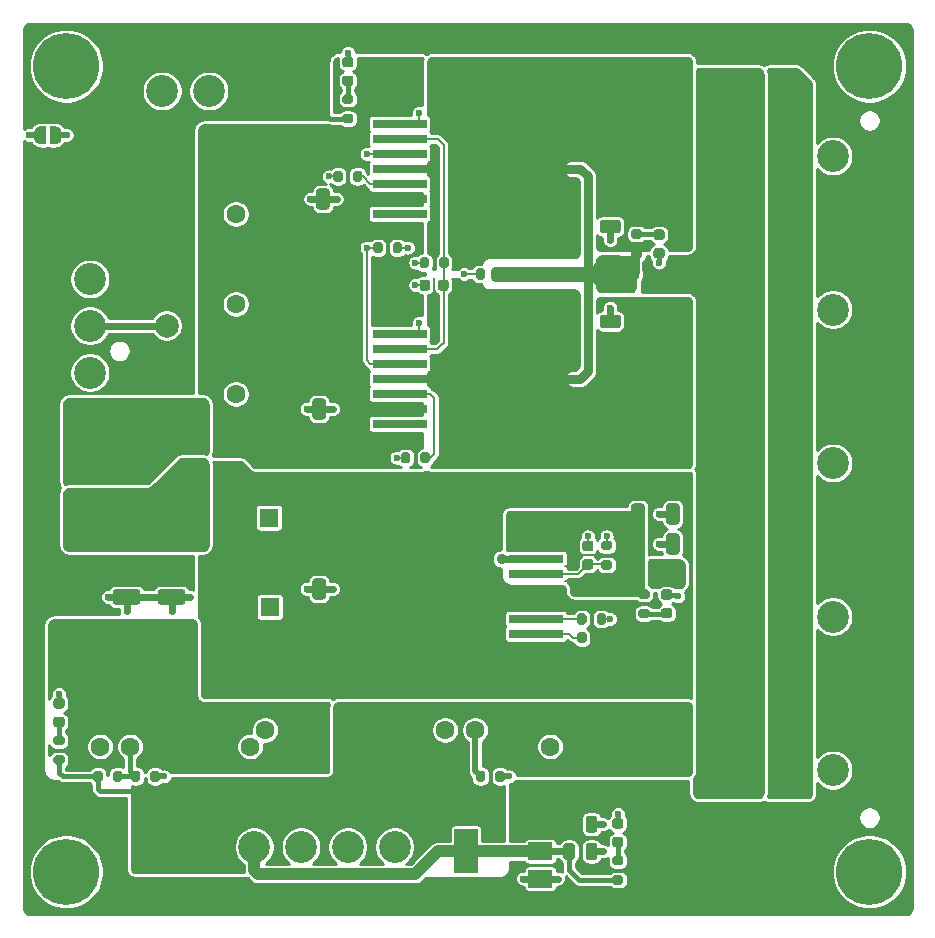
<source format=gbr>
%TF.GenerationSoftware,KiCad,Pcbnew,(5.1.9-0-10_14)*%
%TF.CreationDate,2021-03-28T17:01:51+02:00*%
%TF.ProjectId,Power-Supply,506f7765-722d-4537-9570-706c792e6b69,rev?*%
%TF.SameCoordinates,Original*%
%TF.FileFunction,Copper,L1,Top*%
%TF.FilePolarity,Positive*%
%FSLAX46Y46*%
G04 Gerber Fmt 4.6, Leading zero omitted, Abs format (unit mm)*
G04 Created by KiCad (PCBNEW (5.1.9-0-10_14)) date 2021-03-28 17:01:51*
%MOMM*%
%LPD*%
G01*
G04 APERTURE LIST*
%TA.AperFunction,ComponentPad*%
%ADD10C,1.600000*%
%TD*%
%TA.AperFunction,ComponentPad*%
%ADD11R,1.600000X1.600000*%
%TD*%
%TA.AperFunction,ComponentPad*%
%ADD12C,5.600000*%
%TD*%
%TA.AperFunction,ComponentPad*%
%ADD13C,2.700000*%
%TD*%
%TA.AperFunction,SMDPad,CuDef*%
%ADD14C,0.100000*%
%TD*%
%TA.AperFunction,SMDPad,CuDef*%
%ADD15R,2.000000X1.500000*%
%TD*%
%TA.AperFunction,SMDPad,CuDef*%
%ADD16R,2.000000X3.800000*%
%TD*%
%TA.AperFunction,SMDPad,CuDef*%
%ADD17C,2.000000*%
%TD*%
%TA.AperFunction,SMDPad,CuDef*%
%ADD18R,9.400000X10.800000*%
%TD*%
%TA.AperFunction,SMDPad,CuDef*%
%ADD19R,4.600000X0.800000*%
%TD*%
%TA.AperFunction,ViaPad*%
%ADD20C,0.900000*%
%TD*%
%TA.AperFunction,ViaPad*%
%ADD21C,0.600000*%
%TD*%
%TA.AperFunction,Conductor*%
%ADD22C,0.600000*%
%TD*%
%TA.AperFunction,Conductor*%
%ADD23C,0.500000*%
%TD*%
%TA.AperFunction,Conductor*%
%ADD24C,0.400000*%
%TD*%
%TA.AperFunction,Conductor*%
%ADD25C,0.200000*%
%TD*%
%TA.AperFunction,Conductor*%
%ADD26C,0.150000*%
%TD*%
%TA.AperFunction,Conductor*%
%ADD27C,1.000000*%
%TD*%
%TA.AperFunction,Conductor*%
%ADD28C,0.800000*%
%TD*%
%TA.AperFunction,Conductor*%
%ADD29C,0.254000*%
%TD*%
%TA.AperFunction,Conductor*%
%ADD30C,0.100000*%
%TD*%
G04 APERTURE END LIST*
%TO.P,R2,2*%
%TO.N,Net-(R2-Pad2)*%
%TA.AperFunction,SMDPad,CuDef*%
G36*
G01*
X151480000Y-83215000D02*
X151480000Y-83765000D01*
G75*
G02*
X151280000Y-83965000I-200000J0D01*
G01*
X150880000Y-83965000D01*
G75*
G02*
X150680000Y-83765000I0J200000D01*
G01*
X150680000Y-83215000D01*
G75*
G02*
X150880000Y-83015000I200000J0D01*
G01*
X151280000Y-83015000D01*
G75*
G02*
X151480000Y-83215000I0J-200000D01*
G01*
G37*
%TD.AperFunction*%
%TO.P,R2,1*%
%TO.N,/14V_OUT*%
%TA.AperFunction,SMDPad,CuDef*%
G36*
G01*
X153130000Y-83215000D02*
X153130000Y-83765000D01*
G75*
G02*
X152930000Y-83965000I-200000J0D01*
G01*
X152530000Y-83965000D01*
G75*
G02*
X152330000Y-83765000I0J200000D01*
G01*
X152330000Y-83215000D01*
G75*
G02*
X152530000Y-83015000I200000J0D01*
G01*
X152930000Y-83015000D01*
G75*
G02*
X153130000Y-83215000I0J-200000D01*
G01*
G37*
%TD.AperFunction*%
%TD*%
%TO.P,C13,2*%
%TO.N,/14V_IN*%
%TA.AperFunction,SMDPad,CuDef*%
G36*
G01*
X140105000Y-77790001D02*
X140105000Y-76489999D01*
G75*
G02*
X140354999Y-76240000I249999J0D01*
G01*
X141005001Y-76240000D01*
G75*
G02*
X141255000Y-76489999I0J-249999D01*
G01*
X141255000Y-77790001D01*
G75*
G02*
X141005001Y-78040000I-249999J0D01*
G01*
X140354999Y-78040000D01*
G75*
G02*
X140105000Y-77790001I0J249999D01*
G01*
G37*
%TD.AperFunction*%
%TO.P,C13,1*%
%TO.N,GND*%
%TA.AperFunction,SMDPad,CuDef*%
G36*
G01*
X137155000Y-77790001D02*
X137155000Y-76489999D01*
G75*
G02*
X137404999Y-76240000I249999J0D01*
G01*
X138055001Y-76240000D01*
G75*
G02*
X138305000Y-76489999I0J-249999D01*
G01*
X138305000Y-77790001D01*
G75*
G02*
X138055001Y-78040000I-249999J0D01*
G01*
X137404999Y-78040000D01*
G75*
G02*
X137155000Y-77790001I0J249999D01*
G01*
G37*
%TD.AperFunction*%
%TD*%
%TO.P,R4,2*%
%TO.N,Net-(C4-Pad2)*%
%TA.AperFunction,SMDPad,CuDef*%
G36*
G01*
X147567500Y-82812500D02*
X147567500Y-82262500D01*
G75*
G02*
X147767500Y-82062500I200000J0D01*
G01*
X148167500Y-82062500D01*
G75*
G02*
X148367500Y-82262500I0J-200000D01*
G01*
X148367500Y-82812500D01*
G75*
G02*
X148167500Y-83012500I-200000J0D01*
G01*
X147767500Y-83012500D01*
G75*
G02*
X147567500Y-82812500I0J200000D01*
G01*
G37*
%TD.AperFunction*%
%TO.P,R4,1*%
%TO.N,GND*%
%TA.AperFunction,SMDPad,CuDef*%
G36*
G01*
X145917500Y-82812500D02*
X145917500Y-82262500D01*
G75*
G02*
X146117500Y-82062500I200000J0D01*
G01*
X146517500Y-82062500D01*
G75*
G02*
X146717500Y-82262500I0J-200000D01*
G01*
X146717500Y-82812500D01*
G75*
G02*
X146517500Y-83012500I-200000J0D01*
G01*
X146117500Y-83012500D01*
G75*
G02*
X145917500Y-82812500I0J200000D01*
G01*
G37*
%TD.AperFunction*%
%TD*%
%TO.P,R10,2*%
%TO.N,GND*%
%TA.AperFunction,SMDPad,CuDef*%
G36*
G01*
X160902500Y-112975000D02*
X160902500Y-112425000D01*
G75*
G02*
X161102500Y-112225000I200000J0D01*
G01*
X161502500Y-112225000D01*
G75*
G02*
X161702500Y-112425000I0J-200000D01*
G01*
X161702500Y-112975000D01*
G75*
G02*
X161502500Y-113175000I-200000J0D01*
G01*
X161102500Y-113175000D01*
G75*
G02*
X160902500Y-112975000I0J200000D01*
G01*
G37*
%TD.AperFunction*%
%TO.P,R10,1*%
%TO.N,Net-(R10-Pad1)*%
%TA.AperFunction,SMDPad,CuDef*%
G36*
G01*
X159252500Y-112975000D02*
X159252500Y-112425000D01*
G75*
G02*
X159452500Y-112225000I200000J0D01*
G01*
X159852500Y-112225000D01*
G75*
G02*
X160052500Y-112425000I0J-200000D01*
G01*
X160052500Y-112975000D01*
G75*
G02*
X159852500Y-113175000I-200000J0D01*
G01*
X159452500Y-113175000D01*
G75*
G02*
X159252500Y-112975000I0J200000D01*
G01*
G37*
%TD.AperFunction*%
%TD*%
%TO.P,C6,2*%
%TO.N,GND*%
%TA.AperFunction,SMDPad,CuDef*%
G36*
G01*
X166775000Y-107000001D02*
X166775000Y-105699999D01*
G75*
G02*
X167024999Y-105450000I249999J0D01*
G01*
X167675001Y-105450000D01*
G75*
G02*
X167925000Y-105699999I0J-249999D01*
G01*
X167925000Y-107000001D01*
G75*
G02*
X167675001Y-107250000I-249999J0D01*
G01*
X167024999Y-107250000D01*
G75*
G02*
X166775000Y-107000001I0J249999D01*
G01*
G37*
%TD.AperFunction*%
%TO.P,C6,1*%
%TO.N,/-14V_OUT*%
%TA.AperFunction,SMDPad,CuDef*%
G36*
G01*
X163825000Y-107000001D02*
X163825000Y-105699999D01*
G75*
G02*
X164074999Y-105450000I249999J0D01*
G01*
X164725001Y-105450000D01*
G75*
G02*
X164975000Y-105699999I0J-249999D01*
G01*
X164975000Y-107000001D01*
G75*
G02*
X164725001Y-107250000I-249999J0D01*
G01*
X164074999Y-107250000D01*
G75*
G02*
X163825000Y-107000001I0J249999D01*
G01*
G37*
%TD.AperFunction*%
%TD*%
%TO.P,R24,2*%
%TO.N,Net-(D5-Pad2)*%
%TA.AperFunction,SMDPad,CuDef*%
G36*
G01*
X140115000Y-69095000D02*
X139565000Y-69095000D01*
G75*
G02*
X139365000Y-68895000I0J200000D01*
G01*
X139365000Y-68495000D01*
G75*
G02*
X139565000Y-68295000I200000J0D01*
G01*
X140115000Y-68295000D01*
G75*
G02*
X140315000Y-68495000I0J-200000D01*
G01*
X140315000Y-68895000D01*
G75*
G02*
X140115000Y-69095000I-200000J0D01*
G01*
G37*
%TD.AperFunction*%
%TO.P,R24,1*%
%TO.N,/5V*%
%TA.AperFunction,SMDPad,CuDef*%
G36*
G01*
X140115000Y-70745000D02*
X139565000Y-70745000D01*
G75*
G02*
X139365000Y-70545000I0J200000D01*
G01*
X139365000Y-70145000D01*
G75*
G02*
X139565000Y-69945000I200000J0D01*
G01*
X140115000Y-69945000D01*
G75*
G02*
X140315000Y-70145000I0J-200000D01*
G01*
X140315000Y-70545000D01*
G75*
G02*
X140115000Y-70745000I-200000J0D01*
G01*
G37*
%TD.AperFunction*%
%TD*%
%TO.P,R14,2*%
%TO.N,Net-(D4-Pad2)*%
%TA.AperFunction,SMDPad,CuDef*%
G36*
G01*
X162975000Y-133547500D02*
X162425000Y-133547500D01*
G75*
G02*
X162225000Y-133347500I0J200000D01*
G01*
X162225000Y-132947500D01*
G75*
G02*
X162425000Y-132747500I200000J0D01*
G01*
X162975000Y-132747500D01*
G75*
G02*
X163175000Y-132947500I0J-200000D01*
G01*
X163175000Y-133347500D01*
G75*
G02*
X162975000Y-133547500I-200000J0D01*
G01*
G37*
%TD.AperFunction*%
%TO.P,R14,1*%
%TO.N,/3V3_FRONT*%
%TA.AperFunction,SMDPad,CuDef*%
G36*
G01*
X162975000Y-135197500D02*
X162425000Y-135197500D01*
G75*
G02*
X162225000Y-134997500I0J200000D01*
G01*
X162225000Y-134597500D01*
G75*
G02*
X162425000Y-134397500I200000J0D01*
G01*
X162975000Y-134397500D01*
G75*
G02*
X163175000Y-134597500I0J-200000D01*
G01*
X163175000Y-134997500D01*
G75*
G02*
X162975000Y-135197500I-200000J0D01*
G01*
G37*
%TD.AperFunction*%
%TD*%
%TO.P,R13,2*%
%TO.N,Net-(D3-Pad2)*%
%TA.AperFunction,SMDPad,CuDef*%
G36*
G01*
X115667500Y-123387500D02*
X115117500Y-123387500D01*
G75*
G02*
X114917500Y-123187500I0J200000D01*
G01*
X114917500Y-122787500D01*
G75*
G02*
X115117500Y-122587500I200000J0D01*
G01*
X115667500Y-122587500D01*
G75*
G02*
X115867500Y-122787500I0J-200000D01*
G01*
X115867500Y-123187500D01*
G75*
G02*
X115667500Y-123387500I-200000J0D01*
G01*
G37*
%TD.AperFunction*%
%TO.P,R13,1*%
%TO.N,/VLED*%
%TA.AperFunction,SMDPad,CuDef*%
G36*
G01*
X115667500Y-125037500D02*
X115117500Y-125037500D01*
G75*
G02*
X114917500Y-124837500I0J200000D01*
G01*
X114917500Y-124437500D01*
G75*
G02*
X115117500Y-124237500I200000J0D01*
G01*
X115667500Y-124237500D01*
G75*
G02*
X115867500Y-124437500I0J-200000D01*
G01*
X115867500Y-124837500D01*
G75*
G02*
X115667500Y-125037500I-200000J0D01*
G01*
G37*
%TD.AperFunction*%
%TD*%
%TO.P,R12,2*%
%TO.N,Net-(D2-Pad1)*%
%TA.AperFunction,SMDPad,CuDef*%
G36*
G01*
X164647500Y-111855000D02*
X165197500Y-111855000D01*
G75*
G02*
X165397500Y-112055000I0J-200000D01*
G01*
X165397500Y-112455000D01*
G75*
G02*
X165197500Y-112655000I-200000J0D01*
G01*
X164647500Y-112655000D01*
G75*
G02*
X164447500Y-112455000I0J200000D01*
G01*
X164447500Y-112055000D01*
G75*
G02*
X164647500Y-111855000I200000J0D01*
G01*
G37*
%TD.AperFunction*%
%TO.P,R12,1*%
%TO.N,/-14V_OUT*%
%TA.AperFunction,SMDPad,CuDef*%
G36*
G01*
X164647500Y-110205000D02*
X165197500Y-110205000D01*
G75*
G02*
X165397500Y-110405000I0J-200000D01*
G01*
X165397500Y-110805000D01*
G75*
G02*
X165197500Y-111005000I-200000J0D01*
G01*
X164647500Y-111005000D01*
G75*
G02*
X164447500Y-110805000I0J200000D01*
G01*
X164447500Y-110405000D01*
G75*
G02*
X164647500Y-110205000I200000J0D01*
G01*
G37*
%TD.AperFunction*%
%TD*%
%TO.P,R11,2*%
%TO.N,Net-(D1-Pad2)*%
%TA.AperFunction,SMDPad,CuDef*%
G36*
G01*
X164562500Y-80525000D02*
X164012500Y-80525000D01*
G75*
G02*
X163812500Y-80325000I0J200000D01*
G01*
X163812500Y-79925000D01*
G75*
G02*
X164012500Y-79725000I200000J0D01*
G01*
X164562500Y-79725000D01*
G75*
G02*
X164762500Y-79925000I0J-200000D01*
G01*
X164762500Y-80325000D01*
G75*
G02*
X164562500Y-80525000I-200000J0D01*
G01*
G37*
%TD.AperFunction*%
%TO.P,R11,1*%
%TO.N,/14V_OUT*%
%TA.AperFunction,SMDPad,CuDef*%
G36*
G01*
X164562500Y-82175000D02*
X164012500Y-82175000D01*
G75*
G02*
X163812500Y-81975000I0J200000D01*
G01*
X163812500Y-81575000D01*
G75*
G02*
X164012500Y-81375000I200000J0D01*
G01*
X164562500Y-81375000D01*
G75*
G02*
X164762500Y-81575000I0J-200000D01*
G01*
X164762500Y-81975000D01*
G75*
G02*
X164562500Y-82175000I-200000J0D01*
G01*
G37*
%TD.AperFunction*%
%TD*%
%TO.P,D5,2*%
%TO.N,Net-(D5-Pad2)*%
%TA.AperFunction,SMDPad,CuDef*%
G36*
G01*
X139583750Y-66695000D02*
X140096250Y-66695000D01*
G75*
G02*
X140315000Y-66913750I0J-218750D01*
G01*
X140315000Y-67351250D01*
G75*
G02*
X140096250Y-67570000I-218750J0D01*
G01*
X139583750Y-67570000D01*
G75*
G02*
X139365000Y-67351250I0J218750D01*
G01*
X139365000Y-66913750D01*
G75*
G02*
X139583750Y-66695000I218750J0D01*
G01*
G37*
%TD.AperFunction*%
%TO.P,D5,1*%
%TO.N,GND*%
%TA.AperFunction,SMDPad,CuDef*%
G36*
G01*
X139583750Y-65120000D02*
X140096250Y-65120000D01*
G75*
G02*
X140315000Y-65338750I0J-218750D01*
G01*
X140315000Y-65776250D01*
G75*
G02*
X140096250Y-65995000I-218750J0D01*
G01*
X139583750Y-65995000D01*
G75*
G02*
X139365000Y-65776250I0J218750D01*
G01*
X139365000Y-65338750D01*
G75*
G02*
X139583750Y-65120000I218750J0D01*
G01*
G37*
%TD.AperFunction*%
%TD*%
%TO.P,D4,2*%
%TO.N,Net-(D4-Pad2)*%
%TA.AperFunction,SMDPad,CuDef*%
G36*
G01*
X162443750Y-131147500D02*
X162956250Y-131147500D01*
G75*
G02*
X163175000Y-131366250I0J-218750D01*
G01*
X163175000Y-131803750D01*
G75*
G02*
X162956250Y-132022500I-218750J0D01*
G01*
X162443750Y-132022500D01*
G75*
G02*
X162225000Y-131803750I0J218750D01*
G01*
X162225000Y-131366250D01*
G75*
G02*
X162443750Y-131147500I218750J0D01*
G01*
G37*
%TD.AperFunction*%
%TO.P,D4,1*%
%TO.N,GND*%
%TA.AperFunction,SMDPad,CuDef*%
G36*
G01*
X162443750Y-129572500D02*
X162956250Y-129572500D01*
G75*
G02*
X163175000Y-129791250I0J-218750D01*
G01*
X163175000Y-130228750D01*
G75*
G02*
X162956250Y-130447500I-218750J0D01*
G01*
X162443750Y-130447500D01*
G75*
G02*
X162225000Y-130228750I0J218750D01*
G01*
X162225000Y-129791250D01*
G75*
G02*
X162443750Y-129572500I218750J0D01*
G01*
G37*
%TD.AperFunction*%
%TD*%
%TO.P,D3,2*%
%TO.N,Net-(D3-Pad2)*%
%TA.AperFunction,SMDPad,CuDef*%
G36*
G01*
X115136250Y-120987500D02*
X115648750Y-120987500D01*
G75*
G02*
X115867500Y-121206250I0J-218750D01*
G01*
X115867500Y-121643750D01*
G75*
G02*
X115648750Y-121862500I-218750J0D01*
G01*
X115136250Y-121862500D01*
G75*
G02*
X114917500Y-121643750I0J218750D01*
G01*
X114917500Y-121206250D01*
G75*
G02*
X115136250Y-120987500I218750J0D01*
G01*
G37*
%TD.AperFunction*%
%TO.P,D3,1*%
%TO.N,GND*%
%TA.AperFunction,SMDPad,CuDef*%
G36*
G01*
X115136250Y-119412500D02*
X115648750Y-119412500D01*
G75*
G02*
X115867500Y-119631250I0J-218750D01*
G01*
X115867500Y-120068750D01*
G75*
G02*
X115648750Y-120287500I-218750J0D01*
G01*
X115136250Y-120287500D01*
G75*
G02*
X114917500Y-120068750I0J218750D01*
G01*
X114917500Y-119631250D01*
G75*
G02*
X115136250Y-119412500I218750J0D01*
G01*
G37*
%TD.AperFunction*%
%TD*%
%TO.P,D2,2*%
%TO.N,GND*%
%TA.AperFunction,SMDPad,CuDef*%
G36*
G01*
X167083750Y-111080000D02*
X166571250Y-111080000D01*
G75*
G02*
X166352500Y-110861250I0J218750D01*
G01*
X166352500Y-110423750D01*
G75*
G02*
X166571250Y-110205000I218750J0D01*
G01*
X167083750Y-110205000D01*
G75*
G02*
X167302500Y-110423750I0J-218750D01*
G01*
X167302500Y-110861250D01*
G75*
G02*
X167083750Y-111080000I-218750J0D01*
G01*
G37*
%TD.AperFunction*%
%TO.P,D2,1*%
%TO.N,Net-(D2-Pad1)*%
%TA.AperFunction,SMDPad,CuDef*%
G36*
G01*
X167083750Y-112655000D02*
X166571250Y-112655000D01*
G75*
G02*
X166352500Y-112436250I0J218750D01*
G01*
X166352500Y-111998750D01*
G75*
G02*
X166571250Y-111780000I218750J0D01*
G01*
X167083750Y-111780000D01*
G75*
G02*
X167302500Y-111998750I0J-218750D01*
G01*
X167302500Y-112436250D01*
G75*
G02*
X167083750Y-112655000I-218750J0D01*
G01*
G37*
%TD.AperFunction*%
%TD*%
%TO.P,D1,2*%
%TO.N,Net-(D1-Pad2)*%
%TA.AperFunction,SMDPad,CuDef*%
G36*
G01*
X166448750Y-80600000D02*
X165936250Y-80600000D01*
G75*
G02*
X165717500Y-80381250I0J218750D01*
G01*
X165717500Y-79943750D01*
G75*
G02*
X165936250Y-79725000I218750J0D01*
G01*
X166448750Y-79725000D01*
G75*
G02*
X166667500Y-79943750I0J-218750D01*
G01*
X166667500Y-80381250D01*
G75*
G02*
X166448750Y-80600000I-218750J0D01*
G01*
G37*
%TD.AperFunction*%
%TO.P,D1,1*%
%TO.N,GND*%
%TA.AperFunction,SMDPad,CuDef*%
G36*
G01*
X166448750Y-82175000D02*
X165936250Y-82175000D01*
G75*
G02*
X165717500Y-81956250I0J218750D01*
G01*
X165717500Y-81518750D01*
G75*
G02*
X165936250Y-81300000I218750J0D01*
G01*
X166448750Y-81300000D01*
G75*
G02*
X166667500Y-81518750I0J-218750D01*
G01*
X166667500Y-81956250D01*
G75*
G02*
X166448750Y-82175000I-218750J0D01*
G01*
G37*
%TD.AperFunction*%
%TD*%
%TO.P,C7,2*%
%TO.N,/-14V_IN*%
%TA.AperFunction,SMDPad,CuDef*%
G36*
G01*
X139787500Y-110810001D02*
X139787500Y-109509999D01*
G75*
G02*
X140037499Y-109260000I249999J0D01*
G01*
X140687501Y-109260000D01*
G75*
G02*
X140937500Y-109509999I0J-249999D01*
G01*
X140937500Y-110810001D01*
G75*
G02*
X140687501Y-111060000I-249999J0D01*
G01*
X140037499Y-111060000D01*
G75*
G02*
X139787500Y-110810001I0J249999D01*
G01*
G37*
%TD.AperFunction*%
%TO.P,C7,1*%
%TO.N,GND*%
%TA.AperFunction,SMDPad,CuDef*%
G36*
G01*
X136837500Y-110810001D02*
X136837500Y-109509999D01*
G75*
G02*
X137087499Y-109260000I249999J0D01*
G01*
X137737501Y-109260000D01*
G75*
G02*
X137987500Y-109509999I0J-249999D01*
G01*
X137987500Y-110810001D01*
G75*
G02*
X137737501Y-111060000I-249999J0D01*
G01*
X137087499Y-111060000D01*
G75*
G02*
X136837500Y-110810001I0J249999D01*
G01*
G37*
%TD.AperFunction*%
%TD*%
D10*
%TO.P,C18,2*%
%TO.N,GND*%
X130355000Y-86030000D03*
D11*
%TO.P,C18,1*%
%TO.N,/14V_IN*%
X132855000Y-86030000D03*
%TD*%
D10*
%TO.P,C17,2*%
%TO.N,/-14V_IN*%
X130736000Y-111684000D03*
D11*
%TO.P,C17,1*%
%TO.N,GND*%
X133236000Y-111684000D03*
%TD*%
D10*
%TO.P,C16,2*%
%TO.N,/-14V_IN*%
X130672500Y-104127500D03*
D11*
%TO.P,C16,1*%
%TO.N,GND*%
X133172500Y-104127500D03*
%TD*%
D10*
%TO.P,C15,2*%
%TO.N,GND*%
X130355000Y-78410000D03*
D11*
%TO.P,C15,1*%
%TO.N,/14V_IN*%
X132855000Y-78410000D03*
%TD*%
%TO.P,L2,2*%
%TO.N,/14V_IN*%
%TA.AperFunction,SMDPad,CuDef*%
G36*
G01*
X129035000Y-98476250D02*
X129035000Y-97713750D01*
G75*
G02*
X129253750Y-97495000I218750J0D01*
G01*
X129691250Y-97495000D01*
G75*
G02*
X129910000Y-97713750I0J-218750D01*
G01*
X129910000Y-98476250D01*
G75*
G02*
X129691250Y-98695000I-218750J0D01*
G01*
X129253750Y-98695000D01*
G75*
G02*
X129035000Y-98476250I0J218750D01*
G01*
G37*
%TD.AperFunction*%
%TO.P,L2,1*%
%TO.N,/15V*%
%TA.AperFunction,SMDPad,CuDef*%
G36*
G01*
X126910000Y-98476250D02*
X126910000Y-97713750D01*
G75*
G02*
X127128750Y-97495000I218750J0D01*
G01*
X127566250Y-97495000D01*
G75*
G02*
X127785000Y-97713750I0J-218750D01*
G01*
X127785000Y-98476250D01*
G75*
G02*
X127566250Y-98695000I-218750J0D01*
G01*
X127128750Y-98695000D01*
G75*
G02*
X126910000Y-98476250I0J218750D01*
G01*
G37*
%TD.AperFunction*%
%TD*%
%TO.P,L3,2*%
%TO.N,/-14V_IN*%
%TA.AperFunction,SMDPad,CuDef*%
G36*
G01*
X129035000Y-100381250D02*
X129035000Y-99618750D01*
G75*
G02*
X129253750Y-99400000I218750J0D01*
G01*
X129691250Y-99400000D01*
G75*
G02*
X129910000Y-99618750I0J-218750D01*
G01*
X129910000Y-100381250D01*
G75*
G02*
X129691250Y-100600000I-218750J0D01*
G01*
X129253750Y-100600000D01*
G75*
G02*
X129035000Y-100381250I0J218750D01*
G01*
G37*
%TD.AperFunction*%
%TO.P,L3,1*%
%TO.N,/-15V*%
%TA.AperFunction,SMDPad,CuDef*%
G36*
G01*
X126910000Y-100381250D02*
X126910000Y-99618750D01*
G75*
G02*
X127128750Y-99400000I218750J0D01*
G01*
X127566250Y-99400000D01*
G75*
G02*
X127785000Y-99618750I0J-218750D01*
G01*
X127785000Y-100381250D01*
G75*
G02*
X127566250Y-100600000I-218750J0D01*
G01*
X127128750Y-100600000D01*
G75*
G02*
X126910000Y-100381250I0J218750D01*
G01*
G37*
%TD.AperFunction*%
%TD*%
D10*
%TO.P,C14,2*%
%TO.N,GND*%
X130355000Y-93650000D03*
D11*
%TO.P,C14,1*%
%TO.N,/14V_IN*%
X132855000Y-93650000D03*
%TD*%
%TO.P,C12,2*%
%TO.N,GND*%
%TA.AperFunction,SMDPad,CuDef*%
G36*
G01*
X122032501Y-111507500D02*
X120182499Y-111507500D01*
G75*
G02*
X119932500Y-111257501I0J249999D01*
G01*
X119932500Y-110432499D01*
G75*
G02*
X120182499Y-110182500I249999J0D01*
G01*
X122032501Y-110182500D01*
G75*
G02*
X122282500Y-110432499I0J-249999D01*
G01*
X122282500Y-111257501D01*
G75*
G02*
X122032501Y-111507500I-249999J0D01*
G01*
G37*
%TD.AperFunction*%
%TO.P,C12,1*%
%TO.N,/VLED_5V*%
%TA.AperFunction,SMDPad,CuDef*%
G36*
G01*
X122032501Y-114582500D02*
X120182499Y-114582500D01*
G75*
G02*
X119932500Y-114332501I0J249999D01*
G01*
X119932500Y-113507499D01*
G75*
G02*
X120182499Y-113257500I249999J0D01*
G01*
X122032501Y-113257500D01*
G75*
G02*
X122282500Y-113507499I0J-249999D01*
G01*
X122282500Y-114332501D01*
G75*
G02*
X122032501Y-114582500I-249999J0D01*
G01*
G37*
%TD.AperFunction*%
%TD*%
%TO.P,C11,2*%
%TO.N,GND*%
%TA.AperFunction,SMDPad,CuDef*%
G36*
G01*
X125842501Y-111507500D02*
X123992499Y-111507500D01*
G75*
G02*
X123742500Y-111257501I0J249999D01*
G01*
X123742500Y-110432499D01*
G75*
G02*
X123992499Y-110182500I249999J0D01*
G01*
X125842501Y-110182500D01*
G75*
G02*
X126092500Y-110432499I0J-249999D01*
G01*
X126092500Y-111257501D01*
G75*
G02*
X125842501Y-111507500I-249999J0D01*
G01*
G37*
%TD.AperFunction*%
%TO.P,C11,1*%
%TO.N,/VLED_5V*%
%TA.AperFunction,SMDPad,CuDef*%
G36*
G01*
X125842501Y-114582500D02*
X123992499Y-114582500D01*
G75*
G02*
X123742500Y-114332501I0J249999D01*
G01*
X123742500Y-113507499D01*
G75*
G02*
X123992499Y-113257500I249999J0D01*
G01*
X125842501Y-113257500D01*
G75*
G02*
X126092500Y-113507499I0J-249999D01*
G01*
X126092500Y-114332501D01*
G75*
G02*
X125842501Y-114582500I-249999J0D01*
G01*
G37*
%TD.AperFunction*%
%TD*%
%TO.P,C5,2*%
%TO.N,GND*%
%TA.AperFunction,SMDPad,CuDef*%
G36*
G01*
X166775000Y-104460001D02*
X166775000Y-103159999D01*
G75*
G02*
X167024999Y-102910000I249999J0D01*
G01*
X167675001Y-102910000D01*
G75*
G02*
X167925000Y-103159999I0J-249999D01*
G01*
X167925000Y-104460001D01*
G75*
G02*
X167675001Y-104710000I-249999J0D01*
G01*
X167024999Y-104710000D01*
G75*
G02*
X166775000Y-104460001I0J249999D01*
G01*
G37*
%TD.AperFunction*%
%TO.P,C5,1*%
%TO.N,/-14V_OUT*%
%TA.AperFunction,SMDPad,CuDef*%
G36*
G01*
X163825000Y-104460001D02*
X163825000Y-103159999D01*
G75*
G02*
X164074999Y-102910000I249999J0D01*
G01*
X164725001Y-102910000D01*
G75*
G02*
X164975000Y-103159999I0J-249999D01*
G01*
X164975000Y-104460001D01*
G75*
G02*
X164725001Y-104710000I-249999J0D01*
G01*
X164074999Y-104710000D01*
G75*
G02*
X163825000Y-104460001I0J249999D01*
G01*
G37*
%TD.AperFunction*%
%TD*%
%TO.P,C3,2*%
%TO.N,/14V_IN*%
%TA.AperFunction,SMDPad,CuDef*%
G36*
G01*
X139787500Y-95570001D02*
X139787500Y-94269999D01*
G75*
G02*
X140037499Y-94020000I249999J0D01*
G01*
X140687501Y-94020000D01*
G75*
G02*
X140937500Y-94269999I0J-249999D01*
G01*
X140937500Y-95570001D01*
G75*
G02*
X140687501Y-95820000I-249999J0D01*
G01*
X140037499Y-95820000D01*
G75*
G02*
X139787500Y-95570001I0J249999D01*
G01*
G37*
%TD.AperFunction*%
%TO.P,C3,1*%
%TO.N,GND*%
%TA.AperFunction,SMDPad,CuDef*%
G36*
G01*
X136837500Y-95570001D02*
X136837500Y-94269999D01*
G75*
G02*
X137087499Y-94020000I249999J0D01*
G01*
X137737501Y-94020000D01*
G75*
G02*
X137987500Y-94269999I0J-249999D01*
G01*
X137987500Y-95570001D01*
G75*
G02*
X137737501Y-95820000I-249999J0D01*
G01*
X137087499Y-95820000D01*
G75*
G02*
X136837500Y-95570001I0J249999D01*
G01*
G37*
%TD.AperFunction*%
%TD*%
%TO.P,C2,2*%
%TO.N,GND*%
%TA.AperFunction,SMDPad,CuDef*%
G36*
G01*
X161414999Y-86930000D02*
X162715001Y-86930000D01*
G75*
G02*
X162965000Y-87179999I0J-249999D01*
G01*
X162965000Y-87830001D01*
G75*
G02*
X162715001Y-88080000I-249999J0D01*
G01*
X161414999Y-88080000D01*
G75*
G02*
X161165000Y-87830001I0J249999D01*
G01*
X161165000Y-87179999D01*
G75*
G02*
X161414999Y-86930000I249999J0D01*
G01*
G37*
%TD.AperFunction*%
%TO.P,C2,1*%
%TO.N,/14V_OUT*%
%TA.AperFunction,SMDPad,CuDef*%
G36*
G01*
X161414999Y-83980000D02*
X162715001Y-83980000D01*
G75*
G02*
X162965000Y-84229999I0J-249999D01*
G01*
X162965000Y-84880001D01*
G75*
G02*
X162715001Y-85130000I-249999J0D01*
G01*
X161414999Y-85130000D01*
G75*
G02*
X161165000Y-84880001I0J249999D01*
G01*
X161165000Y-84229999D01*
G75*
G02*
X161414999Y-83980000I249999J0D01*
G01*
G37*
%TD.AperFunction*%
%TD*%
%TO.P,C1,2*%
%TO.N,GND*%
%TA.AperFunction,SMDPad,CuDef*%
G36*
G01*
X162715001Y-80050000D02*
X161414999Y-80050000D01*
G75*
G02*
X161165000Y-79800001I0J249999D01*
G01*
X161165000Y-79149999D01*
G75*
G02*
X161414999Y-78900000I249999J0D01*
G01*
X162715001Y-78900000D01*
G75*
G02*
X162965000Y-79149999I0J-249999D01*
G01*
X162965000Y-79800001D01*
G75*
G02*
X162715001Y-80050000I-249999J0D01*
G01*
G37*
%TD.AperFunction*%
%TO.P,C1,1*%
%TO.N,/14V_OUT*%
%TA.AperFunction,SMDPad,CuDef*%
G36*
G01*
X162715001Y-83000000D02*
X161414999Y-83000000D01*
G75*
G02*
X161165000Y-82750001I0J249999D01*
G01*
X161165000Y-82099999D01*
G75*
G02*
X161414999Y-81850000I249999J0D01*
G01*
X162715001Y-81850000D01*
G75*
G02*
X162965000Y-82099999I0J-249999D01*
G01*
X162965000Y-82750001D01*
G75*
G02*
X162715001Y-83000000I-249999J0D01*
G01*
G37*
%TD.AperFunction*%
%TD*%
D12*
%TO.P,H3,1*%
%TO.N,Earth*%
X116000000Y-134100000D03*
%TD*%
%TO.P,H4,1*%
%TO.N,Earth*%
X184000000Y-134100000D03*
%TD*%
%TO.P,H2,1*%
%TO.N,Earth*%
X184000000Y-65900000D03*
%TD*%
D13*
%TO.P,J8,6*%
%TO.N,GND*%
X143800000Y-132000000D03*
%TO.P,J8,5*%
X139840000Y-132000000D03*
%TO.P,J8,4*%
X135880000Y-132000000D03*
%TO.P,J8,3*%
%TO.N,/3V3_FRONT*%
X131920000Y-132000000D03*
%TO.P,J8,2*%
%TO.N,/VLED*%
X127960000Y-132000000D03*
%TO.P,J8,1*%
%TA.AperFunction,ComponentPad*%
G36*
G01*
X122650000Y-133099999D02*
X122650000Y-130900001D01*
G75*
G02*
X122900001Y-130650000I250001J0D01*
G01*
X125099999Y-130650000D01*
G75*
G02*
X125350000Y-130900001I0J-250001D01*
G01*
X125350000Y-133099999D01*
G75*
G02*
X125099999Y-133350000I-250001J0D01*
G01*
X122900001Y-133350000D01*
G75*
G02*
X122650000Y-133099999I0J250001D01*
G01*
G37*
%TD.AperFunction*%
%TD*%
%TA.AperFunction,SMDPad,CuDef*%
D14*
%TO.P,JP1,2*%
%TO.N,GND*%
G36*
X115090000Y-70993102D02*
G01*
X115114534Y-70993102D01*
X115163365Y-70997912D01*
X115211490Y-71007484D01*
X115258445Y-71021728D01*
X115303778Y-71040505D01*
X115347051Y-71063636D01*
X115387850Y-71090896D01*
X115425779Y-71122024D01*
X115460476Y-71156721D01*
X115491604Y-71194650D01*
X115518864Y-71235449D01*
X115541995Y-71278722D01*
X115560772Y-71324055D01*
X115575016Y-71371010D01*
X115584588Y-71419135D01*
X115589398Y-71467966D01*
X115589398Y-71492500D01*
X115590000Y-71492500D01*
X115590000Y-71992500D01*
X115589398Y-71992500D01*
X115589398Y-72017034D01*
X115584588Y-72065865D01*
X115575016Y-72113990D01*
X115560772Y-72160945D01*
X115541995Y-72206278D01*
X115518864Y-72249551D01*
X115491604Y-72290350D01*
X115460476Y-72328279D01*
X115425779Y-72362976D01*
X115387850Y-72394104D01*
X115347051Y-72421364D01*
X115303778Y-72444495D01*
X115258445Y-72463272D01*
X115211490Y-72477516D01*
X115163365Y-72487088D01*
X115114534Y-72491898D01*
X115090000Y-72491898D01*
X115090000Y-72492500D01*
X114590000Y-72492500D01*
X114590000Y-70992500D01*
X115090000Y-70992500D01*
X115090000Y-70993102D01*
G37*
%TD.AperFunction*%
%TA.AperFunction,SMDPad,CuDef*%
%TO.P,JP1,1*%
%TO.N,Earth*%
G36*
X114290000Y-72492500D02*
G01*
X113790000Y-72492500D01*
X113790000Y-72491898D01*
X113765466Y-72491898D01*
X113716635Y-72487088D01*
X113668510Y-72477516D01*
X113621555Y-72463272D01*
X113576222Y-72444495D01*
X113532949Y-72421364D01*
X113492150Y-72394104D01*
X113454221Y-72362976D01*
X113419524Y-72328279D01*
X113388396Y-72290350D01*
X113361136Y-72249551D01*
X113338005Y-72206278D01*
X113319228Y-72160945D01*
X113304984Y-72113990D01*
X113295412Y-72065865D01*
X113290602Y-72017034D01*
X113290602Y-71992500D01*
X113290000Y-71992500D01*
X113290000Y-71492500D01*
X113290602Y-71492500D01*
X113290602Y-71467966D01*
X113295412Y-71419135D01*
X113304984Y-71371010D01*
X113319228Y-71324055D01*
X113338005Y-71278722D01*
X113361136Y-71235449D01*
X113388396Y-71194650D01*
X113419524Y-71156721D01*
X113454221Y-71122024D01*
X113492150Y-71090896D01*
X113532949Y-71063636D01*
X113576222Y-71040505D01*
X113621555Y-71021728D01*
X113668510Y-71007484D01*
X113716635Y-70997912D01*
X113765466Y-70993102D01*
X113790000Y-70993102D01*
X113790000Y-70992500D01*
X114290000Y-70992500D01*
X114290000Y-72492500D01*
G37*
%TD.AperFunction*%
%TD*%
D13*
%TO.P,J9,8*%
%TO.N,/-15V*%
X118000000Y-103720000D03*
%TO.P,J9,7*%
%TO.N,/15V*%
X118000000Y-99760000D03*
%TO.P,J9,6*%
X118000000Y-95800000D03*
%TO.P,J9,5*%
%TO.N,GND*%
X118000000Y-91840000D03*
%TO.P,J9,4*%
X118000000Y-87880000D03*
%TO.P,J9,3*%
X118000000Y-83920000D03*
%TO.P,J9,2*%
%TO.N,/5V*%
X118000000Y-79960000D03*
%TO.P,J9,1*%
%TA.AperFunction,ComponentPad*%
G36*
G01*
X116900001Y-74650000D02*
X119099999Y-74650000D01*
G75*
G02*
X119350000Y-74900001I0J-250001D01*
G01*
X119350000Y-77099999D01*
G75*
G02*
X119099999Y-77350000I-250001J0D01*
G01*
X116900001Y-77350000D01*
G75*
G02*
X116650000Y-77099999I0J250001D01*
G01*
X116650000Y-74900001D01*
G75*
G02*
X116900001Y-74650000I250001J0D01*
G01*
G37*
%TD.AperFunction*%
%TD*%
D10*
%TO.P,U6,5*%
%TO.N,/VLED_ONOFF*%
X132840000Y-122100000D03*
%TO.P,U6,4*%
%TO.N,/VLED_5V*%
X135380000Y-122100000D03*
%TO.P,U6,3*%
%TO.N,GND*%
X148080000Y-122100000D03*
%TO.P,U6,2*%
%TO.N,Net-(R21-Pad1)*%
X150620000Y-122100000D03*
%TO.P,U6,1*%
%TO.N,/VLED*%
X153160000Y-122100000D03*
%TD*%
%TO.P,U4,10*%
%TO.N,Net-(R19-Pad2)*%
X121410000Y-123500000D03*
%TO.P,U4,11*%
%TO.N,/VLED_ONOFF*%
X118870000Y-123500000D03*
%TO.P,U4,8*%
%TO.N,/VLED_5V*%
X126490000Y-123500000D03*
%TO.P,U4,7*%
X129030000Y-123500000D03*
%TO.P,U4,6*%
%TO.N,GND*%
X131570000Y-123500000D03*
%TO.P,U4,5*%
X156970000Y-123500000D03*
%TO.P,U4,4*%
%TO.N,/VLED*%
X159510000Y-123500000D03*
%TO.P,U4,3*%
X162050000Y-123500000D03*
%TO.P,U4,2*%
X164590000Y-123500000D03*
%TO.P,U4,1*%
X167130000Y-123500000D03*
%TD*%
%TO.P,R21,2*%
%TO.N,GND*%
%TA.AperFunction,SMDPad,CuDef*%
G36*
G01*
X152330000Y-126310000D02*
X152330000Y-125760000D01*
G75*
G02*
X152530000Y-125560000I200000J0D01*
G01*
X152930000Y-125560000D01*
G75*
G02*
X153130000Y-125760000I0J-200000D01*
G01*
X153130000Y-126310000D01*
G75*
G02*
X152930000Y-126510000I-200000J0D01*
G01*
X152530000Y-126510000D01*
G75*
G02*
X152330000Y-126310000I0J200000D01*
G01*
G37*
%TD.AperFunction*%
%TO.P,R21,1*%
%TO.N,Net-(R21-Pad1)*%
%TA.AperFunction,SMDPad,CuDef*%
G36*
G01*
X150680000Y-126310000D02*
X150680000Y-125760000D01*
G75*
G02*
X150880000Y-125560000I200000J0D01*
G01*
X151280000Y-125560000D01*
G75*
G02*
X151480000Y-125760000I0J-200000D01*
G01*
X151480000Y-126310000D01*
G75*
G02*
X151280000Y-126510000I-200000J0D01*
G01*
X150880000Y-126510000D01*
G75*
G02*
X150680000Y-126310000I0J200000D01*
G01*
G37*
%TD.AperFunction*%
%TD*%
%TO.P,R20,2*%
%TO.N,GND*%
%TA.AperFunction,SMDPad,CuDef*%
G36*
G01*
X123120000Y-126310000D02*
X123120000Y-125760000D01*
G75*
G02*
X123320000Y-125560000I200000J0D01*
G01*
X123720000Y-125560000D01*
G75*
G02*
X123920000Y-125760000I0J-200000D01*
G01*
X123920000Y-126310000D01*
G75*
G02*
X123720000Y-126510000I-200000J0D01*
G01*
X123320000Y-126510000D01*
G75*
G02*
X123120000Y-126310000I0J200000D01*
G01*
G37*
%TD.AperFunction*%
%TO.P,R20,1*%
%TO.N,Net-(R19-Pad2)*%
%TA.AperFunction,SMDPad,CuDef*%
G36*
G01*
X121470000Y-126310000D02*
X121470000Y-125760000D01*
G75*
G02*
X121670000Y-125560000I200000J0D01*
G01*
X122070000Y-125560000D01*
G75*
G02*
X122270000Y-125760000I0J-200000D01*
G01*
X122270000Y-126310000D01*
G75*
G02*
X122070000Y-126510000I-200000J0D01*
G01*
X121670000Y-126510000D01*
G75*
G02*
X121470000Y-126310000I0J200000D01*
G01*
G37*
%TD.AperFunction*%
%TD*%
%TO.P,R19,2*%
%TO.N,Net-(R19-Pad2)*%
%TA.AperFunction,SMDPad,CuDef*%
G36*
G01*
X119945000Y-126310000D02*
X119945000Y-125760000D01*
G75*
G02*
X120145000Y-125560000I200000J0D01*
G01*
X120545000Y-125560000D01*
G75*
G02*
X120745000Y-125760000I0J-200000D01*
G01*
X120745000Y-126310000D01*
G75*
G02*
X120545000Y-126510000I-200000J0D01*
G01*
X120145000Y-126510000D01*
G75*
G02*
X119945000Y-126310000I0J200000D01*
G01*
G37*
%TD.AperFunction*%
%TO.P,R19,1*%
%TO.N,/VLED*%
%TA.AperFunction,SMDPad,CuDef*%
G36*
G01*
X118295000Y-126310000D02*
X118295000Y-125760000D01*
G75*
G02*
X118495000Y-125560000I200000J0D01*
G01*
X118895000Y-125560000D01*
G75*
G02*
X119095000Y-125760000I0J-200000D01*
G01*
X119095000Y-126310000D01*
G75*
G02*
X118895000Y-126510000I-200000J0D01*
G01*
X118495000Y-126510000D01*
G75*
G02*
X118295000Y-126310000I0J200000D01*
G01*
G37*
%TD.AperFunction*%
%TD*%
%TO.P,L1,2*%
%TO.N,/VLED_5V*%
%TA.AperFunction,SMDPad,CuDef*%
G36*
G01*
X115328750Y-113117500D02*
X116091250Y-113117500D01*
G75*
G02*
X116310000Y-113336250I0J-218750D01*
G01*
X116310000Y-113773750D01*
G75*
G02*
X116091250Y-113992500I-218750J0D01*
G01*
X115328750Y-113992500D01*
G75*
G02*
X115110000Y-113773750I0J218750D01*
G01*
X115110000Y-113336250D01*
G75*
G02*
X115328750Y-113117500I218750J0D01*
G01*
G37*
%TD.AperFunction*%
%TO.P,L1,1*%
%TO.N,/5V*%
%TA.AperFunction,SMDPad,CuDef*%
G36*
G01*
X115328750Y-110992500D02*
X116091250Y-110992500D01*
G75*
G02*
X116310000Y-111211250I0J-218750D01*
G01*
X116310000Y-111648750D01*
G75*
G02*
X116091250Y-111867500I-218750J0D01*
G01*
X115328750Y-111867500D01*
G75*
G02*
X115110000Y-111648750I0J218750D01*
G01*
X115110000Y-111211250D01*
G75*
G02*
X115328750Y-110992500I218750J0D01*
G01*
G37*
%TD.AperFunction*%
%TD*%
D15*
%TO.P,U5,1*%
%TO.N,GND*%
X156150000Y-134685000D03*
%TO.P,U5,3*%
%TO.N,/5V*%
X156150000Y-130085000D03*
%TO.P,U5,2*%
%TO.N,/3V3_FRONT*%
X156150000Y-132385000D03*
D16*
X149850000Y-132385000D03*
%TD*%
%TO.P,C10,2*%
%TO.N,GND*%
%TA.AperFunction,SMDPad,CuDef*%
G36*
G01*
X159975000Y-132860000D02*
X159975000Y-131910000D01*
G75*
G02*
X160225000Y-131660000I250000J0D01*
G01*
X160725000Y-131660000D01*
G75*
G02*
X160975000Y-131910000I0J-250000D01*
G01*
X160975000Y-132860000D01*
G75*
G02*
X160725000Y-133110000I-250000J0D01*
G01*
X160225000Y-133110000D01*
G75*
G02*
X159975000Y-132860000I0J250000D01*
G01*
G37*
%TD.AperFunction*%
%TO.P,C10,1*%
%TO.N,/3V3_FRONT*%
%TA.AperFunction,SMDPad,CuDef*%
G36*
G01*
X158075000Y-132860000D02*
X158075000Y-131910000D01*
G75*
G02*
X158325000Y-131660000I250000J0D01*
G01*
X158825000Y-131660000D01*
G75*
G02*
X159075000Y-131910000I0J-250000D01*
G01*
X159075000Y-132860000D01*
G75*
G02*
X158825000Y-133110000I-250000J0D01*
G01*
X158325000Y-133110000D01*
G75*
G02*
X158075000Y-132860000I0J250000D01*
G01*
G37*
%TD.AperFunction*%
%TD*%
%TO.P,C9,2*%
%TO.N,GND*%
%TA.AperFunction,SMDPad,CuDef*%
G36*
G01*
X159975000Y-130560000D02*
X159975000Y-129610000D01*
G75*
G02*
X160225000Y-129360000I250000J0D01*
G01*
X160725000Y-129360000D01*
G75*
G02*
X160975000Y-129610000I0J-250000D01*
G01*
X160975000Y-130560000D01*
G75*
G02*
X160725000Y-130810000I-250000J0D01*
G01*
X160225000Y-130810000D01*
G75*
G02*
X159975000Y-130560000I0J250000D01*
G01*
G37*
%TD.AperFunction*%
%TO.P,C9,1*%
%TO.N,/5V*%
%TA.AperFunction,SMDPad,CuDef*%
G36*
G01*
X158075000Y-130560000D02*
X158075000Y-129610000D01*
G75*
G02*
X158325000Y-129360000I250000J0D01*
G01*
X158825000Y-129360000D01*
G75*
G02*
X159075000Y-129610000I0J-250000D01*
G01*
X159075000Y-130560000D01*
G75*
G02*
X158825000Y-130810000I-250000J0D01*
G01*
X158325000Y-130810000D01*
G75*
G02*
X158075000Y-130560000I0J250000D01*
G01*
G37*
%TD.AperFunction*%
%TD*%
%TO.P,R17,2*%
%TO.N,Net-(C8-Pad2)*%
%TA.AperFunction,SMDPad,CuDef*%
G36*
G01*
X161472500Y-107727500D02*
X162022500Y-107727500D01*
G75*
G02*
X162222500Y-107927500I0J-200000D01*
G01*
X162222500Y-108327500D01*
G75*
G02*
X162022500Y-108527500I-200000J0D01*
G01*
X161472500Y-108527500D01*
G75*
G02*
X161272500Y-108327500I0J200000D01*
G01*
X161272500Y-107927500D01*
G75*
G02*
X161472500Y-107727500I200000J0D01*
G01*
G37*
%TD.AperFunction*%
%TO.P,R17,1*%
%TO.N,GND*%
%TA.AperFunction,SMDPad,CuDef*%
G36*
G01*
X161472500Y-106077500D02*
X162022500Y-106077500D01*
G75*
G02*
X162222500Y-106277500I0J-200000D01*
G01*
X162222500Y-106677500D01*
G75*
G02*
X162022500Y-106877500I-200000J0D01*
G01*
X161472500Y-106877500D01*
G75*
G02*
X161272500Y-106677500I0J200000D01*
G01*
X161272500Y-106277500D01*
G75*
G02*
X161472500Y-106077500I200000J0D01*
G01*
G37*
%TD.AperFunction*%
%TD*%
D17*
%TO.P,TP6,1*%
%TO.N,/-14V*%
X176960000Y-67615000D03*
%TD*%
%TO.P,TP5,1*%
%TO.N,/-15V*%
X124500000Y-103720000D03*
%TD*%
%TO.P,TP4,1*%
%TO.N,GND*%
X124500000Y-87880000D03*
%TD*%
%TO.P,TP3,1*%
%TO.N,/5V*%
X124500000Y-76000000D03*
%TD*%
%TO.P,TP2,1*%
%TO.N,/14V*%
X173000000Y-67615000D03*
%TD*%
%TO.P,TP1,1*%
%TO.N,/15V*%
X124500000Y-95800000D03*
%TD*%
%TO.P,R7,2*%
%TO.N,/-14V_OUT*%
%TA.AperFunction,SMDPad,CuDef*%
G36*
G01*
X164497500Y-108297500D02*
X164497500Y-108847500D01*
G75*
G02*
X164297500Y-109047500I-200000J0D01*
G01*
X163897500Y-109047500D01*
G75*
G02*
X163697500Y-108847500I0J200000D01*
G01*
X163697500Y-108297500D01*
G75*
G02*
X163897500Y-108097500I200000J0D01*
G01*
X164297500Y-108097500D01*
G75*
G02*
X164497500Y-108297500I0J-200000D01*
G01*
G37*
%TD.AperFunction*%
%TO.P,R7,1*%
%TO.N,/-14V*%
%TA.AperFunction,SMDPad,CuDef*%
G36*
G01*
X166147500Y-108297500D02*
X166147500Y-108847500D01*
G75*
G02*
X165947500Y-109047500I-200000J0D01*
G01*
X165547500Y-109047500D01*
G75*
G02*
X165347500Y-108847500I0J200000D01*
G01*
X165347500Y-108297500D01*
G75*
G02*
X165547500Y-108097500I200000J0D01*
G01*
X165947500Y-108097500D01*
G75*
G02*
X166147500Y-108297500I0J-200000D01*
G01*
G37*
%TD.AperFunction*%
%TD*%
D13*
%TO.P,J7,4*%
%TO.N,GND*%
X124120000Y-68000000D03*
%TO.P,J7,3*%
X128080000Y-68000000D03*
%TO.P,J7,2*%
%TO.N,/5V*%
X132040000Y-68000000D03*
%TO.P,J7,1*%
%TA.AperFunction,ComponentPad*%
G36*
G01*
X137350000Y-66900001D02*
X137350000Y-69099999D01*
G75*
G02*
X137099999Y-69350000I-250001J0D01*
G01*
X134900001Y-69350000D01*
G75*
G02*
X134650000Y-69099999I0J250001D01*
G01*
X134650000Y-66900001D01*
G75*
G02*
X134900001Y-66650000I250001J0D01*
G01*
X137099999Y-66650000D01*
G75*
G02*
X137350000Y-66900001I0J-250001D01*
G01*
G37*
%TD.AperFunction*%
%TD*%
%TO.P,R5,2*%
%TO.N,Net-(R5-Pad2)*%
%TA.AperFunction,SMDPad,CuDef*%
G36*
G01*
X145980000Y-99322500D02*
X145980000Y-98772500D01*
G75*
G02*
X146180000Y-98572500I200000J0D01*
G01*
X146580000Y-98572500D01*
G75*
G02*
X146780000Y-98772500I0J-200000D01*
G01*
X146780000Y-99322500D01*
G75*
G02*
X146580000Y-99522500I-200000J0D01*
G01*
X146180000Y-99522500D01*
G75*
G02*
X145980000Y-99322500I0J200000D01*
G01*
G37*
%TD.AperFunction*%
%TO.P,R5,1*%
%TO.N,GND*%
%TA.AperFunction,SMDPad,CuDef*%
G36*
G01*
X144330000Y-99322500D02*
X144330000Y-98772500D01*
G75*
G02*
X144530000Y-98572500I200000J0D01*
G01*
X144930000Y-98572500D01*
G75*
G02*
X145130000Y-98772500I0J-200000D01*
G01*
X145130000Y-99322500D01*
G75*
G02*
X144930000Y-99522500I-200000J0D01*
G01*
X144530000Y-99522500D01*
G75*
G02*
X144330000Y-99322500I0J200000D01*
G01*
G37*
%TD.AperFunction*%
%TD*%
%TO.P,C4,2*%
%TO.N,Net-(C4-Pad2)*%
%TA.AperFunction,SMDPad,CuDef*%
G36*
G01*
X147467500Y-84692500D02*
X147467500Y-84192500D01*
G75*
G02*
X147692500Y-83967500I225000J0D01*
G01*
X148142500Y-83967500D01*
G75*
G02*
X148367500Y-84192500I0J-225000D01*
G01*
X148367500Y-84692500D01*
G75*
G02*
X148142500Y-84917500I-225000J0D01*
G01*
X147692500Y-84917500D01*
G75*
G02*
X147467500Y-84692500I0J225000D01*
G01*
G37*
%TD.AperFunction*%
%TO.P,C4,1*%
%TO.N,GND*%
%TA.AperFunction,SMDPad,CuDef*%
G36*
G01*
X145917500Y-84692500D02*
X145917500Y-84192500D01*
G75*
G02*
X146142500Y-83967500I225000J0D01*
G01*
X146592500Y-83967500D01*
G75*
G02*
X146817500Y-84192500I0J-225000D01*
G01*
X146817500Y-84692500D01*
G75*
G02*
X146592500Y-84917500I-225000J0D01*
G01*
X146142500Y-84917500D01*
G75*
G02*
X145917500Y-84692500I0J225000D01*
G01*
G37*
%TD.AperFunction*%
%TD*%
D18*
%TO.P,U2,4*%
%TO.N,/14V_OUT*%
X153375000Y-92380000D03*
D19*
%TO.P,U2,7*%
%TO.N,Net-(U2-Pad7)*%
X144225000Y-96190000D03*
%TO.P,U2,6*%
%TO.N,/14V_IN*%
X144225000Y-94920000D03*
%TO.P,U2,5*%
%TO.N,Net-(R5-Pad2)*%
X144225000Y-93650000D03*
%TO.P,U2,4*%
%TO.N,/14V_OUT*%
X144225000Y-92380000D03*
%TO.P,U2,3*%
%TO.N,Net-(R6-Pad1)*%
X144225000Y-91110000D03*
%TO.P,U2,2*%
%TO.N,Net-(C4-Pad2)*%
X144225000Y-89840000D03*
%TO.P,U2,1*%
%TO.N,Net-(R2-Pad2)*%
X144225000Y-88570000D03*
%TD*%
D12*
%TO.P,H1,1*%
%TO.N,Earth*%
X116000000Y-65900000D03*
%TD*%
D13*
%TO.P,J6,4*%
%TO.N,/5V*%
X184880000Y-73500000D03*
%TO.P,J6,3*%
%TO.N,GND*%
X180920000Y-73500000D03*
%TO.P,J6,2*%
%TO.N,/-14V*%
X176960000Y-73500000D03*
%TO.P,J6,1*%
%TO.N,/14V*%
%TA.AperFunction,ComponentPad*%
G36*
G01*
X171650000Y-74599999D02*
X171650000Y-72400001D01*
G75*
G02*
X171900001Y-72150000I250001J0D01*
G01*
X174099999Y-72150000D01*
G75*
G02*
X174350000Y-72400001I0J-250001D01*
G01*
X174350000Y-74599999D01*
G75*
G02*
X174099999Y-74850000I-250001J0D01*
G01*
X171900001Y-74850000D01*
G75*
G02*
X171650000Y-74599999I0J250001D01*
G01*
G37*
%TD.AperFunction*%
%TD*%
%TO.P,J5,4*%
%TO.N,/5V*%
X184880000Y-86500000D03*
%TO.P,J5,3*%
%TO.N,GND*%
X180920000Y-86500000D03*
%TO.P,J5,2*%
%TO.N,/-14V*%
X176960000Y-86500000D03*
%TO.P,J5,1*%
%TO.N,/14V*%
%TA.AperFunction,ComponentPad*%
G36*
G01*
X171650000Y-87599999D02*
X171650000Y-85400001D01*
G75*
G02*
X171900001Y-85150000I250001J0D01*
G01*
X174099999Y-85150000D01*
G75*
G02*
X174350000Y-85400001I0J-250001D01*
G01*
X174350000Y-87599999D01*
G75*
G02*
X174099999Y-87850000I-250001J0D01*
G01*
X171900001Y-87850000D01*
G75*
G02*
X171650000Y-87599999I0J250001D01*
G01*
G37*
%TD.AperFunction*%
%TD*%
%TO.P,J4,4*%
%TO.N,/5V*%
X184880000Y-99500000D03*
%TO.P,J4,3*%
%TO.N,GND*%
X180920000Y-99500000D03*
%TO.P,J4,2*%
%TO.N,/-14V*%
X176960000Y-99500000D03*
%TO.P,J4,1*%
%TO.N,/14V*%
%TA.AperFunction,ComponentPad*%
G36*
G01*
X171650000Y-100599999D02*
X171650000Y-98400001D01*
G75*
G02*
X171900001Y-98150000I250001J0D01*
G01*
X174099999Y-98150000D01*
G75*
G02*
X174350000Y-98400001I0J-250001D01*
G01*
X174350000Y-100599999D01*
G75*
G02*
X174099999Y-100850000I-250001J0D01*
G01*
X171900001Y-100850000D01*
G75*
G02*
X171650000Y-100599999I0J250001D01*
G01*
G37*
%TD.AperFunction*%
%TD*%
%TO.P,J3,4*%
%TO.N,/5V*%
X184880000Y-112500000D03*
%TO.P,J3,3*%
%TO.N,GND*%
X180920000Y-112500000D03*
%TO.P,J3,2*%
%TO.N,/-14V*%
X176960000Y-112500000D03*
%TO.P,J3,1*%
%TO.N,/14V*%
%TA.AperFunction,ComponentPad*%
G36*
G01*
X171650000Y-113599999D02*
X171650000Y-111400001D01*
G75*
G02*
X171900001Y-111150000I250001J0D01*
G01*
X174099999Y-111150000D01*
G75*
G02*
X174350000Y-111400001I0J-250001D01*
G01*
X174350000Y-113599999D01*
G75*
G02*
X174099999Y-113850000I-250001J0D01*
G01*
X171900001Y-113850000D01*
G75*
G02*
X171650000Y-113599999I0J250001D01*
G01*
G37*
%TD.AperFunction*%
%TD*%
%TO.P,J2,4*%
%TO.N,/5V*%
X184880000Y-125500000D03*
%TO.P,J2,3*%
%TO.N,GND*%
X180920000Y-125500000D03*
%TO.P,J2,2*%
%TO.N,/-14V*%
X176960000Y-125500000D03*
%TO.P,J2,1*%
%TO.N,/14V*%
%TA.AperFunction,ComponentPad*%
G36*
G01*
X171650000Y-126599999D02*
X171650000Y-124400001D01*
G75*
G02*
X171900001Y-124150000I250001J0D01*
G01*
X174099999Y-124150000D01*
G75*
G02*
X174350000Y-124400001I0J-250001D01*
G01*
X174350000Y-126599999D01*
G75*
G02*
X174099999Y-126850000I-250001J0D01*
G01*
X171900001Y-126850000D01*
G75*
G02*
X171650000Y-126599999I0J250001D01*
G01*
G37*
%TD.AperFunction*%
%TD*%
D18*
%TO.P,U3,4*%
%TO.N,/-14V_IN*%
X146625000Y-110160000D03*
D19*
%TO.P,U3,7*%
%TO.N,/-14V_OUT*%
X155775000Y-106350000D03*
%TO.P,U3,6*%
%TO.N,GND*%
X155775000Y-107620000D03*
%TO.P,U3,5*%
%TO.N,Net-(C8-Pad2)*%
X155775000Y-108890000D03*
%TO.P,U3,4*%
%TO.N,/-14V_IN*%
X155775000Y-110160000D03*
%TO.P,U3,3*%
X155775000Y-111430000D03*
%TO.P,U3,2*%
%TO.N,Net-(R10-Pad1)*%
X155775000Y-112700000D03*
%TO.P,U3,1*%
%TO.N,Net-(R8-Pad2)*%
X155775000Y-113970000D03*
%TD*%
D18*
%TO.P,U1,4*%
%TO.N,/14V_OUT*%
X153375000Y-74600000D03*
D19*
%TO.P,U1,7*%
%TO.N,Net-(U1-Pad7)*%
X144225000Y-78410000D03*
%TO.P,U1,6*%
%TO.N,/14V_IN*%
X144225000Y-77140000D03*
%TO.P,U1,5*%
%TO.N,Net-(R3-Pad2)*%
X144225000Y-75870000D03*
%TO.P,U1,4*%
%TO.N,/14V_OUT*%
X144225000Y-74600000D03*
%TO.P,U1,3*%
%TO.N,Net-(R6-Pad1)*%
X144225000Y-73330000D03*
%TO.P,U1,2*%
%TO.N,Net-(C4-Pad2)*%
X144225000Y-72060000D03*
%TO.P,U1,1*%
%TO.N,Net-(R2-Pad2)*%
X144225000Y-70790000D03*
%TD*%
%TO.P,R8,2*%
%TO.N,Net-(R8-Pad2)*%
%TA.AperFunction,SMDPad,CuDef*%
G36*
G01*
X160052500Y-114012500D02*
X160052500Y-114562500D01*
G75*
G02*
X159852500Y-114762500I-200000J0D01*
G01*
X159452500Y-114762500D01*
G75*
G02*
X159252500Y-114562500I0J200000D01*
G01*
X159252500Y-114012500D01*
G75*
G02*
X159452500Y-113812500I200000J0D01*
G01*
X159852500Y-113812500D01*
G75*
G02*
X160052500Y-114012500I0J-200000D01*
G01*
G37*
%TD.AperFunction*%
%TO.P,R8,1*%
%TO.N,/-14V_IN*%
%TA.AperFunction,SMDPad,CuDef*%
G36*
G01*
X161702500Y-114012500D02*
X161702500Y-114562500D01*
G75*
G02*
X161502500Y-114762500I-200000J0D01*
G01*
X161102500Y-114762500D01*
G75*
G02*
X160902500Y-114562500I0J200000D01*
G01*
X160902500Y-114012500D01*
G75*
G02*
X161102500Y-113812500I200000J0D01*
G01*
X161502500Y-113812500D01*
G75*
G02*
X161702500Y-114012500I0J-200000D01*
G01*
G37*
%TD.AperFunction*%
%TD*%
%TO.P,R6,2*%
%TO.N,GND*%
%TA.AperFunction,SMDPad,CuDef*%
G36*
G01*
X143630000Y-81542500D02*
X143630000Y-80992500D01*
G75*
G02*
X143830000Y-80792500I200000J0D01*
G01*
X144230000Y-80792500D01*
G75*
G02*
X144430000Y-80992500I0J-200000D01*
G01*
X144430000Y-81542500D01*
G75*
G02*
X144230000Y-81742500I-200000J0D01*
G01*
X143830000Y-81742500D01*
G75*
G02*
X143630000Y-81542500I0J200000D01*
G01*
G37*
%TD.AperFunction*%
%TO.P,R6,1*%
%TO.N,Net-(R6-Pad1)*%
%TA.AperFunction,SMDPad,CuDef*%
G36*
G01*
X141980000Y-81542500D02*
X141980000Y-80992500D01*
G75*
G02*
X142180000Y-80792500I200000J0D01*
G01*
X142580000Y-80792500D01*
G75*
G02*
X142780000Y-80992500I0J-200000D01*
G01*
X142780000Y-81542500D01*
G75*
G02*
X142580000Y-81742500I-200000J0D01*
G01*
X142180000Y-81742500D01*
G75*
G02*
X141980000Y-81542500I0J200000D01*
G01*
G37*
%TD.AperFunction*%
%TD*%
%TO.P,R3,2*%
%TO.N,Net-(R3-Pad2)*%
%TA.AperFunction,SMDPad,CuDef*%
G36*
G01*
X140265000Y-75510000D02*
X140265000Y-74960000D01*
G75*
G02*
X140465000Y-74760000I200000J0D01*
G01*
X140865000Y-74760000D01*
G75*
G02*
X141065000Y-74960000I0J-200000D01*
G01*
X141065000Y-75510000D01*
G75*
G02*
X140865000Y-75710000I-200000J0D01*
G01*
X140465000Y-75710000D01*
G75*
G02*
X140265000Y-75510000I0J200000D01*
G01*
G37*
%TD.AperFunction*%
%TO.P,R3,1*%
%TO.N,GND*%
%TA.AperFunction,SMDPad,CuDef*%
G36*
G01*
X138615000Y-75510000D02*
X138615000Y-74960000D01*
G75*
G02*
X138815000Y-74760000I200000J0D01*
G01*
X139215000Y-74760000D01*
G75*
G02*
X139415000Y-74960000I0J-200000D01*
G01*
X139415000Y-75510000D01*
G75*
G02*
X139215000Y-75710000I-200000J0D01*
G01*
X138815000Y-75710000D01*
G75*
G02*
X138615000Y-75510000I0J200000D01*
G01*
G37*
%TD.AperFunction*%
%TD*%
%TO.P,R1,2*%
%TO.N,/14V_OUT*%
%TA.AperFunction,SMDPad,CuDef*%
G36*
G01*
X164497500Y-83215000D02*
X164497500Y-83765000D01*
G75*
G02*
X164297500Y-83965000I-200000J0D01*
G01*
X163897500Y-83965000D01*
G75*
G02*
X163697500Y-83765000I0J200000D01*
G01*
X163697500Y-83215000D01*
G75*
G02*
X163897500Y-83015000I200000J0D01*
G01*
X164297500Y-83015000D01*
G75*
G02*
X164497500Y-83215000I0J-200000D01*
G01*
G37*
%TD.AperFunction*%
%TO.P,R1,1*%
%TO.N,/14V*%
%TA.AperFunction,SMDPad,CuDef*%
G36*
G01*
X166147500Y-83215000D02*
X166147500Y-83765000D01*
G75*
G02*
X165947500Y-83965000I-200000J0D01*
G01*
X165547500Y-83965000D01*
G75*
G02*
X165347500Y-83765000I0J200000D01*
G01*
X165347500Y-83215000D01*
G75*
G02*
X165547500Y-83015000I200000J0D01*
G01*
X165947500Y-83015000D01*
G75*
G02*
X166147500Y-83215000I0J-200000D01*
G01*
G37*
%TD.AperFunction*%
%TD*%
%TO.P,C8,2*%
%TO.N,Net-(C8-Pad2)*%
%TA.AperFunction,SMDPad,CuDef*%
G36*
G01*
X159910000Y-107627500D02*
X160410000Y-107627500D01*
G75*
G02*
X160635000Y-107852500I0J-225000D01*
G01*
X160635000Y-108302500D01*
G75*
G02*
X160410000Y-108527500I-225000J0D01*
G01*
X159910000Y-108527500D01*
G75*
G02*
X159685000Y-108302500I0J225000D01*
G01*
X159685000Y-107852500D01*
G75*
G02*
X159910000Y-107627500I225000J0D01*
G01*
G37*
%TD.AperFunction*%
%TO.P,C8,1*%
%TO.N,GND*%
%TA.AperFunction,SMDPad,CuDef*%
G36*
G01*
X159910000Y-106077500D02*
X160410000Y-106077500D01*
G75*
G02*
X160635000Y-106302500I0J-225000D01*
G01*
X160635000Y-106752500D01*
G75*
G02*
X160410000Y-106977500I-225000J0D01*
G01*
X159910000Y-106977500D01*
G75*
G02*
X159685000Y-106752500I0J225000D01*
G01*
X159685000Y-106302500D01*
G75*
G02*
X159910000Y-106077500I225000J0D01*
G01*
G37*
%TD.AperFunction*%
%TD*%
D20*
%TO.N,GND*%
X152857500Y-107620000D03*
D21*
X161430000Y-132385000D03*
X161430000Y-130085000D03*
X153492500Y-126035000D03*
X124282500Y-126035000D03*
X116027500Y-71742500D03*
X154685000Y-134685000D03*
X157620000Y-134685000D03*
X115392500Y-119050000D03*
X121107500Y-112065000D03*
X124917500Y-112065000D03*
X123012500Y-110845000D03*
X119520000Y-110845000D03*
X126505000Y-110845000D03*
X162700000Y-129210000D03*
X166192500Y-82537500D03*
X167780000Y-110795000D03*
X160160000Y-105715000D03*
X161747500Y-105715000D03*
X162065000Y-112700000D03*
X143967500Y-99047500D03*
X145555000Y-84442500D03*
X145555000Y-82537500D03*
X138252500Y-75235000D03*
X136347500Y-94920000D03*
X138570000Y-94920000D03*
X138887500Y-77140000D03*
X136665000Y-77140000D03*
X144920000Y-81267500D03*
X139840000Y-64757500D03*
X138570000Y-110160000D03*
X136347500Y-110160000D03*
X166192500Y-106350000D03*
X166192500Y-103810000D03*
X162065000Y-86347500D03*
X162065000Y-80632500D03*
%TO.N,/14V_OUT*%
X146825000Y-86030000D03*
%TO.N,Net-(R2-Pad2)*%
X149682500Y-83490000D03*
X145872500Y-69837500D03*
X145872500Y-87617500D03*
%TO.N,/-14V*%
X166827500Y-108572500D03*
X176987500Y-109525000D03*
X176035000Y-109525000D03*
X166827500Y-109525000D03*
X176035000Y-108572500D03*
X167780000Y-108572500D03*
X167780000Y-109525000D03*
X176987500Y-108572500D03*
X177940000Y-108572500D03*
X177940000Y-109525000D03*
%TO.N,Earth*%
X112852500Y-71742500D03*
%TO.N,/14V_OUT*%
X146825000Y-74600000D03*
X148095000Y-70790000D03*
X147142500Y-70790000D03*
X148095000Y-91110000D03*
X147142500Y-91110000D03*
%TO.N,/-14V_OUT*%
X158890000Y-110160000D03*
X163017500Y-110160000D03*
X163017500Y-107302500D03*
X158890000Y-107302500D03*
%TO.N,Net-(R6-Pad1)*%
X141427500Y-73330000D03*
X141427500Y-81267500D03*
%TD*%
D22*
%TO.N,GND*%
X155775000Y-107620000D02*
X152857500Y-107620000D01*
X160475000Y-132385000D02*
X161430000Y-132385000D01*
X161190000Y-130085000D02*
X161190000Y-130085000D01*
X160475000Y-130085000D02*
X161430000Y-130085000D01*
D23*
X152730000Y-126035000D02*
X153492500Y-126035000D01*
X123520000Y-126035000D02*
X124282500Y-126035000D01*
X115090000Y-71742500D02*
X116027500Y-71742500D01*
D22*
X156150000Y-134685000D02*
X154685000Y-134685000D01*
X156150000Y-134685000D02*
X157380000Y-134685000D01*
X156150000Y-134685000D02*
X157620000Y-134685000D01*
X118000000Y-87880000D02*
X124500000Y-87880000D01*
D24*
X115392500Y-119850000D02*
X115392500Y-119050000D01*
D22*
X121107500Y-110857500D02*
X121107500Y-112065000D01*
X124917500Y-112065000D02*
X124917500Y-110845000D01*
X121107500Y-110845000D02*
X123062500Y-110845000D01*
X123062500Y-110845000D02*
X124917500Y-110845000D01*
X121095000Y-110857500D02*
X121107500Y-110845000D01*
X121107500Y-110845000D02*
X119570000Y-110845000D01*
X124917500Y-110845000D02*
X126455000Y-110845000D01*
D24*
X162700000Y-130010000D02*
X162700000Y-129210000D01*
X166192500Y-81737500D02*
X166192500Y-82537500D01*
X167627500Y-110642500D02*
X167780000Y-110795000D01*
X166827500Y-110642500D02*
X167627500Y-110642500D01*
D25*
X160160000Y-106527500D02*
X160160000Y-105715000D01*
X161747500Y-106477500D02*
X161747500Y-105715000D01*
X161302500Y-112700000D02*
X162065000Y-112700000D01*
X144730000Y-99047500D02*
X143967500Y-99047500D01*
X146367500Y-84442500D02*
X145555000Y-84442500D01*
X146317500Y-82537500D02*
X145555000Y-82537500D01*
X139015000Y-75235000D02*
X138252500Y-75235000D01*
D22*
X137412500Y-94920000D02*
X136347500Y-94920000D01*
X137412500Y-94920000D02*
X138252500Y-94920000D01*
X138252500Y-94920000D02*
X138570000Y-94920000D01*
X137730000Y-77140000D02*
X138887500Y-77140000D01*
X137730000Y-77140000D02*
X136665000Y-77140000D01*
D25*
X144030000Y-81267500D02*
X144920000Y-81267500D01*
D24*
X139840000Y-65557500D02*
X139840000Y-64757500D01*
D22*
X136347500Y-110160000D02*
X137412500Y-110160000D01*
X137412500Y-110160000D02*
X138570000Y-110160000D01*
X167350000Y-106350000D02*
X166192500Y-106350000D01*
X167350000Y-103810000D02*
X166192500Y-103810000D01*
X162065000Y-87505000D02*
X162065000Y-86347500D01*
X162065000Y-79475000D02*
X162065000Y-80632500D01*
D25*
%TO.N,Net-(C4-Pad2)*%
X144285000Y-89840000D02*
X144225000Y-89840000D01*
X147460000Y-72060000D02*
X144225000Y-72060000D01*
X147967500Y-72567500D02*
X147460000Y-72060000D01*
X144225000Y-89840000D02*
X147422500Y-89840000D01*
X147967500Y-82537500D02*
X147967500Y-81712500D01*
X147967500Y-81712500D02*
X147967500Y-85485000D01*
X147967500Y-81712500D02*
X147967500Y-72567500D01*
X147967500Y-89295000D02*
X147758750Y-89503750D01*
X147967500Y-82537500D02*
X147967500Y-89295000D01*
X147758750Y-89503750D02*
X147917500Y-89345000D01*
X147422500Y-89840000D02*
X147758750Y-89503750D01*
D26*
%TO.N,Net-(C8-Pad2)*%
X161697500Y-108077500D02*
X161747500Y-108127500D01*
X160160000Y-108077500D02*
X161697500Y-108077500D01*
X159347500Y-108890000D02*
X160160000Y-108077500D01*
X155775000Y-108890000D02*
X159347500Y-108890000D01*
D22*
%TO.N,/5V*%
X156150000Y-130085000D02*
X155955000Y-130085000D01*
X155955000Y-130085000D02*
X158575000Y-130085000D01*
D25*
X184880000Y-73500000D02*
X184880000Y-125500000D01*
%TO.N,/14V*%
X173000000Y-125500000D02*
X173000000Y-73500000D01*
%TO.N,Net-(R2-Pad2)*%
X150445000Y-83490000D02*
X149682500Y-83490000D01*
X144225000Y-70790000D02*
X145555000Y-70790000D01*
X145872500Y-70472500D02*
X145872500Y-69837500D01*
X145555000Y-70790000D02*
X145872500Y-70472500D01*
X144225000Y-88570000D02*
X145555000Y-88570000D01*
X145872500Y-88252500D02*
X145872500Y-87617500D01*
X145555000Y-88570000D02*
X145872500Y-88252500D01*
X151080000Y-83490000D02*
X150445000Y-83490000D01*
%TO.N,Net-(R3-Pad2)*%
X140665000Y-75235000D02*
X141110000Y-75235000D01*
X141745000Y-75870000D02*
X144225000Y-75870000D01*
X141110000Y-75235000D02*
X141745000Y-75870000D01*
%TO.N,Net-(R5-Pad2)*%
X144225000Y-93650000D02*
X146825000Y-93650000D01*
X146825000Y-93650000D02*
X147142500Y-93967500D01*
X147142500Y-93967500D02*
X147142500Y-98730000D01*
X146825000Y-99047500D02*
X146380000Y-99047500D01*
X147142500Y-98730000D02*
X146825000Y-99047500D01*
%TO.N,/-14V*%
X176960000Y-73500000D02*
X176960000Y-107965000D01*
X176960000Y-107965000D02*
X176960000Y-108917500D01*
X176960000Y-108917500D02*
X176960000Y-109870000D01*
X176960000Y-109870000D02*
X176960000Y-125500000D01*
%TO.N,Net-(R8-Pad2)*%
X155775000Y-113970000D02*
X158572500Y-113970000D01*
X158890000Y-114287500D02*
X159652500Y-114287500D01*
X158572500Y-113970000D02*
X158890000Y-114287500D01*
%TO.N,Net-(R10-Pad1)*%
X155775000Y-112700000D02*
X159652500Y-112700000D01*
D23*
%TO.N,Earth*%
X113790000Y-71742500D02*
X112852500Y-71742500D01*
D25*
%TO.N,/14V_OUT*%
X153375000Y-92380000D02*
X159725000Y-92380000D01*
X160160000Y-75235000D02*
X160160000Y-82855000D01*
D27*
X160160000Y-83490000D02*
X162065000Y-83490000D01*
X162065000Y-83490000D02*
X162065000Y-82535000D01*
X162065000Y-84445000D02*
X162065000Y-83490000D01*
X163780000Y-83490000D02*
X162065000Y-83490000D01*
X162065000Y-84445000D02*
X162065000Y-82535000D01*
D23*
X153375000Y-72260000D02*
X153375000Y-74600000D01*
D27*
X159080000Y-83490000D02*
X160160000Y-83490000D01*
D28*
X159525000Y-74600000D02*
X160160000Y-75235000D01*
X153375000Y-74600000D02*
X159525000Y-74600000D01*
X160160000Y-75235000D02*
X160160000Y-91745000D01*
X159525000Y-92380000D02*
X160160000Y-91745000D01*
X153375000Y-92380000D02*
X159525000Y-92380000D01*
X160160000Y-91745000D02*
X160160000Y-83490000D01*
D22*
X162065000Y-84555000D02*
X162065000Y-82425000D01*
D24*
X164287500Y-83300000D02*
X164097500Y-83490000D01*
X164287500Y-81775000D02*
X164287500Y-83300000D01*
D25*
X144225000Y-74600000D02*
X146825000Y-74600000D01*
X153375000Y-74600000D02*
X148412500Y-74600000D01*
X148412500Y-74600000D02*
X148412500Y-81267500D01*
X148412500Y-81267500D02*
X148412500Y-81585000D01*
X148412500Y-74600000D02*
X148412500Y-71742500D01*
X148412500Y-71742500D02*
X148095000Y-71425000D01*
X148095000Y-71425000D02*
X146825000Y-71425000D01*
X147460000Y-74917500D02*
X147460000Y-75235000D01*
X147460000Y-75235000D02*
X147460000Y-81585000D01*
X147460000Y-73012500D02*
X147142500Y-72695000D01*
X147142500Y-72695000D02*
X146825000Y-72695000D01*
X147142500Y-74600000D02*
X147460000Y-74600000D01*
X147460000Y-74600000D02*
X147460000Y-73012500D01*
X147460000Y-75235000D02*
X147460000Y-74600000D01*
D22*
X144225000Y-92380000D02*
X148412500Y-92380000D01*
X148412500Y-92380000D02*
X153375000Y-92380000D01*
D25*
X146825000Y-74600000D02*
X147142500Y-74600000D01*
X148412500Y-89205000D02*
X148412500Y-89840000D01*
X148412500Y-92380000D02*
X148412500Y-89205000D01*
X148412500Y-89205000D02*
X148412500Y-85395000D01*
X148412500Y-89840000D02*
X147777500Y-90475000D01*
X147777500Y-90475000D02*
X146825000Y-90475000D01*
X146825000Y-89205000D02*
X147142500Y-89205000D01*
X147142500Y-89205000D02*
X147460000Y-88887500D01*
X147460000Y-88887500D02*
X147460000Y-86665000D01*
X147460000Y-86665000D02*
X147460000Y-85395000D01*
X147460000Y-81585000D02*
X147142500Y-81902500D01*
X147142500Y-81902500D02*
X147142500Y-82855000D01*
X147460000Y-85395000D02*
X147142500Y-85077500D01*
X147142500Y-85077500D02*
X147142500Y-83807500D01*
X147142500Y-82855000D02*
X147142500Y-83172500D01*
X148412500Y-85395000D02*
X148730000Y-85077500D01*
X148730000Y-85077500D02*
X148730000Y-83807500D01*
X148412500Y-81585000D02*
X148730000Y-81902500D01*
X148730000Y-81902500D02*
X148730000Y-83172500D01*
D22*
%TO.N,/14V_IN*%
X140680000Y-77140000D02*
X144225000Y-77140000D01*
X140362500Y-94920000D02*
X144225000Y-94920000D01*
D24*
%TO.N,/-14V_OUT*%
X164922500Y-110605000D02*
X164922500Y-110477500D01*
X164097500Y-109652500D02*
X164097500Y-108572500D01*
X164922500Y-110477500D02*
X164097500Y-109652500D01*
D25*
X162382500Y-107302500D02*
X162700000Y-107620000D01*
X162700000Y-107620000D02*
X162700000Y-108572500D01*
X162700000Y-108572500D02*
X162382500Y-108890000D01*
X162382500Y-108890000D02*
X160160000Y-108890000D01*
X160160000Y-108890000D02*
X159525000Y-109525000D01*
X159525000Y-109525000D02*
X158255000Y-109525000D01*
X159525000Y-107302500D02*
X158572500Y-108255000D01*
X159525000Y-107302500D02*
X162382500Y-107302500D01*
X158572500Y-108255000D02*
X158255000Y-108255000D01*
D22*
%TO.N,/-14V_IN*%
X155775000Y-110160000D02*
X146625000Y-110160000D01*
X147895000Y-111430000D02*
X146625000Y-110160000D01*
X155775000Y-111430000D02*
X147895000Y-111430000D01*
D27*
%TO.N,/3V3_FRONT*%
X131920000Y-132000000D02*
X131920000Y-133990000D01*
X131920000Y-133990000D02*
X132220000Y-134290000D01*
X156150000Y-132385000D02*
X149850000Y-132385000D01*
X144920000Y-134290000D02*
X145555000Y-134290000D01*
X132220000Y-134290000D02*
X144920000Y-134290000D01*
X147460000Y-132385000D02*
X149850000Y-132385000D01*
X145555000Y-134290000D02*
X147460000Y-132385000D01*
D22*
X158575000Y-132385000D02*
X156150000Y-132385000D01*
D24*
X162700000Y-134797500D02*
X159397500Y-134797500D01*
X158575000Y-133975000D02*
X158575000Y-132385000D01*
X159397500Y-134797500D02*
X158575000Y-133975000D01*
%TO.N,/VLED*%
X118695000Y-126035000D02*
X118695000Y-127115000D01*
X118695000Y-127115000D02*
X118885000Y-127305000D01*
X118885000Y-127305000D02*
X122060000Y-127305000D01*
X115392500Y-125400000D02*
X115392500Y-124637500D01*
%TO.N,Net-(R19-Pad2)*%
X120345000Y-126035000D02*
X121870000Y-126035000D01*
X121410000Y-125575000D02*
X121870000Y-126035000D01*
X121410000Y-123500000D02*
X121410000Y-125575000D01*
D23*
%TO.N,Net-(R21-Pad1)*%
X150620000Y-125575000D02*
X151080000Y-126035000D01*
X150620000Y-122100000D02*
X150620000Y-125575000D01*
D24*
%TO.N,Net-(D1-Pad2)*%
X166155000Y-80125000D02*
X166192500Y-80162500D01*
X164287500Y-80125000D02*
X166155000Y-80125000D01*
%TO.N,Net-(D2-Pad1)*%
X166790000Y-112255000D02*
X166827500Y-112217500D01*
X164922500Y-112255000D02*
X166790000Y-112255000D01*
%TO.N,Net-(D3-Pad2)*%
X115392500Y-122987500D02*
X115392500Y-121425000D01*
%TO.N,Net-(D4-Pad2)*%
X162700000Y-133147500D02*
X162700000Y-131585000D01*
%TO.N,/5V*%
X136122500Y-68122500D02*
X136000000Y-68000000D01*
X138345000Y-70345000D02*
X136000000Y-68000000D01*
X139840000Y-70345000D02*
X138345000Y-70345000D01*
%TO.N,/VLED*%
X118695000Y-126035000D02*
X116980000Y-126035000D01*
X116980000Y-126035000D02*
X116662500Y-126035000D01*
X116980000Y-126035000D02*
X115710000Y-126035000D01*
X115392500Y-125717500D02*
X115392500Y-125400000D01*
X115710000Y-126035000D02*
X115392500Y-125717500D01*
%TO.N,Net-(D5-Pad2)*%
X139840000Y-68695000D02*
X139840000Y-67132500D01*
D25*
%TO.N,Net-(R6-Pad1)*%
X141427500Y-73330000D02*
X144225000Y-73330000D01*
X142380000Y-81267500D02*
X141427500Y-81267500D01*
X141745000Y-91110000D02*
X141427500Y-90792500D01*
X144225000Y-91110000D02*
X141745000Y-91110000D01*
X141427500Y-90792500D02*
X141427500Y-81267500D01*
%TD*%
D29*
%TO.N,/-14V*%
X177827905Y-66168540D02*
X177919531Y-66206493D01*
X178004871Y-66271977D01*
X178965523Y-67232629D01*
X179031007Y-67317969D01*
X179068960Y-67409595D01*
X179083000Y-67516241D01*
X179083000Y-127423679D01*
X179068960Y-127530325D01*
X179031007Y-127621951D01*
X178970632Y-127700632D01*
X178891951Y-127761007D01*
X178800325Y-127798960D01*
X178693679Y-127813000D01*
X175598821Y-127813000D01*
X175492175Y-127798960D01*
X175400549Y-127761007D01*
X175396918Y-127758221D01*
X175417189Y-127709281D01*
X175442930Y-127613211D01*
X175460240Y-127481731D01*
X175463500Y-127432000D01*
X175463500Y-66535500D01*
X175460240Y-66485769D01*
X175442930Y-66354289D01*
X175417189Y-66258219D01*
X175396918Y-66209279D01*
X175400549Y-66206493D01*
X175492175Y-66168540D01*
X175598821Y-66154500D01*
X177721259Y-66154500D01*
X177827905Y-66168540D01*
%TA.AperFunction,Conductor*%
D30*
G36*
X177827905Y-66168540D02*
G01*
X177919531Y-66206493D01*
X178004871Y-66271977D01*
X178965523Y-67232629D01*
X179031007Y-67317969D01*
X179068960Y-67409595D01*
X179083000Y-67516241D01*
X179083000Y-127423679D01*
X179068960Y-127530325D01*
X179031007Y-127621951D01*
X178970632Y-127700632D01*
X178891951Y-127761007D01*
X178800325Y-127798960D01*
X178693679Y-127813000D01*
X175598821Y-127813000D01*
X175492175Y-127798960D01*
X175400549Y-127761007D01*
X175396918Y-127758221D01*
X175417189Y-127709281D01*
X175442930Y-127613211D01*
X175460240Y-127481731D01*
X175463500Y-127432000D01*
X175463500Y-66535500D01*
X175460240Y-66485769D01*
X175442930Y-66354289D01*
X175417189Y-66258219D01*
X175396918Y-66209279D01*
X175400549Y-66206493D01*
X175492175Y-66168540D01*
X175598821Y-66154500D01*
X177721259Y-66154500D01*
X177827905Y-66168540D01*
G37*
%TD.AperFunction*%
%TD*%
D29*
%TO.N,/14V*%
X174672825Y-66168540D02*
X174764451Y-66206493D01*
X174843132Y-66266868D01*
X174903507Y-66345549D01*
X174941460Y-66437175D01*
X174955500Y-66543821D01*
X174955500Y-127423679D01*
X174941460Y-127530325D01*
X174903507Y-127621951D01*
X174843132Y-127700632D01*
X174764451Y-127761007D01*
X174672825Y-127798960D01*
X174566179Y-127813000D01*
X169566321Y-127813000D01*
X169459675Y-127798960D01*
X169368049Y-127761007D01*
X169289368Y-127700632D01*
X169228993Y-127621951D01*
X169191040Y-127530325D01*
X169177000Y-127423679D01*
X169177000Y-126144626D01*
X169203477Y-126118149D01*
X169284208Y-126012939D01*
X169333940Y-125926801D01*
X169384689Y-125804281D01*
X169410430Y-125708211D01*
X169427740Y-125576731D01*
X169431000Y-125527000D01*
X169431000Y-120193000D01*
X169427740Y-120143269D01*
X169410430Y-120011789D01*
X169407941Y-120002500D01*
X169410430Y-119993211D01*
X169427740Y-119861731D01*
X169431000Y-119812000D01*
X169431000Y-100508000D01*
X169427740Y-100458269D01*
X169410430Y-100326789D01*
X169384689Y-100230719D01*
X169333940Y-100108199D01*
X169284208Y-100022061D01*
X169267280Y-100000000D01*
X169284208Y-99977939D01*
X169333940Y-99891801D01*
X169384689Y-99769281D01*
X169410430Y-99673211D01*
X169427740Y-99541731D01*
X169431000Y-99492000D01*
X169431000Y-85903000D01*
X169427740Y-85853269D01*
X169410430Y-85721789D01*
X169384689Y-85625719D01*
X169333940Y-85503199D01*
X169284208Y-85417061D01*
X169203477Y-85311851D01*
X169133149Y-85241523D01*
X169027939Y-85160792D01*
X168941801Y-85111060D01*
X168819281Y-85060311D01*
X168723211Y-85034570D01*
X168591731Y-85017260D01*
X168542000Y-85014000D01*
X164757918Y-85014000D01*
X164746040Y-84985325D01*
X164732000Y-84878679D01*
X164732000Y-84149877D01*
X164782116Y-84088810D01*
X164835977Y-83988044D01*
X164869144Y-83878707D01*
X164880343Y-83765000D01*
X164880343Y-83215000D01*
X164869144Y-83101293D01*
X164868500Y-83099170D01*
X164868500Y-82469136D01*
X164886310Y-82459616D01*
X164974632Y-82387132D01*
X165047116Y-82298810D01*
X165100977Y-82198044D01*
X165134144Y-82088707D01*
X165145343Y-81975000D01*
X165145343Y-81966000D01*
X165335617Y-81966000D01*
X165346216Y-82073615D01*
X165380451Y-82186470D01*
X165436044Y-82290477D01*
X165510860Y-82381640D01*
X165526593Y-82394552D01*
X165511500Y-82470427D01*
X165511500Y-82604573D01*
X165537671Y-82736140D01*
X165589006Y-82860074D01*
X165663533Y-82971612D01*
X165758388Y-83066467D01*
X165869926Y-83140994D01*
X165993860Y-83192329D01*
X166125427Y-83218500D01*
X166259573Y-83218500D01*
X166391140Y-83192329D01*
X166515074Y-83140994D01*
X166626612Y-83066467D01*
X166721467Y-82971612D01*
X166795994Y-82860074D01*
X166847329Y-82736140D01*
X166873500Y-82604573D01*
X166873500Y-82470427D01*
X166858407Y-82394552D01*
X166874140Y-82381640D01*
X166948956Y-82290477D01*
X167004549Y-82186470D01*
X167038784Y-82073615D01*
X167049383Y-81966000D01*
X168542000Y-81966000D01*
X168591731Y-81962740D01*
X168723211Y-81945430D01*
X168819281Y-81919689D01*
X168941801Y-81868940D01*
X169027939Y-81819208D01*
X169133149Y-81738477D01*
X169203477Y-81668149D01*
X169284208Y-81562939D01*
X169333940Y-81476801D01*
X169384689Y-81354281D01*
X169410430Y-81258211D01*
X169427740Y-81126731D01*
X169431000Y-81077000D01*
X169431000Y-66180418D01*
X169459675Y-66168540D01*
X169566321Y-66154500D01*
X174566179Y-66154500D01*
X174672825Y-66168540D01*
%TA.AperFunction,Conductor*%
D30*
G36*
X174672825Y-66168540D02*
G01*
X174764451Y-66206493D01*
X174843132Y-66266868D01*
X174903507Y-66345549D01*
X174941460Y-66437175D01*
X174955500Y-66543821D01*
X174955500Y-127423679D01*
X174941460Y-127530325D01*
X174903507Y-127621951D01*
X174843132Y-127700632D01*
X174764451Y-127761007D01*
X174672825Y-127798960D01*
X174566179Y-127813000D01*
X169566321Y-127813000D01*
X169459675Y-127798960D01*
X169368049Y-127761007D01*
X169289368Y-127700632D01*
X169228993Y-127621951D01*
X169191040Y-127530325D01*
X169177000Y-127423679D01*
X169177000Y-126144626D01*
X169203477Y-126118149D01*
X169284208Y-126012939D01*
X169333940Y-125926801D01*
X169384689Y-125804281D01*
X169410430Y-125708211D01*
X169427740Y-125576731D01*
X169431000Y-125527000D01*
X169431000Y-120193000D01*
X169427740Y-120143269D01*
X169410430Y-120011789D01*
X169407941Y-120002500D01*
X169410430Y-119993211D01*
X169427740Y-119861731D01*
X169431000Y-119812000D01*
X169431000Y-100508000D01*
X169427740Y-100458269D01*
X169410430Y-100326789D01*
X169384689Y-100230719D01*
X169333940Y-100108199D01*
X169284208Y-100022061D01*
X169267280Y-100000000D01*
X169284208Y-99977939D01*
X169333940Y-99891801D01*
X169384689Y-99769281D01*
X169410430Y-99673211D01*
X169427740Y-99541731D01*
X169431000Y-99492000D01*
X169431000Y-85903000D01*
X169427740Y-85853269D01*
X169410430Y-85721789D01*
X169384689Y-85625719D01*
X169333940Y-85503199D01*
X169284208Y-85417061D01*
X169203477Y-85311851D01*
X169133149Y-85241523D01*
X169027939Y-85160792D01*
X168941801Y-85111060D01*
X168819281Y-85060311D01*
X168723211Y-85034570D01*
X168591731Y-85017260D01*
X168542000Y-85014000D01*
X164757918Y-85014000D01*
X164746040Y-84985325D01*
X164732000Y-84878679D01*
X164732000Y-84149877D01*
X164782116Y-84088810D01*
X164835977Y-83988044D01*
X164869144Y-83878707D01*
X164880343Y-83765000D01*
X164880343Y-83215000D01*
X164869144Y-83101293D01*
X164868500Y-83099170D01*
X164868500Y-82469136D01*
X164886310Y-82459616D01*
X164974632Y-82387132D01*
X165047116Y-82298810D01*
X165100977Y-82198044D01*
X165134144Y-82088707D01*
X165145343Y-81975000D01*
X165145343Y-81966000D01*
X165335617Y-81966000D01*
X165346216Y-82073615D01*
X165380451Y-82186470D01*
X165436044Y-82290477D01*
X165510860Y-82381640D01*
X165526593Y-82394552D01*
X165511500Y-82470427D01*
X165511500Y-82604573D01*
X165537671Y-82736140D01*
X165589006Y-82860074D01*
X165663533Y-82971612D01*
X165758388Y-83066467D01*
X165869926Y-83140994D01*
X165993860Y-83192329D01*
X166125427Y-83218500D01*
X166259573Y-83218500D01*
X166391140Y-83192329D01*
X166515074Y-83140994D01*
X166626612Y-83066467D01*
X166721467Y-82971612D01*
X166795994Y-82860074D01*
X166847329Y-82736140D01*
X166873500Y-82604573D01*
X166873500Y-82470427D01*
X166858407Y-82394552D01*
X166874140Y-82381640D01*
X166948956Y-82290477D01*
X167004549Y-82186470D01*
X167038784Y-82073615D01*
X167049383Y-81966000D01*
X168542000Y-81966000D01*
X168591731Y-81962740D01*
X168723211Y-81945430D01*
X168819281Y-81919689D01*
X168941801Y-81868940D01*
X169027939Y-81819208D01*
X169133149Y-81738477D01*
X169203477Y-81668149D01*
X169284208Y-81562939D01*
X169333940Y-81476801D01*
X169384689Y-81354281D01*
X169410430Y-81258211D01*
X169427740Y-81126731D01*
X169431000Y-81077000D01*
X169431000Y-66180418D01*
X169459675Y-66168540D01*
X169566321Y-66154500D01*
X174566179Y-66154500D01*
X174672825Y-66168540D01*
G37*
%TD.AperFunction*%
%TD*%
D29*
%TO.N,/-14V_OUT*%
X164512825Y-103633540D02*
X164604451Y-103671493D01*
X164683132Y-103731868D01*
X164743507Y-103810549D01*
X164781460Y-103902175D01*
X164795500Y-104008821D01*
X164795500Y-110278679D01*
X164781460Y-110385325D01*
X164743507Y-110476951D01*
X164683132Y-110555632D01*
X164604451Y-110616007D01*
X164512825Y-110653960D01*
X164406179Y-110668000D01*
X159088821Y-110668000D01*
X158982175Y-110653960D01*
X158890549Y-110616007D01*
X158811868Y-110555632D01*
X158751493Y-110476951D01*
X158713540Y-110385325D01*
X158699500Y-110278679D01*
X158699500Y-110033000D01*
X158698413Y-110016423D01*
X158681103Y-109884943D01*
X158672523Y-109852920D01*
X158621774Y-109730400D01*
X158605197Y-109701687D01*
X158524466Y-109596477D01*
X158501023Y-109573034D01*
X158397986Y-109493970D01*
X158428701Y-109436508D01*
X158450487Y-109364689D01*
X158452328Y-109346000D01*
X159325104Y-109346000D01*
X159347500Y-109348206D01*
X159369896Y-109346000D01*
X159369899Y-109346000D01*
X159436892Y-109339402D01*
X159522848Y-109313327D01*
X159602066Y-109270984D01*
X159671501Y-109214001D01*
X159685783Y-109196598D01*
X159972038Y-108910343D01*
X160410000Y-108910343D01*
X160528584Y-108898663D01*
X160642611Y-108864074D01*
X160747699Y-108807903D01*
X160839810Y-108732310D01*
X160915403Y-108640199D01*
X160948674Y-108577954D01*
X160987884Y-108651310D01*
X161060368Y-108739632D01*
X161148690Y-108812116D01*
X161249456Y-108865977D01*
X161358793Y-108899144D01*
X161472500Y-108910343D01*
X162022500Y-108910343D01*
X162136207Y-108899144D01*
X162245544Y-108865977D01*
X162346310Y-108812116D01*
X162434632Y-108739632D01*
X162507116Y-108651310D01*
X162560977Y-108550544D01*
X162594144Y-108441207D01*
X162605343Y-108327500D01*
X162605343Y-107927500D01*
X162594144Y-107813793D01*
X162560977Y-107704456D01*
X162507116Y-107603690D01*
X162434632Y-107515368D01*
X162346310Y-107442884D01*
X162245544Y-107389023D01*
X162136207Y-107355856D01*
X162022500Y-107344657D01*
X161472500Y-107344657D01*
X161358793Y-107355856D01*
X161249456Y-107389023D01*
X161148690Y-107442884D01*
X161060368Y-107515368D01*
X160987884Y-107603690D01*
X160978364Y-107621500D01*
X160972063Y-107621500D01*
X160971574Y-107619889D01*
X160915403Y-107514801D01*
X160839810Y-107422690D01*
X160747699Y-107347097D01*
X160664264Y-107302500D01*
X160747699Y-107257903D01*
X160839810Y-107182310D01*
X160915403Y-107090199D01*
X160971574Y-106985111D01*
X160974344Y-106975979D01*
X160987884Y-107001310D01*
X161060368Y-107089632D01*
X161148690Y-107162116D01*
X161249456Y-107215977D01*
X161358793Y-107249144D01*
X161472500Y-107260343D01*
X162022500Y-107260343D01*
X162136207Y-107249144D01*
X162245544Y-107215977D01*
X162346310Y-107162116D01*
X162434632Y-107089632D01*
X162507116Y-107001310D01*
X162560977Y-106900544D01*
X162594144Y-106791207D01*
X162605343Y-106677500D01*
X162605343Y-106277500D01*
X162594144Y-106163793D01*
X162560977Y-106054456D01*
X162507116Y-105953690D01*
X162434632Y-105865368D01*
X162415117Y-105849352D01*
X162428500Y-105782073D01*
X162428500Y-105647927D01*
X162402329Y-105516360D01*
X162350994Y-105392426D01*
X162276467Y-105280888D01*
X162181612Y-105186033D01*
X162070074Y-105111506D01*
X161946140Y-105060171D01*
X161814573Y-105034000D01*
X161680427Y-105034000D01*
X161548860Y-105060171D01*
X161424926Y-105111506D01*
X161313388Y-105186033D01*
X161218533Y-105280888D01*
X161144006Y-105392426D01*
X161092671Y-105516360D01*
X161066500Y-105647927D01*
X161066500Y-105782073D01*
X161079883Y-105849352D01*
X161060368Y-105865368D01*
X160987884Y-105953690D01*
X160948674Y-106027046D01*
X160915403Y-105964801D01*
X160839810Y-105872690D01*
X160825337Y-105860813D01*
X160841000Y-105782073D01*
X160841000Y-105647927D01*
X160814829Y-105516360D01*
X160763494Y-105392426D01*
X160688967Y-105280888D01*
X160594112Y-105186033D01*
X160482574Y-105111506D01*
X160358640Y-105060171D01*
X160227073Y-105034000D01*
X160092927Y-105034000D01*
X159961360Y-105060171D01*
X159837426Y-105111506D01*
X159725888Y-105186033D01*
X159631033Y-105280888D01*
X159556506Y-105392426D01*
X159505171Y-105516360D01*
X159479000Y-105647927D01*
X159479000Y-105782073D01*
X159494663Y-105860813D01*
X159480190Y-105872690D01*
X159404597Y-105964801D01*
X159348426Y-106069889D01*
X159313837Y-106183916D01*
X159302157Y-106302500D01*
X159302157Y-106752500D01*
X159313837Y-106871084D01*
X159348426Y-106985111D01*
X159404597Y-107090199D01*
X159480190Y-107182310D01*
X159572301Y-107257903D01*
X159655736Y-107302500D01*
X159572301Y-107347097D01*
X159480190Y-107422690D01*
X159404597Y-107514801D01*
X159348426Y-107619889D01*
X159313837Y-107733916D01*
X159302157Y-107852500D01*
X159302157Y-108290462D01*
X159158619Y-108434000D01*
X158452328Y-108434000D01*
X158450487Y-108415311D01*
X158428701Y-108343492D01*
X158393322Y-108277304D01*
X158375018Y-108255000D01*
X158393322Y-108232696D01*
X158428701Y-108166508D01*
X158450487Y-108094689D01*
X158457843Y-108020000D01*
X158457843Y-107220000D01*
X158450487Y-107145311D01*
X158428701Y-107073492D01*
X158393322Y-107007304D01*
X158345711Y-106949289D01*
X158287696Y-106901678D01*
X158221508Y-106866299D01*
X158149689Y-106844513D01*
X158075000Y-106837157D01*
X153475000Y-106837157D01*
X153400311Y-106844513D01*
X153328492Y-106866299D01*
X153302000Y-106880460D01*
X153302000Y-104008821D01*
X153316040Y-103902175D01*
X153353993Y-103810549D01*
X153414368Y-103731868D01*
X153493049Y-103671493D01*
X153584675Y-103633540D01*
X153691321Y-103619500D01*
X164406179Y-103619500D01*
X164512825Y-103633540D01*
%TA.AperFunction,Conductor*%
D30*
G36*
X164512825Y-103633540D02*
G01*
X164604451Y-103671493D01*
X164683132Y-103731868D01*
X164743507Y-103810549D01*
X164781460Y-103902175D01*
X164795500Y-104008821D01*
X164795500Y-110278679D01*
X164781460Y-110385325D01*
X164743507Y-110476951D01*
X164683132Y-110555632D01*
X164604451Y-110616007D01*
X164512825Y-110653960D01*
X164406179Y-110668000D01*
X159088821Y-110668000D01*
X158982175Y-110653960D01*
X158890549Y-110616007D01*
X158811868Y-110555632D01*
X158751493Y-110476951D01*
X158713540Y-110385325D01*
X158699500Y-110278679D01*
X158699500Y-110033000D01*
X158698413Y-110016423D01*
X158681103Y-109884943D01*
X158672523Y-109852920D01*
X158621774Y-109730400D01*
X158605197Y-109701687D01*
X158524466Y-109596477D01*
X158501023Y-109573034D01*
X158397986Y-109493970D01*
X158428701Y-109436508D01*
X158450487Y-109364689D01*
X158452328Y-109346000D01*
X159325104Y-109346000D01*
X159347500Y-109348206D01*
X159369896Y-109346000D01*
X159369899Y-109346000D01*
X159436892Y-109339402D01*
X159522848Y-109313327D01*
X159602066Y-109270984D01*
X159671501Y-109214001D01*
X159685783Y-109196598D01*
X159972038Y-108910343D01*
X160410000Y-108910343D01*
X160528584Y-108898663D01*
X160642611Y-108864074D01*
X160747699Y-108807903D01*
X160839810Y-108732310D01*
X160915403Y-108640199D01*
X160948674Y-108577954D01*
X160987884Y-108651310D01*
X161060368Y-108739632D01*
X161148690Y-108812116D01*
X161249456Y-108865977D01*
X161358793Y-108899144D01*
X161472500Y-108910343D01*
X162022500Y-108910343D01*
X162136207Y-108899144D01*
X162245544Y-108865977D01*
X162346310Y-108812116D01*
X162434632Y-108739632D01*
X162507116Y-108651310D01*
X162560977Y-108550544D01*
X162594144Y-108441207D01*
X162605343Y-108327500D01*
X162605343Y-107927500D01*
X162594144Y-107813793D01*
X162560977Y-107704456D01*
X162507116Y-107603690D01*
X162434632Y-107515368D01*
X162346310Y-107442884D01*
X162245544Y-107389023D01*
X162136207Y-107355856D01*
X162022500Y-107344657D01*
X161472500Y-107344657D01*
X161358793Y-107355856D01*
X161249456Y-107389023D01*
X161148690Y-107442884D01*
X161060368Y-107515368D01*
X160987884Y-107603690D01*
X160978364Y-107621500D01*
X160972063Y-107621500D01*
X160971574Y-107619889D01*
X160915403Y-107514801D01*
X160839810Y-107422690D01*
X160747699Y-107347097D01*
X160664264Y-107302500D01*
X160747699Y-107257903D01*
X160839810Y-107182310D01*
X160915403Y-107090199D01*
X160971574Y-106985111D01*
X160974344Y-106975979D01*
X160987884Y-107001310D01*
X161060368Y-107089632D01*
X161148690Y-107162116D01*
X161249456Y-107215977D01*
X161358793Y-107249144D01*
X161472500Y-107260343D01*
X162022500Y-107260343D01*
X162136207Y-107249144D01*
X162245544Y-107215977D01*
X162346310Y-107162116D01*
X162434632Y-107089632D01*
X162507116Y-107001310D01*
X162560977Y-106900544D01*
X162594144Y-106791207D01*
X162605343Y-106677500D01*
X162605343Y-106277500D01*
X162594144Y-106163793D01*
X162560977Y-106054456D01*
X162507116Y-105953690D01*
X162434632Y-105865368D01*
X162415117Y-105849352D01*
X162428500Y-105782073D01*
X162428500Y-105647927D01*
X162402329Y-105516360D01*
X162350994Y-105392426D01*
X162276467Y-105280888D01*
X162181612Y-105186033D01*
X162070074Y-105111506D01*
X161946140Y-105060171D01*
X161814573Y-105034000D01*
X161680427Y-105034000D01*
X161548860Y-105060171D01*
X161424926Y-105111506D01*
X161313388Y-105186033D01*
X161218533Y-105280888D01*
X161144006Y-105392426D01*
X161092671Y-105516360D01*
X161066500Y-105647927D01*
X161066500Y-105782073D01*
X161079883Y-105849352D01*
X161060368Y-105865368D01*
X160987884Y-105953690D01*
X160948674Y-106027046D01*
X160915403Y-105964801D01*
X160839810Y-105872690D01*
X160825337Y-105860813D01*
X160841000Y-105782073D01*
X160841000Y-105647927D01*
X160814829Y-105516360D01*
X160763494Y-105392426D01*
X160688967Y-105280888D01*
X160594112Y-105186033D01*
X160482574Y-105111506D01*
X160358640Y-105060171D01*
X160227073Y-105034000D01*
X160092927Y-105034000D01*
X159961360Y-105060171D01*
X159837426Y-105111506D01*
X159725888Y-105186033D01*
X159631033Y-105280888D01*
X159556506Y-105392426D01*
X159505171Y-105516360D01*
X159479000Y-105647927D01*
X159479000Y-105782073D01*
X159494663Y-105860813D01*
X159480190Y-105872690D01*
X159404597Y-105964801D01*
X159348426Y-106069889D01*
X159313837Y-106183916D01*
X159302157Y-106302500D01*
X159302157Y-106752500D01*
X159313837Y-106871084D01*
X159348426Y-106985111D01*
X159404597Y-107090199D01*
X159480190Y-107182310D01*
X159572301Y-107257903D01*
X159655736Y-107302500D01*
X159572301Y-107347097D01*
X159480190Y-107422690D01*
X159404597Y-107514801D01*
X159348426Y-107619889D01*
X159313837Y-107733916D01*
X159302157Y-107852500D01*
X159302157Y-108290462D01*
X159158619Y-108434000D01*
X158452328Y-108434000D01*
X158450487Y-108415311D01*
X158428701Y-108343492D01*
X158393322Y-108277304D01*
X158375018Y-108255000D01*
X158393322Y-108232696D01*
X158428701Y-108166508D01*
X158450487Y-108094689D01*
X158457843Y-108020000D01*
X158457843Y-107220000D01*
X158450487Y-107145311D01*
X158428701Y-107073492D01*
X158393322Y-107007304D01*
X158345711Y-106949289D01*
X158287696Y-106901678D01*
X158221508Y-106866299D01*
X158149689Y-106844513D01*
X158075000Y-106837157D01*
X153475000Y-106837157D01*
X153400311Y-106844513D01*
X153328492Y-106866299D01*
X153302000Y-106880460D01*
X153302000Y-104008821D01*
X153316040Y-103902175D01*
X153353993Y-103810549D01*
X153414368Y-103731868D01*
X153493049Y-103671493D01*
X153584675Y-103633540D01*
X153691321Y-103619500D01*
X164406179Y-103619500D01*
X164512825Y-103633540D01*
G37*
%TD.AperFunction*%
%TD*%
D29*
%TO.N,/-14V_IN*%
X130777147Y-99436067D02*
X130807082Y-99448527D01*
X130852782Y-99483798D01*
X131483186Y-100118486D01*
X131520715Y-100151605D01*
X131626147Y-100232979D01*
X131712536Y-100283116D01*
X131835495Y-100334292D01*
X131931953Y-100360255D01*
X132063987Y-100377713D01*
X132113929Y-100381000D01*
X145999500Y-100381000D01*
X146049231Y-100377740D01*
X146180711Y-100360430D01*
X146276781Y-100334689D01*
X146399301Y-100283940D01*
X146485439Y-100234208D01*
X146507500Y-100217280D01*
X146529561Y-100234208D01*
X146615699Y-100283940D01*
X146738219Y-100334689D01*
X146834289Y-100360430D01*
X146965769Y-100377740D01*
X147015500Y-100381000D01*
X168542000Y-100381000D01*
X168591731Y-100377740D01*
X168723211Y-100360430D01*
X168819281Y-100334689D01*
X168868221Y-100314418D01*
X168871007Y-100318049D01*
X168908960Y-100409675D01*
X168923000Y-100516321D01*
X168923000Y-119393272D01*
X168819281Y-119350311D01*
X168723211Y-119324570D01*
X168591731Y-119307260D01*
X168542000Y-119304000D01*
X139078000Y-119304000D01*
X139028269Y-119307260D01*
X138896789Y-119324570D01*
X138800719Y-119350311D01*
X138678199Y-119401060D01*
X138592061Y-119450792D01*
X138570000Y-119467720D01*
X138547939Y-119450792D01*
X138461801Y-119401060D01*
X138339281Y-119350311D01*
X138243211Y-119324570D01*
X138111731Y-119307260D01*
X138062000Y-119304000D01*
X127672969Y-119304000D01*
X127615983Y-119296498D01*
X127586143Y-119284137D01*
X127560522Y-119264478D01*
X127540863Y-119238857D01*
X127528502Y-119209017D01*
X127521000Y-119152031D01*
X127521000Y-113208000D01*
X127517740Y-113158269D01*
X127500430Y-113026789D01*
X127474689Y-112930719D01*
X127423940Y-112808199D01*
X127374208Y-112722061D01*
X127293477Y-112616851D01*
X127267000Y-112590374D01*
X127267000Y-110884000D01*
X132053157Y-110884000D01*
X132053157Y-112484000D01*
X132060513Y-112558689D01*
X132082299Y-112630508D01*
X132117678Y-112696696D01*
X132165289Y-112754711D01*
X132223304Y-112802322D01*
X132289492Y-112837701D01*
X132361311Y-112859487D01*
X132436000Y-112866843D01*
X134036000Y-112866843D01*
X134110689Y-112859487D01*
X134182508Y-112837701D01*
X134248696Y-112802322D01*
X134306711Y-112754711D01*
X134354322Y-112696696D01*
X134389701Y-112630508D01*
X134411487Y-112558689D01*
X134418843Y-112484000D01*
X134418843Y-112300000D01*
X153092157Y-112300000D01*
X153092157Y-113100000D01*
X153099513Y-113174689D01*
X153121299Y-113246508D01*
X153156678Y-113312696D01*
X153174982Y-113335000D01*
X153156678Y-113357304D01*
X153121299Y-113423492D01*
X153099513Y-113495311D01*
X153092157Y-113570000D01*
X153092157Y-114370000D01*
X153099513Y-114444689D01*
X153121299Y-114516508D01*
X153156678Y-114582696D01*
X153204289Y-114640711D01*
X153262304Y-114688322D01*
X153328492Y-114723701D01*
X153400311Y-114745487D01*
X153475000Y-114752843D01*
X158075000Y-114752843D01*
X158149689Y-114745487D01*
X158221508Y-114723701D01*
X158287696Y-114688322D01*
X158345711Y-114640711D01*
X158393322Y-114582696D01*
X158428701Y-114516508D01*
X158431045Y-114508781D01*
X158533170Y-114610906D01*
X158548236Y-114629264D01*
X158621478Y-114689372D01*
X158705039Y-114734036D01*
X158767038Y-114752843D01*
X158795707Y-114761540D01*
X158890000Y-114770827D01*
X158908991Y-114768957D01*
X158914023Y-114785544D01*
X158967884Y-114886310D01*
X159040368Y-114974632D01*
X159128690Y-115047116D01*
X159229456Y-115100977D01*
X159338793Y-115134144D01*
X159452500Y-115145343D01*
X159852500Y-115145343D01*
X159966207Y-115134144D01*
X160075544Y-115100977D01*
X160176310Y-115047116D01*
X160264632Y-114974632D01*
X160337116Y-114886310D01*
X160390977Y-114785544D01*
X160424144Y-114676207D01*
X160435343Y-114562500D01*
X160435343Y-114012500D01*
X160424144Y-113898793D01*
X160390977Y-113789456D01*
X160337116Y-113688690D01*
X160264632Y-113600368D01*
X160176310Y-113527884D01*
X160112450Y-113493750D01*
X160176310Y-113459616D01*
X160264632Y-113387132D01*
X160337116Y-113298810D01*
X160390977Y-113198044D01*
X160424144Y-113088707D01*
X160435343Y-112975000D01*
X160435343Y-112425000D01*
X160519657Y-112425000D01*
X160519657Y-112975000D01*
X160530856Y-113088707D01*
X160564023Y-113198044D01*
X160617884Y-113298810D01*
X160690368Y-113387132D01*
X160778690Y-113459616D01*
X160879456Y-113513477D01*
X160988793Y-113546644D01*
X161102500Y-113557843D01*
X161502500Y-113557843D01*
X161616207Y-113546644D01*
X161725544Y-113513477D01*
X161826310Y-113459616D01*
X161914632Y-113387132D01*
X161930648Y-113367617D01*
X161997927Y-113381000D01*
X162132073Y-113381000D01*
X162263640Y-113354829D01*
X162387574Y-113303494D01*
X162499112Y-113228967D01*
X162593967Y-113134112D01*
X162668494Y-113022574D01*
X162719829Y-112898640D01*
X162746000Y-112767073D01*
X162746000Y-112632927D01*
X162719829Y-112501360D01*
X162668494Y-112377426D01*
X162593967Y-112265888D01*
X162499112Y-112171033D01*
X162387574Y-112096506D01*
X162263640Y-112045171D01*
X162132073Y-112019000D01*
X161997927Y-112019000D01*
X161930648Y-112032383D01*
X161914632Y-112012868D01*
X161826310Y-111940384D01*
X161725544Y-111886523D01*
X161616207Y-111853356D01*
X161502500Y-111842157D01*
X161102500Y-111842157D01*
X160988793Y-111853356D01*
X160879456Y-111886523D01*
X160778690Y-111940384D01*
X160690368Y-112012868D01*
X160617884Y-112101190D01*
X160564023Y-112201956D01*
X160530856Y-112311293D01*
X160519657Y-112425000D01*
X160435343Y-112425000D01*
X160424144Y-112311293D01*
X160390977Y-112201956D01*
X160337116Y-112101190D01*
X160264632Y-112012868D01*
X160176310Y-111940384D01*
X160075544Y-111886523D01*
X159966207Y-111853356D01*
X159852500Y-111842157D01*
X159452500Y-111842157D01*
X159338793Y-111853356D01*
X159229456Y-111886523D01*
X159128690Y-111940384D01*
X159040368Y-112012868D01*
X158967884Y-112101190D01*
X158914023Y-112201956D01*
X158908853Y-112219000D01*
X158448573Y-112219000D01*
X158428701Y-112153492D01*
X158393322Y-112087304D01*
X158345711Y-112029289D01*
X158287696Y-111981678D01*
X158221508Y-111946299D01*
X158149689Y-111924513D01*
X158075000Y-111917157D01*
X153475000Y-111917157D01*
X153400311Y-111924513D01*
X153328492Y-111946299D01*
X153262304Y-111981678D01*
X153204289Y-112029289D01*
X153156678Y-112087304D01*
X153121299Y-112153492D01*
X153099513Y-112225311D01*
X153092157Y-112300000D01*
X134418843Y-112300000D01*
X134418843Y-110884000D01*
X134411487Y-110809311D01*
X134389701Y-110737492D01*
X134354322Y-110671304D01*
X134306711Y-110613289D01*
X134248696Y-110565678D01*
X134182508Y-110530299D01*
X134110689Y-110508513D01*
X134036000Y-110501157D01*
X132436000Y-110501157D01*
X132361311Y-110508513D01*
X132289492Y-110530299D01*
X132223304Y-110565678D01*
X132165289Y-110613289D01*
X132117678Y-110671304D01*
X132082299Y-110737492D01*
X132060513Y-110809311D01*
X132053157Y-110884000D01*
X127267000Y-110884000D01*
X127267000Y-110160000D01*
X135663205Y-110160000D01*
X135666500Y-110193453D01*
X135666500Y-110227073D01*
X135673059Y-110260047D01*
X135676354Y-110293499D01*
X135686112Y-110325668D01*
X135692671Y-110358640D01*
X135705535Y-110389696D01*
X135715294Y-110421868D01*
X135731142Y-110451517D01*
X135744006Y-110482574D01*
X135762683Y-110510525D01*
X135778530Y-110540174D01*
X135799857Y-110566162D01*
X135818533Y-110594112D01*
X135842300Y-110617879D01*
X135863630Y-110643870D01*
X135889621Y-110665200D01*
X135913388Y-110688967D01*
X135941338Y-110707643D01*
X135967326Y-110728970D01*
X135996975Y-110744817D01*
X136024926Y-110763494D01*
X136055983Y-110776358D01*
X136085632Y-110792206D01*
X136117804Y-110801965D01*
X136148860Y-110814829D01*
X136181832Y-110821388D01*
X136214001Y-110831146D01*
X136247453Y-110834441D01*
X136280427Y-110841000D01*
X136457710Y-110841000D01*
X136466817Y-110933462D01*
X136502829Y-111052179D01*
X136561310Y-111161589D01*
X136640012Y-111257488D01*
X136735911Y-111336190D01*
X136845321Y-111394671D01*
X136964038Y-111430683D01*
X137087499Y-111442843D01*
X137737501Y-111442843D01*
X137860962Y-111430683D01*
X137979679Y-111394671D01*
X138089089Y-111336190D01*
X138184988Y-111257488D01*
X138263690Y-111161589D01*
X138322171Y-111052179D01*
X138358183Y-110933462D01*
X138367290Y-110841000D01*
X138637073Y-110841000D01*
X138670047Y-110834441D01*
X138703499Y-110831146D01*
X138735668Y-110821388D01*
X138768640Y-110814829D01*
X138799696Y-110801965D01*
X138831868Y-110792206D01*
X138861517Y-110776358D01*
X138892574Y-110763494D01*
X138920525Y-110744817D01*
X138950174Y-110728970D01*
X138976162Y-110707643D01*
X139004112Y-110688967D01*
X139027879Y-110665200D01*
X139053870Y-110643870D01*
X139075200Y-110617879D01*
X139098967Y-110594112D01*
X139117643Y-110566162D01*
X139138970Y-110540174D01*
X139154817Y-110510525D01*
X139173494Y-110482574D01*
X139186358Y-110451517D01*
X139202206Y-110421868D01*
X139211965Y-110389696D01*
X139224829Y-110358640D01*
X139231388Y-110325668D01*
X139241146Y-110293499D01*
X139244441Y-110260047D01*
X139251000Y-110227073D01*
X139251000Y-110193453D01*
X139254295Y-110160000D01*
X139251000Y-110126547D01*
X139251000Y-110092927D01*
X139244441Y-110059953D01*
X139241146Y-110026501D01*
X139231388Y-109994332D01*
X139224829Y-109961360D01*
X139211965Y-109930304D01*
X139202206Y-109898132D01*
X139186358Y-109868483D01*
X139173494Y-109837426D01*
X139154817Y-109809475D01*
X139138970Y-109779826D01*
X139117643Y-109753838D01*
X139098967Y-109725888D01*
X139075200Y-109702121D01*
X139053870Y-109676130D01*
X139027879Y-109654800D01*
X139004112Y-109631033D01*
X138976162Y-109612357D01*
X138950174Y-109591030D01*
X138920525Y-109575183D01*
X138892574Y-109556506D01*
X138861517Y-109543642D01*
X138831868Y-109527794D01*
X138799696Y-109518035D01*
X138768640Y-109505171D01*
X138735668Y-109498612D01*
X138703499Y-109488854D01*
X138670047Y-109485559D01*
X138637073Y-109479000D01*
X138367290Y-109479000D01*
X138358183Y-109386538D01*
X138322171Y-109267821D01*
X138263690Y-109158411D01*
X138184988Y-109062512D01*
X138089089Y-108983810D01*
X137979679Y-108925329D01*
X137860962Y-108889317D01*
X137737501Y-108877157D01*
X137087499Y-108877157D01*
X136964038Y-108889317D01*
X136845321Y-108925329D01*
X136735911Y-108983810D01*
X136640012Y-109062512D01*
X136561310Y-109158411D01*
X136502829Y-109267821D01*
X136466817Y-109386538D01*
X136457710Y-109479000D01*
X136280427Y-109479000D01*
X136247453Y-109485559D01*
X136214001Y-109488854D01*
X136181832Y-109498612D01*
X136148860Y-109505171D01*
X136117804Y-109518035D01*
X136085632Y-109527794D01*
X136055983Y-109543642D01*
X136024926Y-109556506D01*
X135996975Y-109575183D01*
X135967326Y-109591030D01*
X135941338Y-109612357D01*
X135913388Y-109631033D01*
X135889621Y-109654800D01*
X135863630Y-109676130D01*
X135842300Y-109702121D01*
X135818533Y-109725888D01*
X135799857Y-109753838D01*
X135778530Y-109779826D01*
X135762683Y-109809475D01*
X135744006Y-109837426D01*
X135731142Y-109868483D01*
X135715294Y-109898132D01*
X135705535Y-109930304D01*
X135692671Y-109961360D01*
X135686112Y-109994332D01*
X135676354Y-110026501D01*
X135673059Y-110059953D01*
X135666500Y-110092927D01*
X135666500Y-110126547D01*
X135663205Y-110160000D01*
X127267000Y-110160000D01*
X127267000Y-107538154D01*
X152026500Y-107538154D01*
X152026500Y-107701846D01*
X152058435Y-107862394D01*
X152121077Y-108013626D01*
X152212020Y-108149732D01*
X152327768Y-108265480D01*
X152463874Y-108356423D01*
X152615106Y-108419065D01*
X152775654Y-108451000D01*
X152794000Y-108451000D01*
X152794000Y-109017000D01*
X152797260Y-109066731D01*
X152814570Y-109198211D01*
X152840311Y-109294281D01*
X152891060Y-109416801D01*
X152940792Y-109502939D01*
X153021523Y-109608149D01*
X153091851Y-109678477D01*
X153197061Y-109759208D01*
X153283199Y-109808940D01*
X153405719Y-109859689D01*
X153501789Y-109885430D01*
X153633269Y-109902740D01*
X153683000Y-109906000D01*
X157961045Y-109906000D01*
X157986478Y-109926872D01*
X158070039Y-109971536D01*
X158160708Y-109999040D01*
X158184045Y-110001338D01*
X158191500Y-110057969D01*
X158191500Y-110287000D01*
X158194760Y-110336731D01*
X158212070Y-110468211D01*
X158237811Y-110564281D01*
X158288560Y-110686801D01*
X158338292Y-110772939D01*
X158419023Y-110878149D01*
X158489351Y-110948477D01*
X158594561Y-111029208D01*
X158680699Y-111078940D01*
X158803219Y-111129689D01*
X158899289Y-111155430D01*
X159030769Y-111172740D01*
X159080500Y-111176000D01*
X164201612Y-111176000D01*
X164235368Y-111217132D01*
X164323690Y-111289616D01*
X164424456Y-111343477D01*
X164533793Y-111376644D01*
X164647500Y-111387843D01*
X165197500Y-111387843D01*
X165311207Y-111376644D01*
X165420544Y-111343477D01*
X165521310Y-111289616D01*
X165609632Y-111217132D01*
X165682116Y-111128810D01*
X165735977Y-111028044D01*
X165769144Y-110918707D01*
X165780343Y-110805000D01*
X165780343Y-110541000D01*
X165969657Y-110541000D01*
X165969657Y-110861250D01*
X165981216Y-110978615D01*
X166015451Y-111091470D01*
X166071044Y-111195477D01*
X166145860Y-111286640D01*
X166237023Y-111361456D01*
X166341030Y-111417049D01*
X166383723Y-111430000D01*
X166341030Y-111442951D01*
X166237023Y-111498544D01*
X166145860Y-111573360D01*
X166071044Y-111664523D01*
X166065978Y-111674000D01*
X165635181Y-111674000D01*
X165609632Y-111642868D01*
X165521310Y-111570384D01*
X165420544Y-111516523D01*
X165311207Y-111483356D01*
X165197500Y-111472157D01*
X164647500Y-111472157D01*
X164533793Y-111483356D01*
X164424456Y-111516523D01*
X164323690Y-111570384D01*
X164235368Y-111642868D01*
X164162884Y-111731190D01*
X164109023Y-111831956D01*
X164075856Y-111941293D01*
X164064657Y-112055000D01*
X164064657Y-112455000D01*
X164075856Y-112568707D01*
X164109023Y-112678044D01*
X164162884Y-112778810D01*
X164235368Y-112867132D01*
X164323690Y-112939616D01*
X164424456Y-112993477D01*
X164533793Y-113026644D01*
X164647500Y-113037843D01*
X165197500Y-113037843D01*
X165311207Y-113026644D01*
X165420544Y-112993477D01*
X165521310Y-112939616D01*
X165609632Y-112867132D01*
X165635181Y-112836000D01*
X166124818Y-112836000D01*
X166145860Y-112861640D01*
X166237023Y-112936456D01*
X166341030Y-112992049D01*
X166453885Y-113026284D01*
X166571250Y-113037843D01*
X167083750Y-113037843D01*
X167201115Y-113026284D01*
X167313970Y-112992049D01*
X167417977Y-112936456D01*
X167509140Y-112861640D01*
X167583956Y-112770477D01*
X167639549Y-112666470D01*
X167673784Y-112553615D01*
X167685343Y-112436250D01*
X167685343Y-111998750D01*
X167673784Y-111881385D01*
X167639549Y-111768530D01*
X167583956Y-111664523D01*
X167509140Y-111573360D01*
X167417977Y-111498544D01*
X167313970Y-111442951D01*
X167271277Y-111430000D01*
X167313970Y-111417049D01*
X167409098Y-111366202D01*
X167457426Y-111398494D01*
X167581360Y-111449829D01*
X167712927Y-111476000D01*
X167847073Y-111476000D01*
X167978640Y-111449829D01*
X168102574Y-111398494D01*
X168214112Y-111323967D01*
X168308967Y-111229112D01*
X168383494Y-111117574D01*
X168434829Y-110993640D01*
X168461000Y-110862073D01*
X168461000Y-110727927D01*
X168434829Y-110596360D01*
X168383494Y-110472426D01*
X168348409Y-110419917D01*
X168392939Y-110394208D01*
X168498149Y-110313477D01*
X168568477Y-110243149D01*
X168649208Y-110137939D01*
X168698940Y-110051801D01*
X168749689Y-109929281D01*
X168775430Y-109833211D01*
X168792740Y-109701731D01*
X168796000Y-109652000D01*
X168796000Y-108128000D01*
X168792740Y-108078269D01*
X168775430Y-107946789D01*
X168749689Y-107850719D01*
X168698940Y-107728199D01*
X168649208Y-107642061D01*
X168568477Y-107536851D01*
X168498149Y-107466523D01*
X168392939Y-107385792D01*
X168306801Y-107336060D01*
X168227130Y-107303059D01*
X168259671Y-107242179D01*
X168295683Y-107123462D01*
X168307843Y-107000001D01*
X168307843Y-105699999D01*
X168295683Y-105576538D01*
X168259671Y-105457821D01*
X168201190Y-105348411D01*
X168122488Y-105252512D01*
X168026589Y-105173810D01*
X167917179Y-105115329D01*
X167800714Y-105080000D01*
X167917179Y-105044671D01*
X168026589Y-104986190D01*
X168122488Y-104907488D01*
X168201190Y-104811589D01*
X168259671Y-104702179D01*
X168295683Y-104583462D01*
X168307843Y-104460001D01*
X168307843Y-103159999D01*
X168295683Y-103036538D01*
X168259671Y-102917821D01*
X168201190Y-102808411D01*
X168122488Y-102712512D01*
X168026589Y-102633810D01*
X167917179Y-102575329D01*
X167798462Y-102539317D01*
X167675001Y-102527157D01*
X167024999Y-102527157D01*
X166901538Y-102539317D01*
X166782821Y-102575329D01*
X166673411Y-102633810D01*
X166577512Y-102712512D01*
X166498810Y-102808411D01*
X166440329Y-102917821D01*
X166404317Y-103036538D01*
X166395210Y-103129000D01*
X166125427Y-103129000D01*
X166092453Y-103135559D01*
X166059001Y-103138854D01*
X166026832Y-103148612D01*
X165993860Y-103155171D01*
X165962804Y-103168035D01*
X165930632Y-103177794D01*
X165900983Y-103193642D01*
X165869926Y-103206506D01*
X165841975Y-103225183D01*
X165812326Y-103241030D01*
X165786338Y-103262357D01*
X165758388Y-103281033D01*
X165734621Y-103304800D01*
X165708630Y-103326130D01*
X165687300Y-103352121D01*
X165663533Y-103375888D01*
X165644857Y-103403838D01*
X165623530Y-103429826D01*
X165607683Y-103459475D01*
X165589006Y-103487426D01*
X165576142Y-103518483D01*
X165560294Y-103548132D01*
X165550535Y-103580304D01*
X165537671Y-103611360D01*
X165531112Y-103644332D01*
X165521354Y-103676501D01*
X165518059Y-103709953D01*
X165511500Y-103742927D01*
X165511500Y-103776547D01*
X165508205Y-103810000D01*
X165511500Y-103843453D01*
X165511500Y-103877073D01*
X165518059Y-103910047D01*
X165521354Y-103943499D01*
X165531112Y-103975668D01*
X165537671Y-104008640D01*
X165550535Y-104039696D01*
X165560294Y-104071868D01*
X165576142Y-104101517D01*
X165589006Y-104132574D01*
X165607683Y-104160525D01*
X165623530Y-104190174D01*
X165644857Y-104216162D01*
X165663533Y-104244112D01*
X165687300Y-104267879D01*
X165708630Y-104293870D01*
X165734621Y-104315200D01*
X165758388Y-104338967D01*
X165786338Y-104357643D01*
X165812326Y-104378970D01*
X165841975Y-104394817D01*
X165869926Y-104413494D01*
X165900983Y-104426358D01*
X165930632Y-104442206D01*
X165962804Y-104451965D01*
X165993860Y-104464829D01*
X166026832Y-104471388D01*
X166059001Y-104481146D01*
X166092453Y-104484441D01*
X166125427Y-104491000D01*
X166395210Y-104491000D01*
X166404317Y-104583462D01*
X166440329Y-104702179D01*
X166498810Y-104811589D01*
X166577512Y-104907488D01*
X166673411Y-104986190D01*
X166782821Y-105044671D01*
X166899286Y-105080000D01*
X166782821Y-105115329D01*
X166673411Y-105173810D01*
X166577512Y-105252512D01*
X166498810Y-105348411D01*
X166440329Y-105457821D01*
X166404317Y-105576538D01*
X166395210Y-105669000D01*
X166125427Y-105669000D01*
X166092453Y-105675559D01*
X166059001Y-105678854D01*
X166026832Y-105688612D01*
X165993860Y-105695171D01*
X165962804Y-105708035D01*
X165930632Y-105717794D01*
X165900983Y-105733642D01*
X165869926Y-105746506D01*
X165841975Y-105765183D01*
X165812326Y-105781030D01*
X165786338Y-105802357D01*
X165758388Y-105821033D01*
X165734621Y-105844800D01*
X165708630Y-105866130D01*
X165687300Y-105892121D01*
X165663533Y-105915888D01*
X165644857Y-105943838D01*
X165623530Y-105969826D01*
X165607683Y-105999475D01*
X165589006Y-106027426D01*
X165576142Y-106058483D01*
X165560294Y-106088132D01*
X165550535Y-106120304D01*
X165537671Y-106151360D01*
X165531112Y-106184332D01*
X165521354Y-106216501D01*
X165518059Y-106249953D01*
X165511500Y-106282927D01*
X165511500Y-106316547D01*
X165508205Y-106350000D01*
X165511500Y-106383453D01*
X165511500Y-106417073D01*
X165518059Y-106450047D01*
X165521354Y-106483499D01*
X165531112Y-106515668D01*
X165537671Y-106548640D01*
X165550535Y-106579696D01*
X165560294Y-106611868D01*
X165576142Y-106641517D01*
X165589006Y-106672574D01*
X165607683Y-106700525D01*
X165623530Y-106730174D01*
X165644857Y-106756162D01*
X165663533Y-106784112D01*
X165687300Y-106807879D01*
X165708630Y-106833870D01*
X165734621Y-106855200D01*
X165758388Y-106878967D01*
X165786338Y-106897643D01*
X165812326Y-106918970D01*
X165841975Y-106934817D01*
X165869926Y-106953494D01*
X165900983Y-106966358D01*
X165930632Y-106982206D01*
X165962804Y-106991965D01*
X165993860Y-107004829D01*
X166026832Y-107011388D01*
X166059001Y-107021146D01*
X166092453Y-107024441D01*
X166125427Y-107031000D01*
X166395210Y-107031000D01*
X166404317Y-107123462D01*
X166439365Y-107239000D01*
X165430500Y-107239000D01*
X165380769Y-107242260D01*
X165304242Y-107252335D01*
X165309671Y-107242179D01*
X165345683Y-107123462D01*
X165357843Y-107000001D01*
X165357843Y-105699999D01*
X165345683Y-105576538D01*
X165309671Y-105457821D01*
X165303500Y-105446276D01*
X165303500Y-104713724D01*
X165309671Y-104702179D01*
X165345683Y-104583462D01*
X165357843Y-104460001D01*
X165357843Y-103159999D01*
X165345683Y-103036538D01*
X165309671Y-102917821D01*
X165251190Y-102808411D01*
X165172488Y-102712512D01*
X165076589Y-102633810D01*
X164967179Y-102575329D01*
X164848462Y-102539317D01*
X164725001Y-102527157D01*
X164074999Y-102527157D01*
X163951538Y-102539317D01*
X163832821Y-102575329D01*
X163723411Y-102633810D01*
X163627512Y-102712512D01*
X163548810Y-102808411D01*
X163490329Y-102917821D01*
X163454317Y-103036538D01*
X163446934Y-103111500D01*
X153683000Y-103111500D01*
X153633269Y-103114760D01*
X153501789Y-103132070D01*
X153405719Y-103157811D01*
X153283199Y-103208560D01*
X153197061Y-103258292D01*
X153091851Y-103339023D01*
X153021523Y-103409351D01*
X152940792Y-103514561D01*
X152891060Y-103600699D01*
X152840311Y-103723219D01*
X152814570Y-103819289D01*
X152797260Y-103950769D01*
X152794000Y-104000500D01*
X152794000Y-106789000D01*
X152775654Y-106789000D01*
X152615106Y-106820935D01*
X152463874Y-106883577D01*
X152327768Y-106974520D01*
X152212020Y-107090268D01*
X152121077Y-107226374D01*
X152058435Y-107377606D01*
X152026500Y-107538154D01*
X127267000Y-107538154D01*
X127267000Y-107366000D01*
X127584500Y-107366000D01*
X127634231Y-107362740D01*
X127765711Y-107345430D01*
X127861781Y-107319689D01*
X127984301Y-107268940D01*
X128070439Y-107219208D01*
X128175649Y-107138477D01*
X128245977Y-107068149D01*
X128326708Y-106962939D01*
X128376440Y-106876801D01*
X128427189Y-106754281D01*
X128452930Y-106658211D01*
X128470240Y-106526731D01*
X128473500Y-106477000D01*
X128473500Y-103327500D01*
X131989657Y-103327500D01*
X131989657Y-104927500D01*
X131997013Y-105002189D01*
X132018799Y-105074008D01*
X132054178Y-105140196D01*
X132101789Y-105198211D01*
X132159804Y-105245822D01*
X132225992Y-105281201D01*
X132297811Y-105302987D01*
X132372500Y-105310343D01*
X133972500Y-105310343D01*
X134047189Y-105302987D01*
X134119008Y-105281201D01*
X134185196Y-105245822D01*
X134243211Y-105198211D01*
X134290822Y-105140196D01*
X134326201Y-105074008D01*
X134347987Y-105002189D01*
X134355343Y-104927500D01*
X134355343Y-103327500D01*
X134347987Y-103252811D01*
X134326201Y-103180992D01*
X134290822Y-103114804D01*
X134243211Y-103056789D01*
X134185196Y-103009178D01*
X134119008Y-102973799D01*
X134047189Y-102952013D01*
X133972500Y-102944657D01*
X132372500Y-102944657D01*
X132297811Y-102952013D01*
X132225992Y-102973799D01*
X132159804Y-103009178D01*
X132101789Y-103056789D01*
X132054178Y-103114804D01*
X132018799Y-103180992D01*
X131997013Y-103252811D01*
X131989657Y-103327500D01*
X128473500Y-103327500D01*
X128473500Y-99555500D01*
X128470240Y-99505769D01*
X128460067Y-99428500D01*
X130719916Y-99428500D01*
X130777147Y-99436067D01*
%TA.AperFunction,Conductor*%
D30*
G36*
X130777147Y-99436067D02*
G01*
X130807082Y-99448527D01*
X130852782Y-99483798D01*
X131483186Y-100118486D01*
X131520715Y-100151605D01*
X131626147Y-100232979D01*
X131712536Y-100283116D01*
X131835495Y-100334292D01*
X131931953Y-100360255D01*
X132063987Y-100377713D01*
X132113929Y-100381000D01*
X145999500Y-100381000D01*
X146049231Y-100377740D01*
X146180711Y-100360430D01*
X146276781Y-100334689D01*
X146399301Y-100283940D01*
X146485439Y-100234208D01*
X146507500Y-100217280D01*
X146529561Y-100234208D01*
X146615699Y-100283940D01*
X146738219Y-100334689D01*
X146834289Y-100360430D01*
X146965769Y-100377740D01*
X147015500Y-100381000D01*
X168542000Y-100381000D01*
X168591731Y-100377740D01*
X168723211Y-100360430D01*
X168819281Y-100334689D01*
X168868221Y-100314418D01*
X168871007Y-100318049D01*
X168908960Y-100409675D01*
X168923000Y-100516321D01*
X168923000Y-119393272D01*
X168819281Y-119350311D01*
X168723211Y-119324570D01*
X168591731Y-119307260D01*
X168542000Y-119304000D01*
X139078000Y-119304000D01*
X139028269Y-119307260D01*
X138896789Y-119324570D01*
X138800719Y-119350311D01*
X138678199Y-119401060D01*
X138592061Y-119450792D01*
X138570000Y-119467720D01*
X138547939Y-119450792D01*
X138461801Y-119401060D01*
X138339281Y-119350311D01*
X138243211Y-119324570D01*
X138111731Y-119307260D01*
X138062000Y-119304000D01*
X127672969Y-119304000D01*
X127615983Y-119296498D01*
X127586143Y-119284137D01*
X127560522Y-119264478D01*
X127540863Y-119238857D01*
X127528502Y-119209017D01*
X127521000Y-119152031D01*
X127521000Y-113208000D01*
X127517740Y-113158269D01*
X127500430Y-113026789D01*
X127474689Y-112930719D01*
X127423940Y-112808199D01*
X127374208Y-112722061D01*
X127293477Y-112616851D01*
X127267000Y-112590374D01*
X127267000Y-110884000D01*
X132053157Y-110884000D01*
X132053157Y-112484000D01*
X132060513Y-112558689D01*
X132082299Y-112630508D01*
X132117678Y-112696696D01*
X132165289Y-112754711D01*
X132223304Y-112802322D01*
X132289492Y-112837701D01*
X132361311Y-112859487D01*
X132436000Y-112866843D01*
X134036000Y-112866843D01*
X134110689Y-112859487D01*
X134182508Y-112837701D01*
X134248696Y-112802322D01*
X134306711Y-112754711D01*
X134354322Y-112696696D01*
X134389701Y-112630508D01*
X134411487Y-112558689D01*
X134418843Y-112484000D01*
X134418843Y-112300000D01*
X153092157Y-112300000D01*
X153092157Y-113100000D01*
X153099513Y-113174689D01*
X153121299Y-113246508D01*
X153156678Y-113312696D01*
X153174982Y-113335000D01*
X153156678Y-113357304D01*
X153121299Y-113423492D01*
X153099513Y-113495311D01*
X153092157Y-113570000D01*
X153092157Y-114370000D01*
X153099513Y-114444689D01*
X153121299Y-114516508D01*
X153156678Y-114582696D01*
X153204289Y-114640711D01*
X153262304Y-114688322D01*
X153328492Y-114723701D01*
X153400311Y-114745487D01*
X153475000Y-114752843D01*
X158075000Y-114752843D01*
X158149689Y-114745487D01*
X158221508Y-114723701D01*
X158287696Y-114688322D01*
X158345711Y-114640711D01*
X158393322Y-114582696D01*
X158428701Y-114516508D01*
X158431045Y-114508781D01*
X158533170Y-114610906D01*
X158548236Y-114629264D01*
X158621478Y-114689372D01*
X158705039Y-114734036D01*
X158767038Y-114752843D01*
X158795707Y-114761540D01*
X158890000Y-114770827D01*
X158908991Y-114768957D01*
X158914023Y-114785544D01*
X158967884Y-114886310D01*
X159040368Y-114974632D01*
X159128690Y-115047116D01*
X159229456Y-115100977D01*
X159338793Y-115134144D01*
X159452500Y-115145343D01*
X159852500Y-115145343D01*
X159966207Y-115134144D01*
X160075544Y-115100977D01*
X160176310Y-115047116D01*
X160264632Y-114974632D01*
X160337116Y-114886310D01*
X160390977Y-114785544D01*
X160424144Y-114676207D01*
X160435343Y-114562500D01*
X160435343Y-114012500D01*
X160424144Y-113898793D01*
X160390977Y-113789456D01*
X160337116Y-113688690D01*
X160264632Y-113600368D01*
X160176310Y-113527884D01*
X160112450Y-113493750D01*
X160176310Y-113459616D01*
X160264632Y-113387132D01*
X160337116Y-113298810D01*
X160390977Y-113198044D01*
X160424144Y-113088707D01*
X160435343Y-112975000D01*
X160435343Y-112425000D01*
X160519657Y-112425000D01*
X160519657Y-112975000D01*
X160530856Y-113088707D01*
X160564023Y-113198044D01*
X160617884Y-113298810D01*
X160690368Y-113387132D01*
X160778690Y-113459616D01*
X160879456Y-113513477D01*
X160988793Y-113546644D01*
X161102500Y-113557843D01*
X161502500Y-113557843D01*
X161616207Y-113546644D01*
X161725544Y-113513477D01*
X161826310Y-113459616D01*
X161914632Y-113387132D01*
X161930648Y-113367617D01*
X161997927Y-113381000D01*
X162132073Y-113381000D01*
X162263640Y-113354829D01*
X162387574Y-113303494D01*
X162499112Y-113228967D01*
X162593967Y-113134112D01*
X162668494Y-113022574D01*
X162719829Y-112898640D01*
X162746000Y-112767073D01*
X162746000Y-112632927D01*
X162719829Y-112501360D01*
X162668494Y-112377426D01*
X162593967Y-112265888D01*
X162499112Y-112171033D01*
X162387574Y-112096506D01*
X162263640Y-112045171D01*
X162132073Y-112019000D01*
X161997927Y-112019000D01*
X161930648Y-112032383D01*
X161914632Y-112012868D01*
X161826310Y-111940384D01*
X161725544Y-111886523D01*
X161616207Y-111853356D01*
X161502500Y-111842157D01*
X161102500Y-111842157D01*
X160988793Y-111853356D01*
X160879456Y-111886523D01*
X160778690Y-111940384D01*
X160690368Y-112012868D01*
X160617884Y-112101190D01*
X160564023Y-112201956D01*
X160530856Y-112311293D01*
X160519657Y-112425000D01*
X160435343Y-112425000D01*
X160424144Y-112311293D01*
X160390977Y-112201956D01*
X160337116Y-112101190D01*
X160264632Y-112012868D01*
X160176310Y-111940384D01*
X160075544Y-111886523D01*
X159966207Y-111853356D01*
X159852500Y-111842157D01*
X159452500Y-111842157D01*
X159338793Y-111853356D01*
X159229456Y-111886523D01*
X159128690Y-111940384D01*
X159040368Y-112012868D01*
X158967884Y-112101190D01*
X158914023Y-112201956D01*
X158908853Y-112219000D01*
X158448573Y-112219000D01*
X158428701Y-112153492D01*
X158393322Y-112087304D01*
X158345711Y-112029289D01*
X158287696Y-111981678D01*
X158221508Y-111946299D01*
X158149689Y-111924513D01*
X158075000Y-111917157D01*
X153475000Y-111917157D01*
X153400311Y-111924513D01*
X153328492Y-111946299D01*
X153262304Y-111981678D01*
X153204289Y-112029289D01*
X153156678Y-112087304D01*
X153121299Y-112153492D01*
X153099513Y-112225311D01*
X153092157Y-112300000D01*
X134418843Y-112300000D01*
X134418843Y-110884000D01*
X134411487Y-110809311D01*
X134389701Y-110737492D01*
X134354322Y-110671304D01*
X134306711Y-110613289D01*
X134248696Y-110565678D01*
X134182508Y-110530299D01*
X134110689Y-110508513D01*
X134036000Y-110501157D01*
X132436000Y-110501157D01*
X132361311Y-110508513D01*
X132289492Y-110530299D01*
X132223304Y-110565678D01*
X132165289Y-110613289D01*
X132117678Y-110671304D01*
X132082299Y-110737492D01*
X132060513Y-110809311D01*
X132053157Y-110884000D01*
X127267000Y-110884000D01*
X127267000Y-110160000D01*
X135663205Y-110160000D01*
X135666500Y-110193453D01*
X135666500Y-110227073D01*
X135673059Y-110260047D01*
X135676354Y-110293499D01*
X135686112Y-110325668D01*
X135692671Y-110358640D01*
X135705535Y-110389696D01*
X135715294Y-110421868D01*
X135731142Y-110451517D01*
X135744006Y-110482574D01*
X135762683Y-110510525D01*
X135778530Y-110540174D01*
X135799857Y-110566162D01*
X135818533Y-110594112D01*
X135842300Y-110617879D01*
X135863630Y-110643870D01*
X135889621Y-110665200D01*
X135913388Y-110688967D01*
X135941338Y-110707643D01*
X135967326Y-110728970D01*
X135996975Y-110744817D01*
X136024926Y-110763494D01*
X136055983Y-110776358D01*
X136085632Y-110792206D01*
X136117804Y-110801965D01*
X136148860Y-110814829D01*
X136181832Y-110821388D01*
X136214001Y-110831146D01*
X136247453Y-110834441D01*
X136280427Y-110841000D01*
X136457710Y-110841000D01*
X136466817Y-110933462D01*
X136502829Y-111052179D01*
X136561310Y-111161589D01*
X136640012Y-111257488D01*
X136735911Y-111336190D01*
X136845321Y-111394671D01*
X136964038Y-111430683D01*
X137087499Y-111442843D01*
X137737501Y-111442843D01*
X137860962Y-111430683D01*
X137979679Y-111394671D01*
X138089089Y-111336190D01*
X138184988Y-111257488D01*
X138263690Y-111161589D01*
X138322171Y-111052179D01*
X138358183Y-110933462D01*
X138367290Y-110841000D01*
X138637073Y-110841000D01*
X138670047Y-110834441D01*
X138703499Y-110831146D01*
X138735668Y-110821388D01*
X138768640Y-110814829D01*
X138799696Y-110801965D01*
X138831868Y-110792206D01*
X138861517Y-110776358D01*
X138892574Y-110763494D01*
X138920525Y-110744817D01*
X138950174Y-110728970D01*
X138976162Y-110707643D01*
X139004112Y-110688967D01*
X139027879Y-110665200D01*
X139053870Y-110643870D01*
X139075200Y-110617879D01*
X139098967Y-110594112D01*
X139117643Y-110566162D01*
X139138970Y-110540174D01*
X139154817Y-110510525D01*
X139173494Y-110482574D01*
X139186358Y-110451517D01*
X139202206Y-110421868D01*
X139211965Y-110389696D01*
X139224829Y-110358640D01*
X139231388Y-110325668D01*
X139241146Y-110293499D01*
X139244441Y-110260047D01*
X139251000Y-110227073D01*
X139251000Y-110193453D01*
X139254295Y-110160000D01*
X139251000Y-110126547D01*
X139251000Y-110092927D01*
X139244441Y-110059953D01*
X139241146Y-110026501D01*
X139231388Y-109994332D01*
X139224829Y-109961360D01*
X139211965Y-109930304D01*
X139202206Y-109898132D01*
X139186358Y-109868483D01*
X139173494Y-109837426D01*
X139154817Y-109809475D01*
X139138970Y-109779826D01*
X139117643Y-109753838D01*
X139098967Y-109725888D01*
X139075200Y-109702121D01*
X139053870Y-109676130D01*
X139027879Y-109654800D01*
X139004112Y-109631033D01*
X138976162Y-109612357D01*
X138950174Y-109591030D01*
X138920525Y-109575183D01*
X138892574Y-109556506D01*
X138861517Y-109543642D01*
X138831868Y-109527794D01*
X138799696Y-109518035D01*
X138768640Y-109505171D01*
X138735668Y-109498612D01*
X138703499Y-109488854D01*
X138670047Y-109485559D01*
X138637073Y-109479000D01*
X138367290Y-109479000D01*
X138358183Y-109386538D01*
X138322171Y-109267821D01*
X138263690Y-109158411D01*
X138184988Y-109062512D01*
X138089089Y-108983810D01*
X137979679Y-108925329D01*
X137860962Y-108889317D01*
X137737501Y-108877157D01*
X137087499Y-108877157D01*
X136964038Y-108889317D01*
X136845321Y-108925329D01*
X136735911Y-108983810D01*
X136640012Y-109062512D01*
X136561310Y-109158411D01*
X136502829Y-109267821D01*
X136466817Y-109386538D01*
X136457710Y-109479000D01*
X136280427Y-109479000D01*
X136247453Y-109485559D01*
X136214001Y-109488854D01*
X136181832Y-109498612D01*
X136148860Y-109505171D01*
X136117804Y-109518035D01*
X136085632Y-109527794D01*
X136055983Y-109543642D01*
X136024926Y-109556506D01*
X135996975Y-109575183D01*
X135967326Y-109591030D01*
X135941338Y-109612357D01*
X135913388Y-109631033D01*
X135889621Y-109654800D01*
X135863630Y-109676130D01*
X135842300Y-109702121D01*
X135818533Y-109725888D01*
X135799857Y-109753838D01*
X135778530Y-109779826D01*
X135762683Y-109809475D01*
X135744006Y-109837426D01*
X135731142Y-109868483D01*
X135715294Y-109898132D01*
X135705535Y-109930304D01*
X135692671Y-109961360D01*
X135686112Y-109994332D01*
X135676354Y-110026501D01*
X135673059Y-110059953D01*
X135666500Y-110092927D01*
X135666500Y-110126547D01*
X135663205Y-110160000D01*
X127267000Y-110160000D01*
X127267000Y-107538154D01*
X152026500Y-107538154D01*
X152026500Y-107701846D01*
X152058435Y-107862394D01*
X152121077Y-108013626D01*
X152212020Y-108149732D01*
X152327768Y-108265480D01*
X152463874Y-108356423D01*
X152615106Y-108419065D01*
X152775654Y-108451000D01*
X152794000Y-108451000D01*
X152794000Y-109017000D01*
X152797260Y-109066731D01*
X152814570Y-109198211D01*
X152840311Y-109294281D01*
X152891060Y-109416801D01*
X152940792Y-109502939D01*
X153021523Y-109608149D01*
X153091851Y-109678477D01*
X153197061Y-109759208D01*
X153283199Y-109808940D01*
X153405719Y-109859689D01*
X153501789Y-109885430D01*
X153633269Y-109902740D01*
X153683000Y-109906000D01*
X157961045Y-109906000D01*
X157986478Y-109926872D01*
X158070039Y-109971536D01*
X158160708Y-109999040D01*
X158184045Y-110001338D01*
X158191500Y-110057969D01*
X158191500Y-110287000D01*
X158194760Y-110336731D01*
X158212070Y-110468211D01*
X158237811Y-110564281D01*
X158288560Y-110686801D01*
X158338292Y-110772939D01*
X158419023Y-110878149D01*
X158489351Y-110948477D01*
X158594561Y-111029208D01*
X158680699Y-111078940D01*
X158803219Y-111129689D01*
X158899289Y-111155430D01*
X159030769Y-111172740D01*
X159080500Y-111176000D01*
X164201612Y-111176000D01*
X164235368Y-111217132D01*
X164323690Y-111289616D01*
X164424456Y-111343477D01*
X164533793Y-111376644D01*
X164647500Y-111387843D01*
X165197500Y-111387843D01*
X165311207Y-111376644D01*
X165420544Y-111343477D01*
X165521310Y-111289616D01*
X165609632Y-111217132D01*
X165682116Y-111128810D01*
X165735977Y-111028044D01*
X165769144Y-110918707D01*
X165780343Y-110805000D01*
X165780343Y-110541000D01*
X165969657Y-110541000D01*
X165969657Y-110861250D01*
X165981216Y-110978615D01*
X166015451Y-111091470D01*
X166071044Y-111195477D01*
X166145860Y-111286640D01*
X166237023Y-111361456D01*
X166341030Y-111417049D01*
X166383723Y-111430000D01*
X166341030Y-111442951D01*
X166237023Y-111498544D01*
X166145860Y-111573360D01*
X166071044Y-111664523D01*
X166065978Y-111674000D01*
X165635181Y-111674000D01*
X165609632Y-111642868D01*
X165521310Y-111570384D01*
X165420544Y-111516523D01*
X165311207Y-111483356D01*
X165197500Y-111472157D01*
X164647500Y-111472157D01*
X164533793Y-111483356D01*
X164424456Y-111516523D01*
X164323690Y-111570384D01*
X164235368Y-111642868D01*
X164162884Y-111731190D01*
X164109023Y-111831956D01*
X164075856Y-111941293D01*
X164064657Y-112055000D01*
X164064657Y-112455000D01*
X164075856Y-112568707D01*
X164109023Y-112678044D01*
X164162884Y-112778810D01*
X164235368Y-112867132D01*
X164323690Y-112939616D01*
X164424456Y-112993477D01*
X164533793Y-113026644D01*
X164647500Y-113037843D01*
X165197500Y-113037843D01*
X165311207Y-113026644D01*
X165420544Y-112993477D01*
X165521310Y-112939616D01*
X165609632Y-112867132D01*
X165635181Y-112836000D01*
X166124818Y-112836000D01*
X166145860Y-112861640D01*
X166237023Y-112936456D01*
X166341030Y-112992049D01*
X166453885Y-113026284D01*
X166571250Y-113037843D01*
X167083750Y-113037843D01*
X167201115Y-113026284D01*
X167313970Y-112992049D01*
X167417977Y-112936456D01*
X167509140Y-112861640D01*
X167583956Y-112770477D01*
X167639549Y-112666470D01*
X167673784Y-112553615D01*
X167685343Y-112436250D01*
X167685343Y-111998750D01*
X167673784Y-111881385D01*
X167639549Y-111768530D01*
X167583956Y-111664523D01*
X167509140Y-111573360D01*
X167417977Y-111498544D01*
X167313970Y-111442951D01*
X167271277Y-111430000D01*
X167313970Y-111417049D01*
X167409098Y-111366202D01*
X167457426Y-111398494D01*
X167581360Y-111449829D01*
X167712927Y-111476000D01*
X167847073Y-111476000D01*
X167978640Y-111449829D01*
X168102574Y-111398494D01*
X168214112Y-111323967D01*
X168308967Y-111229112D01*
X168383494Y-111117574D01*
X168434829Y-110993640D01*
X168461000Y-110862073D01*
X168461000Y-110727927D01*
X168434829Y-110596360D01*
X168383494Y-110472426D01*
X168348409Y-110419917D01*
X168392939Y-110394208D01*
X168498149Y-110313477D01*
X168568477Y-110243149D01*
X168649208Y-110137939D01*
X168698940Y-110051801D01*
X168749689Y-109929281D01*
X168775430Y-109833211D01*
X168792740Y-109701731D01*
X168796000Y-109652000D01*
X168796000Y-108128000D01*
X168792740Y-108078269D01*
X168775430Y-107946789D01*
X168749689Y-107850719D01*
X168698940Y-107728199D01*
X168649208Y-107642061D01*
X168568477Y-107536851D01*
X168498149Y-107466523D01*
X168392939Y-107385792D01*
X168306801Y-107336060D01*
X168227130Y-107303059D01*
X168259671Y-107242179D01*
X168295683Y-107123462D01*
X168307843Y-107000001D01*
X168307843Y-105699999D01*
X168295683Y-105576538D01*
X168259671Y-105457821D01*
X168201190Y-105348411D01*
X168122488Y-105252512D01*
X168026589Y-105173810D01*
X167917179Y-105115329D01*
X167800714Y-105080000D01*
X167917179Y-105044671D01*
X168026589Y-104986190D01*
X168122488Y-104907488D01*
X168201190Y-104811589D01*
X168259671Y-104702179D01*
X168295683Y-104583462D01*
X168307843Y-104460001D01*
X168307843Y-103159999D01*
X168295683Y-103036538D01*
X168259671Y-102917821D01*
X168201190Y-102808411D01*
X168122488Y-102712512D01*
X168026589Y-102633810D01*
X167917179Y-102575329D01*
X167798462Y-102539317D01*
X167675001Y-102527157D01*
X167024999Y-102527157D01*
X166901538Y-102539317D01*
X166782821Y-102575329D01*
X166673411Y-102633810D01*
X166577512Y-102712512D01*
X166498810Y-102808411D01*
X166440329Y-102917821D01*
X166404317Y-103036538D01*
X166395210Y-103129000D01*
X166125427Y-103129000D01*
X166092453Y-103135559D01*
X166059001Y-103138854D01*
X166026832Y-103148612D01*
X165993860Y-103155171D01*
X165962804Y-103168035D01*
X165930632Y-103177794D01*
X165900983Y-103193642D01*
X165869926Y-103206506D01*
X165841975Y-103225183D01*
X165812326Y-103241030D01*
X165786338Y-103262357D01*
X165758388Y-103281033D01*
X165734621Y-103304800D01*
X165708630Y-103326130D01*
X165687300Y-103352121D01*
X165663533Y-103375888D01*
X165644857Y-103403838D01*
X165623530Y-103429826D01*
X165607683Y-103459475D01*
X165589006Y-103487426D01*
X165576142Y-103518483D01*
X165560294Y-103548132D01*
X165550535Y-103580304D01*
X165537671Y-103611360D01*
X165531112Y-103644332D01*
X165521354Y-103676501D01*
X165518059Y-103709953D01*
X165511500Y-103742927D01*
X165511500Y-103776547D01*
X165508205Y-103810000D01*
X165511500Y-103843453D01*
X165511500Y-103877073D01*
X165518059Y-103910047D01*
X165521354Y-103943499D01*
X165531112Y-103975668D01*
X165537671Y-104008640D01*
X165550535Y-104039696D01*
X165560294Y-104071868D01*
X165576142Y-104101517D01*
X165589006Y-104132574D01*
X165607683Y-104160525D01*
X165623530Y-104190174D01*
X165644857Y-104216162D01*
X165663533Y-104244112D01*
X165687300Y-104267879D01*
X165708630Y-104293870D01*
X165734621Y-104315200D01*
X165758388Y-104338967D01*
X165786338Y-104357643D01*
X165812326Y-104378970D01*
X165841975Y-104394817D01*
X165869926Y-104413494D01*
X165900983Y-104426358D01*
X165930632Y-104442206D01*
X165962804Y-104451965D01*
X165993860Y-104464829D01*
X166026832Y-104471388D01*
X166059001Y-104481146D01*
X166092453Y-104484441D01*
X166125427Y-104491000D01*
X166395210Y-104491000D01*
X166404317Y-104583462D01*
X166440329Y-104702179D01*
X166498810Y-104811589D01*
X166577512Y-104907488D01*
X166673411Y-104986190D01*
X166782821Y-105044671D01*
X166899286Y-105080000D01*
X166782821Y-105115329D01*
X166673411Y-105173810D01*
X166577512Y-105252512D01*
X166498810Y-105348411D01*
X166440329Y-105457821D01*
X166404317Y-105576538D01*
X166395210Y-105669000D01*
X166125427Y-105669000D01*
X166092453Y-105675559D01*
X166059001Y-105678854D01*
X166026832Y-105688612D01*
X165993860Y-105695171D01*
X165962804Y-105708035D01*
X165930632Y-105717794D01*
X165900983Y-105733642D01*
X165869926Y-105746506D01*
X165841975Y-105765183D01*
X165812326Y-105781030D01*
X165786338Y-105802357D01*
X165758388Y-105821033D01*
X165734621Y-105844800D01*
X165708630Y-105866130D01*
X165687300Y-105892121D01*
X165663533Y-105915888D01*
X165644857Y-105943838D01*
X165623530Y-105969826D01*
X165607683Y-105999475D01*
X165589006Y-106027426D01*
X165576142Y-106058483D01*
X165560294Y-106088132D01*
X165550535Y-106120304D01*
X165537671Y-106151360D01*
X165531112Y-106184332D01*
X165521354Y-106216501D01*
X165518059Y-106249953D01*
X165511500Y-106282927D01*
X165511500Y-106316547D01*
X165508205Y-106350000D01*
X165511500Y-106383453D01*
X165511500Y-106417073D01*
X165518059Y-106450047D01*
X165521354Y-106483499D01*
X165531112Y-106515668D01*
X165537671Y-106548640D01*
X165550535Y-106579696D01*
X165560294Y-106611868D01*
X165576142Y-106641517D01*
X165589006Y-106672574D01*
X165607683Y-106700525D01*
X165623530Y-106730174D01*
X165644857Y-106756162D01*
X165663533Y-106784112D01*
X165687300Y-106807879D01*
X165708630Y-106833870D01*
X165734621Y-106855200D01*
X165758388Y-106878967D01*
X165786338Y-106897643D01*
X165812326Y-106918970D01*
X165841975Y-106934817D01*
X165869926Y-106953494D01*
X165900983Y-106966358D01*
X165930632Y-106982206D01*
X165962804Y-106991965D01*
X165993860Y-107004829D01*
X166026832Y-107011388D01*
X166059001Y-107021146D01*
X166092453Y-107024441D01*
X166125427Y-107031000D01*
X166395210Y-107031000D01*
X166404317Y-107123462D01*
X166439365Y-107239000D01*
X165430500Y-107239000D01*
X165380769Y-107242260D01*
X165304242Y-107252335D01*
X165309671Y-107242179D01*
X165345683Y-107123462D01*
X165357843Y-107000001D01*
X165357843Y-105699999D01*
X165345683Y-105576538D01*
X165309671Y-105457821D01*
X165303500Y-105446276D01*
X165303500Y-104713724D01*
X165309671Y-104702179D01*
X165345683Y-104583462D01*
X165357843Y-104460001D01*
X165357843Y-103159999D01*
X165345683Y-103036538D01*
X165309671Y-102917821D01*
X165251190Y-102808411D01*
X165172488Y-102712512D01*
X165076589Y-102633810D01*
X164967179Y-102575329D01*
X164848462Y-102539317D01*
X164725001Y-102527157D01*
X164074999Y-102527157D01*
X163951538Y-102539317D01*
X163832821Y-102575329D01*
X163723411Y-102633810D01*
X163627512Y-102712512D01*
X163548810Y-102808411D01*
X163490329Y-102917821D01*
X163454317Y-103036538D01*
X163446934Y-103111500D01*
X153683000Y-103111500D01*
X153633269Y-103114760D01*
X153501789Y-103132070D01*
X153405719Y-103157811D01*
X153283199Y-103208560D01*
X153197061Y-103258292D01*
X153091851Y-103339023D01*
X153021523Y-103409351D01*
X152940792Y-103514561D01*
X152891060Y-103600699D01*
X152840311Y-103723219D01*
X152814570Y-103819289D01*
X152797260Y-103950769D01*
X152794000Y-104000500D01*
X152794000Y-106789000D01*
X152775654Y-106789000D01*
X152615106Y-106820935D01*
X152463874Y-106883577D01*
X152327768Y-106974520D01*
X152212020Y-107090268D01*
X152121077Y-107226374D01*
X152058435Y-107377606D01*
X152026500Y-107538154D01*
X127267000Y-107538154D01*
X127267000Y-107366000D01*
X127584500Y-107366000D01*
X127634231Y-107362740D01*
X127765711Y-107345430D01*
X127861781Y-107319689D01*
X127984301Y-107268940D01*
X128070439Y-107219208D01*
X128175649Y-107138477D01*
X128245977Y-107068149D01*
X128326708Y-106962939D01*
X128376440Y-106876801D01*
X128427189Y-106754281D01*
X128452930Y-106658211D01*
X128470240Y-106526731D01*
X128473500Y-106477000D01*
X128473500Y-103327500D01*
X131989657Y-103327500D01*
X131989657Y-104927500D01*
X131997013Y-105002189D01*
X132018799Y-105074008D01*
X132054178Y-105140196D01*
X132101789Y-105198211D01*
X132159804Y-105245822D01*
X132225992Y-105281201D01*
X132297811Y-105302987D01*
X132372500Y-105310343D01*
X133972500Y-105310343D01*
X134047189Y-105302987D01*
X134119008Y-105281201D01*
X134185196Y-105245822D01*
X134243211Y-105198211D01*
X134290822Y-105140196D01*
X134326201Y-105074008D01*
X134347987Y-105002189D01*
X134355343Y-104927500D01*
X134355343Y-103327500D01*
X134347987Y-103252811D01*
X134326201Y-103180992D01*
X134290822Y-103114804D01*
X134243211Y-103056789D01*
X134185196Y-103009178D01*
X134119008Y-102973799D01*
X134047189Y-102952013D01*
X133972500Y-102944657D01*
X132372500Y-102944657D01*
X132297811Y-102952013D01*
X132225992Y-102973799D01*
X132159804Y-103009178D01*
X132101789Y-103056789D01*
X132054178Y-103114804D01*
X132018799Y-103180992D01*
X131997013Y-103252811D01*
X131989657Y-103327500D01*
X128473500Y-103327500D01*
X128473500Y-99555500D01*
X128470240Y-99505769D01*
X128460067Y-99428500D01*
X130719916Y-99428500D01*
X130777147Y-99436067D01*
G37*
%TD.AperFunction*%
%TD*%
D29*
%TO.N,/14V_OUT*%
X163877825Y-82043540D02*
X163969451Y-82081493D01*
X164048132Y-82141868D01*
X164108507Y-82220549D01*
X164146460Y-82312175D01*
X164160500Y-82418821D01*
X164160500Y-84561179D01*
X164146460Y-84667825D01*
X164108507Y-84759451D01*
X164048132Y-84838132D01*
X163969451Y-84898507D01*
X163877825Y-84936460D01*
X163771179Y-84950500D01*
X161281545Y-84950500D01*
X161165916Y-84931897D01*
X161071087Y-84882702D01*
X160996472Y-84806246D01*
X160949603Y-84710242D01*
X160912560Y-84437790D01*
X160906804Y-84413568D01*
X160900844Y-84399183D01*
X160836048Y-84266460D01*
X160822985Y-84245266D01*
X160812813Y-84233476D01*
X160709657Y-84127773D01*
X160690606Y-84111746D01*
X160677249Y-84103741D01*
X160546144Y-84035727D01*
X160523027Y-84026484D01*
X160507834Y-84023072D01*
X160362013Y-83999612D01*
X160341840Y-83998000D01*
X152421321Y-83998000D01*
X152314675Y-83983960D01*
X152223049Y-83946007D01*
X152144368Y-83885632D01*
X152083993Y-83806951D01*
X152046040Y-83715325D01*
X152032000Y-83608679D01*
X152032000Y-83371321D01*
X152046040Y-83264675D01*
X152083993Y-83173049D01*
X152144368Y-83094368D01*
X152223049Y-83033993D01*
X152314675Y-82996040D01*
X152421321Y-82982000D01*
X160318750Y-82982000D01*
X160338617Y-82980436D01*
X160485786Y-82957127D01*
X160509876Y-82950841D01*
X160523576Y-82944849D01*
X160656340Y-82877202D01*
X160677308Y-82863779D01*
X160688486Y-82853847D01*
X160793847Y-82748486D01*
X160809641Y-82729240D01*
X160817202Y-82716340D01*
X160884849Y-82583576D01*
X160893923Y-82560392D01*
X160897127Y-82545786D01*
X160940598Y-82271317D01*
X160989981Y-82174398D01*
X161066898Y-82097481D01*
X161163817Y-82048098D01*
X161281242Y-82029500D01*
X163771179Y-82029500D01*
X163877825Y-82043540D01*
%TA.AperFunction,Conductor*%
D30*
G36*
X163877825Y-82043540D02*
G01*
X163969451Y-82081493D01*
X164048132Y-82141868D01*
X164108507Y-82220549D01*
X164146460Y-82312175D01*
X164160500Y-82418821D01*
X164160500Y-84561179D01*
X164146460Y-84667825D01*
X164108507Y-84759451D01*
X164048132Y-84838132D01*
X163969451Y-84898507D01*
X163877825Y-84936460D01*
X163771179Y-84950500D01*
X161281545Y-84950500D01*
X161165916Y-84931897D01*
X161071087Y-84882702D01*
X160996472Y-84806246D01*
X160949603Y-84710242D01*
X160912560Y-84437790D01*
X160906804Y-84413568D01*
X160900844Y-84399183D01*
X160836048Y-84266460D01*
X160822985Y-84245266D01*
X160812813Y-84233476D01*
X160709657Y-84127773D01*
X160690606Y-84111746D01*
X160677249Y-84103741D01*
X160546144Y-84035727D01*
X160523027Y-84026484D01*
X160507834Y-84023072D01*
X160362013Y-83999612D01*
X160341840Y-83998000D01*
X152421321Y-83998000D01*
X152314675Y-83983960D01*
X152223049Y-83946007D01*
X152144368Y-83885632D01*
X152083993Y-83806951D01*
X152046040Y-83715325D01*
X152032000Y-83608679D01*
X152032000Y-83371321D01*
X152046040Y-83264675D01*
X152083993Y-83173049D01*
X152144368Y-83094368D01*
X152223049Y-83033993D01*
X152314675Y-82996040D01*
X152421321Y-82982000D01*
X160318750Y-82982000D01*
X160338617Y-82980436D01*
X160485786Y-82957127D01*
X160509876Y-82950841D01*
X160523576Y-82944849D01*
X160656340Y-82877202D01*
X160677308Y-82863779D01*
X160688486Y-82853847D01*
X160793847Y-82748486D01*
X160809641Y-82729240D01*
X160817202Y-82716340D01*
X160884849Y-82583576D01*
X160893923Y-82560392D01*
X160897127Y-82545786D01*
X160940598Y-82271317D01*
X160989981Y-82174398D01*
X161066898Y-82097481D01*
X161163817Y-82048098D01*
X161281242Y-82029500D01*
X163771179Y-82029500D01*
X163877825Y-82043540D01*
G37*
%TD.AperFunction*%
%TD*%
D29*
%TO.N,/-15V*%
X127682825Y-99188540D02*
X127774451Y-99226493D01*
X127853132Y-99286868D01*
X127913507Y-99365549D01*
X127951460Y-99457175D01*
X127965500Y-99563821D01*
X127965500Y-106468679D01*
X127951460Y-106575325D01*
X127913507Y-106666951D01*
X127853132Y-106745632D01*
X127774451Y-106806007D01*
X127682825Y-106843960D01*
X127576179Y-106858000D01*
X116226321Y-106858000D01*
X116119675Y-106843960D01*
X116028049Y-106806007D01*
X115949368Y-106745632D01*
X115888993Y-106666951D01*
X115851040Y-106575325D01*
X115837000Y-106468679D01*
X115837000Y-102103821D01*
X115851040Y-101997175D01*
X115888993Y-101905549D01*
X115949368Y-101826868D01*
X116028049Y-101766493D01*
X116119675Y-101728540D01*
X116226321Y-101714500D01*
X122804404Y-101714500D01*
X122820816Y-101713435D01*
X122951016Y-101696467D01*
X122982746Y-101688054D01*
X123104248Y-101638282D01*
X123132760Y-101622018D01*
X123237447Y-101542768D01*
X123249890Y-101532012D01*
X125527491Y-99289776D01*
X125612414Y-99225488D01*
X125703286Y-99188264D01*
X125808899Y-99174500D01*
X127576179Y-99174500D01*
X127682825Y-99188540D01*
%TA.AperFunction,Conductor*%
D30*
G36*
X127682825Y-99188540D02*
G01*
X127774451Y-99226493D01*
X127853132Y-99286868D01*
X127913507Y-99365549D01*
X127951460Y-99457175D01*
X127965500Y-99563821D01*
X127965500Y-106468679D01*
X127951460Y-106575325D01*
X127913507Y-106666951D01*
X127853132Y-106745632D01*
X127774451Y-106806007D01*
X127682825Y-106843960D01*
X127576179Y-106858000D01*
X116226321Y-106858000D01*
X116119675Y-106843960D01*
X116028049Y-106806007D01*
X115949368Y-106745632D01*
X115888993Y-106666951D01*
X115851040Y-106575325D01*
X115837000Y-106468679D01*
X115837000Y-102103821D01*
X115851040Y-101997175D01*
X115888993Y-101905549D01*
X115949368Y-101826868D01*
X116028049Y-101766493D01*
X116119675Y-101728540D01*
X116226321Y-101714500D01*
X122804404Y-101714500D01*
X122820816Y-101713435D01*
X122951016Y-101696467D01*
X122982746Y-101688054D01*
X123104248Y-101638282D01*
X123132760Y-101622018D01*
X123237447Y-101542768D01*
X123249890Y-101532012D01*
X125527491Y-99289776D01*
X125612414Y-99225488D01*
X125703286Y-99188264D01*
X125808899Y-99174500D01*
X127576179Y-99174500D01*
X127682825Y-99188540D01*
G37*
%TD.AperFunction*%
%TD*%
D29*
%TO.N,/15V*%
X127682825Y-94108540D02*
X127774451Y-94146493D01*
X127853132Y-94206868D01*
X127913507Y-94285549D01*
X127951460Y-94377175D01*
X127965500Y-94483821D01*
X127965500Y-98531179D01*
X127951460Y-98637825D01*
X127913507Y-98729451D01*
X127910721Y-98733082D01*
X127861781Y-98712811D01*
X127765711Y-98687070D01*
X127634231Y-98669760D01*
X127584500Y-98666500D01*
X125800659Y-98666500D01*
X125751422Y-98669695D01*
X125621222Y-98686663D01*
X125526034Y-98711902D01*
X125404532Y-98761674D01*
X125318995Y-98810466D01*
X125214308Y-98889716D01*
X125176978Y-98921983D01*
X122911120Y-101152658D01*
X122865734Y-101187016D01*
X122836126Y-101199144D01*
X122779683Y-101206500D01*
X116218000Y-101206500D01*
X116168269Y-101209760D01*
X116036789Y-101227070D01*
X115940719Y-101252811D01*
X115891779Y-101273082D01*
X115888993Y-101269451D01*
X115851040Y-101177825D01*
X115837000Y-101071179D01*
X115837000Y-94483821D01*
X115851040Y-94377175D01*
X115888993Y-94285549D01*
X115949368Y-94206868D01*
X116028049Y-94146493D01*
X116119675Y-94108540D01*
X116226321Y-94094500D01*
X127576179Y-94094500D01*
X127682825Y-94108540D01*
%TA.AperFunction,Conductor*%
D30*
G36*
X127682825Y-94108540D02*
G01*
X127774451Y-94146493D01*
X127853132Y-94206868D01*
X127913507Y-94285549D01*
X127951460Y-94377175D01*
X127965500Y-94483821D01*
X127965500Y-98531179D01*
X127951460Y-98637825D01*
X127913507Y-98729451D01*
X127910721Y-98733082D01*
X127861781Y-98712811D01*
X127765711Y-98687070D01*
X127634231Y-98669760D01*
X127584500Y-98666500D01*
X125800659Y-98666500D01*
X125751422Y-98669695D01*
X125621222Y-98686663D01*
X125526034Y-98711902D01*
X125404532Y-98761674D01*
X125318995Y-98810466D01*
X125214308Y-98889716D01*
X125176978Y-98921983D01*
X122911120Y-101152658D01*
X122865734Y-101187016D01*
X122836126Y-101199144D01*
X122779683Y-101206500D01*
X116218000Y-101206500D01*
X116168269Y-101209760D01*
X116036789Y-101227070D01*
X115940719Y-101252811D01*
X115891779Y-101273082D01*
X115888993Y-101269451D01*
X115851040Y-101177825D01*
X115837000Y-101071179D01*
X115837000Y-94483821D01*
X115851040Y-94377175D01*
X115888993Y-94285549D01*
X115949368Y-94206868D01*
X116028049Y-94146493D01*
X116119675Y-94108540D01*
X116226321Y-94094500D01*
X127576179Y-94094500D01*
X127682825Y-94108540D01*
G37*
%TD.AperFunction*%
%TD*%
D29*
%TO.N,/5V*%
X187114994Y-62319222D02*
X187225614Y-62352620D01*
X187327639Y-62406868D01*
X187417179Y-62479895D01*
X187490833Y-62568925D01*
X187545792Y-62670572D01*
X187579960Y-62780949D01*
X187594000Y-62914528D01*
X187594001Y-137080136D01*
X187580778Y-137214994D01*
X187547379Y-137325615D01*
X187493132Y-137427639D01*
X187420106Y-137517179D01*
X187331072Y-137590834D01*
X187229428Y-137645792D01*
X187119051Y-137679960D01*
X186985472Y-137694000D01*
X113019854Y-137694000D01*
X112885006Y-137680778D01*
X112774385Y-137647379D01*
X112672361Y-137593132D01*
X112582821Y-137520106D01*
X112509166Y-137431072D01*
X112454208Y-137329428D01*
X112420040Y-137219051D01*
X112406000Y-137085472D01*
X112406000Y-133786699D01*
X112819000Y-133786699D01*
X112819000Y-134413301D01*
X112941245Y-135027863D01*
X113181035Y-135606768D01*
X113529156Y-136127769D01*
X113972231Y-136570844D01*
X114493232Y-136918965D01*
X115072137Y-137158755D01*
X115686699Y-137281000D01*
X116313301Y-137281000D01*
X116927863Y-137158755D01*
X117506768Y-136918965D01*
X118027769Y-136570844D01*
X118470844Y-136127769D01*
X118818965Y-135606768D01*
X119058755Y-135027863D01*
X119181000Y-134413301D01*
X119181000Y-133786699D01*
X119058755Y-133172137D01*
X118818965Y-132593232D01*
X118470844Y-132072231D01*
X118027769Y-131629156D01*
X117506768Y-131281035D01*
X116927863Y-131041245D01*
X116313301Y-130919000D01*
X115686699Y-130919000D01*
X115072137Y-131041245D01*
X114493232Y-131281035D01*
X113972231Y-131629156D01*
X113529156Y-132072231D01*
X113181035Y-132593232D01*
X112941245Y-133172137D01*
X112819000Y-133786699D01*
X112406000Y-133786699D01*
X112406000Y-113208000D01*
X114059000Y-113208000D01*
X114059000Y-125527000D01*
X114062260Y-125576731D01*
X114079570Y-125708211D01*
X114105311Y-125804281D01*
X114156060Y-125926801D01*
X114205792Y-126012939D01*
X114286523Y-126118149D01*
X114356851Y-126188477D01*
X114462061Y-126269208D01*
X114548199Y-126318940D01*
X114670719Y-126369689D01*
X114766789Y-126395430D01*
X114898269Y-126412740D01*
X114948000Y-126416000D01*
X115269342Y-126416000D01*
X115278987Y-126425645D01*
X115297183Y-126447817D01*
X115385652Y-126520421D01*
X115463807Y-126562196D01*
X115486585Y-126574371D01*
X115596104Y-126607593D01*
X115710000Y-126618811D01*
X115738540Y-126616000D01*
X118000864Y-126616000D01*
X118010384Y-126633810D01*
X118082868Y-126722132D01*
X118114001Y-126747682D01*
X118114001Y-127086451D01*
X118111189Y-127115000D01*
X118122407Y-127228895D01*
X118155629Y-127338414D01*
X118155630Y-127338415D01*
X118209580Y-127439348D01*
X118282184Y-127527817D01*
X118304356Y-127546013D01*
X118453983Y-127695640D01*
X118472183Y-127717817D01*
X118560652Y-127790421D01*
X118661585Y-127844371D01*
X118771104Y-127877593D01*
X118885000Y-127888811D01*
X118913540Y-127886000D01*
X121044000Y-127886000D01*
X121044000Y-133782000D01*
X121047260Y-133831731D01*
X121064570Y-133963211D01*
X121090311Y-134059281D01*
X121141060Y-134181801D01*
X121190792Y-134267939D01*
X121271523Y-134373149D01*
X121341851Y-134443477D01*
X121447061Y-134524208D01*
X121533199Y-134573940D01*
X121655719Y-134624689D01*
X121751789Y-134650430D01*
X121883269Y-134667740D01*
X121933000Y-134671000D01*
X131355079Y-134671000D01*
X131566434Y-134882355D01*
X131594025Y-134915975D01*
X131728175Y-135026068D01*
X131881225Y-135107875D01*
X132047294Y-135158252D01*
X132176727Y-135171000D01*
X132176729Y-135171000D01*
X132219999Y-135175262D01*
X132263269Y-135171000D01*
X145511730Y-135171000D01*
X145555000Y-135175262D01*
X145598270Y-135171000D01*
X145598273Y-135171000D01*
X145727706Y-135158252D01*
X145893775Y-135107875D01*
X146046825Y-135026068D01*
X146180975Y-134915975D01*
X146208566Y-134882355D01*
X146419921Y-134671000D01*
X152667000Y-134671000D01*
X152716731Y-134667740D01*
X152848211Y-134650430D01*
X152944281Y-134624689D01*
X153066801Y-134573940D01*
X153152939Y-134524208D01*
X153258149Y-134443477D01*
X153328477Y-134373149D01*
X153409208Y-134267939D01*
X153458940Y-134181801D01*
X153509689Y-134059281D01*
X153535430Y-133963211D01*
X153552740Y-133831731D01*
X153556000Y-133782000D01*
X153556000Y-133266000D01*
X154791595Y-133266000D01*
X154796299Y-133281508D01*
X154831678Y-133347696D01*
X154879289Y-133405711D01*
X154937304Y-133453322D01*
X155003492Y-133488701D01*
X155075311Y-133510487D01*
X155150000Y-133517843D01*
X157150000Y-133517843D01*
X157224689Y-133510487D01*
X157296508Y-133488701D01*
X157362696Y-133453322D01*
X157420711Y-133405711D01*
X157468322Y-133347696D01*
X157503701Y-133281508D01*
X157525487Y-133209689D01*
X157532843Y-133135000D01*
X157532843Y-133066000D01*
X157729354Y-133066000D01*
X157740329Y-133102179D01*
X157798810Y-133211589D01*
X157877512Y-133307488D01*
X157973411Y-133386190D01*
X157994000Y-133397195D01*
X157994000Y-133946460D01*
X157991189Y-133975000D01*
X157994000Y-134003539D01*
X158002407Y-134088895D01*
X158014107Y-134127464D01*
X158000174Y-134116030D01*
X157970525Y-134100183D01*
X157942574Y-134081506D01*
X157911517Y-134068642D01*
X157881868Y-134052794D01*
X157849696Y-134043035D01*
X157818640Y-134030171D01*
X157785668Y-134023612D01*
X157753499Y-134013854D01*
X157720047Y-134010559D01*
X157687073Y-134004000D01*
X157532843Y-134004000D01*
X157532843Y-133935000D01*
X157525487Y-133860311D01*
X157503701Y-133788492D01*
X157468322Y-133722304D01*
X157420711Y-133664289D01*
X157362696Y-133616678D01*
X157296508Y-133581299D01*
X157224689Y-133559513D01*
X157150000Y-133552157D01*
X155150000Y-133552157D01*
X155075311Y-133559513D01*
X155003492Y-133581299D01*
X154937304Y-133616678D01*
X154879289Y-133664289D01*
X154831678Y-133722304D01*
X154796299Y-133788492D01*
X154774513Y-133860311D01*
X154767157Y-133935000D01*
X154767157Y-134004000D01*
X154617927Y-134004000D01*
X154584953Y-134010559D01*
X154551501Y-134013854D01*
X154519332Y-134023612D01*
X154486360Y-134030171D01*
X154455304Y-134043035D01*
X154423132Y-134052794D01*
X154393483Y-134068642D01*
X154362426Y-134081506D01*
X154334475Y-134100183D01*
X154304826Y-134116030D01*
X154278838Y-134137357D01*
X154250888Y-134156033D01*
X154227121Y-134179800D01*
X154201130Y-134201130D01*
X154179800Y-134227121D01*
X154156033Y-134250888D01*
X154137357Y-134278838D01*
X154116030Y-134304826D01*
X154100183Y-134334475D01*
X154081506Y-134362426D01*
X154068642Y-134393483D01*
X154052794Y-134423132D01*
X154043035Y-134455304D01*
X154030171Y-134486360D01*
X154023612Y-134519332D01*
X154013854Y-134551501D01*
X154010559Y-134584953D01*
X154004000Y-134617927D01*
X154004000Y-134651547D01*
X154000705Y-134685000D01*
X154004000Y-134718453D01*
X154004000Y-134752073D01*
X154010559Y-134785047D01*
X154013854Y-134818499D01*
X154023612Y-134850668D01*
X154030171Y-134883640D01*
X154043035Y-134914696D01*
X154052794Y-134946868D01*
X154068642Y-134976517D01*
X154081506Y-135007574D01*
X154100183Y-135035525D01*
X154116030Y-135065174D01*
X154137357Y-135091162D01*
X154156033Y-135119112D01*
X154179800Y-135142879D01*
X154201130Y-135168870D01*
X154227121Y-135190200D01*
X154250888Y-135213967D01*
X154278838Y-135232643D01*
X154304826Y-135253970D01*
X154334475Y-135269817D01*
X154362426Y-135288494D01*
X154393483Y-135301358D01*
X154423132Y-135317206D01*
X154455304Y-135326965D01*
X154486360Y-135339829D01*
X154519332Y-135346388D01*
X154551501Y-135356146D01*
X154584953Y-135359441D01*
X154617927Y-135366000D01*
X154767157Y-135366000D01*
X154767157Y-135435000D01*
X154774513Y-135509689D01*
X154796299Y-135581508D01*
X154831678Y-135647696D01*
X154879289Y-135705711D01*
X154937304Y-135753322D01*
X155003492Y-135788701D01*
X155075311Y-135810487D01*
X155150000Y-135817843D01*
X157150000Y-135817843D01*
X157224689Y-135810487D01*
X157296508Y-135788701D01*
X157362696Y-135753322D01*
X157420711Y-135705711D01*
X157468322Y-135647696D01*
X157503701Y-135581508D01*
X157525487Y-135509689D01*
X157532843Y-135435000D01*
X157532843Y-135366000D01*
X157687073Y-135366000D01*
X157720047Y-135359441D01*
X157753499Y-135356146D01*
X157785668Y-135346388D01*
X157818640Y-135339829D01*
X157849696Y-135326965D01*
X157881868Y-135317206D01*
X157911517Y-135301358D01*
X157942574Y-135288494D01*
X157970525Y-135269817D01*
X158000174Y-135253970D01*
X158026162Y-135232643D01*
X158054112Y-135213967D01*
X158077879Y-135190200D01*
X158103870Y-135168870D01*
X158125200Y-135142879D01*
X158148967Y-135119112D01*
X158167643Y-135091162D01*
X158188970Y-135065174D01*
X158204817Y-135035525D01*
X158223494Y-135007574D01*
X158236358Y-134976517D01*
X158252206Y-134946868D01*
X158261965Y-134914696D01*
X158274829Y-134883640D01*
X158281388Y-134850668D01*
X158291146Y-134818499D01*
X158294441Y-134785047D01*
X158301000Y-134752073D01*
X158301000Y-134718453D01*
X158304295Y-134685000D01*
X158301000Y-134651547D01*
X158301000Y-134617927D01*
X158294441Y-134584953D01*
X158291146Y-134551501D01*
X158281388Y-134519332D01*
X158277343Y-134499001D01*
X158966487Y-135188145D01*
X158984683Y-135210317D01*
X159037875Y-135253970D01*
X159073152Y-135282921D01*
X159174085Y-135336871D01*
X159283604Y-135370093D01*
X159397500Y-135381311D01*
X159426040Y-135378500D01*
X161987319Y-135378500D01*
X162012868Y-135409632D01*
X162101190Y-135482116D01*
X162201956Y-135535977D01*
X162311293Y-135569144D01*
X162425000Y-135580343D01*
X162975000Y-135580343D01*
X163088707Y-135569144D01*
X163198044Y-135535977D01*
X163298810Y-135482116D01*
X163387132Y-135409632D01*
X163459616Y-135321310D01*
X163513477Y-135220544D01*
X163546644Y-135111207D01*
X163557843Y-134997500D01*
X163557843Y-134597500D01*
X163546644Y-134483793D01*
X163513477Y-134374456D01*
X163459616Y-134273690D01*
X163387132Y-134185368D01*
X163298810Y-134112884D01*
X163198044Y-134059023D01*
X163088707Y-134025856D01*
X162975000Y-134014657D01*
X162425000Y-134014657D01*
X162311293Y-134025856D01*
X162201956Y-134059023D01*
X162101190Y-134112884D01*
X162012868Y-134185368D01*
X161987319Y-134216500D01*
X159638158Y-134216500D01*
X159156000Y-133734343D01*
X159156000Y-133397195D01*
X159176589Y-133386190D01*
X159272488Y-133307488D01*
X159351190Y-133211589D01*
X159409671Y-133102179D01*
X159445683Y-132983462D01*
X159457843Y-132860000D01*
X159457843Y-131910000D01*
X159445683Y-131786538D01*
X159409671Y-131667821D01*
X159351190Y-131558411D01*
X159272488Y-131462512D01*
X159176589Y-131383810D01*
X159067179Y-131325329D01*
X158948462Y-131289317D01*
X158825000Y-131277157D01*
X158325000Y-131277157D01*
X158201538Y-131289317D01*
X158082821Y-131325329D01*
X157973411Y-131383810D01*
X157877512Y-131462512D01*
X157798810Y-131558411D01*
X157740329Y-131667821D01*
X157729354Y-131704000D01*
X157532843Y-131704000D01*
X157532843Y-131635000D01*
X157525487Y-131560311D01*
X157503701Y-131488492D01*
X157468322Y-131422304D01*
X157420711Y-131364289D01*
X157362696Y-131316678D01*
X157296508Y-131281299D01*
X157224689Y-131259513D01*
X157150000Y-131252157D01*
X155150000Y-131252157D01*
X155075311Y-131259513D01*
X155003492Y-131281299D01*
X154937304Y-131316678D01*
X154879289Y-131364289D01*
X154831678Y-131422304D01*
X154796299Y-131488492D01*
X154791595Y-131504000D01*
X153556000Y-131504000D01*
X153556000Y-129610000D01*
X159592157Y-129610000D01*
X159592157Y-130560000D01*
X159604317Y-130683462D01*
X159640329Y-130802179D01*
X159698810Y-130911589D01*
X159777512Y-131007488D01*
X159873411Y-131086190D01*
X159982821Y-131144671D01*
X160101538Y-131180683D01*
X160225000Y-131192843D01*
X160725000Y-131192843D01*
X160848462Y-131180683D01*
X160967179Y-131144671D01*
X161076589Y-131086190D01*
X161172488Y-131007488D01*
X161251190Y-130911589D01*
X161309671Y-130802179D01*
X161320646Y-130766000D01*
X161497073Y-130766000D01*
X161530047Y-130759441D01*
X161563499Y-130756146D01*
X161595668Y-130746388D01*
X161628640Y-130739829D01*
X161659696Y-130726965D01*
X161691868Y-130717206D01*
X161721517Y-130701358D01*
X161752574Y-130688494D01*
X161780525Y-130669817D01*
X161810174Y-130653970D01*
X161836162Y-130632643D01*
X161864112Y-130613967D01*
X161887879Y-130590200D01*
X161913870Y-130568870D01*
X161933747Y-130544649D01*
X161943544Y-130562977D01*
X162018360Y-130654140D01*
X162109523Y-130728956D01*
X162213530Y-130784549D01*
X162256223Y-130797500D01*
X162213530Y-130810451D01*
X162109523Y-130866044D01*
X162018360Y-130940860D01*
X161943544Y-131032023D01*
X161887951Y-131136030D01*
X161853716Y-131248885D01*
X161842157Y-131366250D01*
X161842157Y-131803750D01*
X161846122Y-131844013D01*
X161836162Y-131837357D01*
X161810174Y-131816030D01*
X161780525Y-131800183D01*
X161752574Y-131781506D01*
X161721517Y-131768642D01*
X161691868Y-131752794D01*
X161659696Y-131743035D01*
X161628640Y-131730171D01*
X161595668Y-131723612D01*
X161563499Y-131713854D01*
X161530047Y-131710559D01*
X161497073Y-131704000D01*
X161320646Y-131704000D01*
X161309671Y-131667821D01*
X161251190Y-131558411D01*
X161172488Y-131462512D01*
X161076589Y-131383810D01*
X160967179Y-131325329D01*
X160848462Y-131289317D01*
X160725000Y-131277157D01*
X160225000Y-131277157D01*
X160101538Y-131289317D01*
X159982821Y-131325329D01*
X159873411Y-131383810D01*
X159777512Y-131462512D01*
X159698810Y-131558411D01*
X159640329Y-131667821D01*
X159604317Y-131786538D01*
X159592157Y-131910000D01*
X159592157Y-132860000D01*
X159604317Y-132983462D01*
X159640329Y-133102179D01*
X159698810Y-133211589D01*
X159777512Y-133307488D01*
X159873411Y-133386190D01*
X159982821Y-133444671D01*
X160101538Y-133480683D01*
X160225000Y-133492843D01*
X160725000Y-133492843D01*
X160848462Y-133480683D01*
X160967179Y-133444671D01*
X161076589Y-133386190D01*
X161172488Y-133307488D01*
X161251190Y-133211589D01*
X161309671Y-133102179D01*
X161320646Y-133066000D01*
X161497073Y-133066000D01*
X161530047Y-133059441D01*
X161563499Y-133056146D01*
X161595668Y-133046388D01*
X161628640Y-133039829D01*
X161659696Y-133026965D01*
X161691868Y-133017206D01*
X161721517Y-133001358D01*
X161752574Y-132988494D01*
X161780525Y-132969817D01*
X161810174Y-132953970D01*
X161836162Y-132932643D01*
X161844146Y-132927308D01*
X161842157Y-132947500D01*
X161842157Y-133347500D01*
X161853356Y-133461207D01*
X161886523Y-133570544D01*
X161940384Y-133671310D01*
X162012868Y-133759632D01*
X162101190Y-133832116D01*
X162201956Y-133885977D01*
X162311293Y-133919144D01*
X162425000Y-133930343D01*
X162975000Y-133930343D01*
X163088707Y-133919144D01*
X163198044Y-133885977D01*
X163298810Y-133832116D01*
X163354150Y-133786699D01*
X180819000Y-133786699D01*
X180819000Y-134413301D01*
X180941245Y-135027863D01*
X181181035Y-135606768D01*
X181529156Y-136127769D01*
X181972231Y-136570844D01*
X182493232Y-136918965D01*
X183072137Y-137158755D01*
X183686699Y-137281000D01*
X184313301Y-137281000D01*
X184927863Y-137158755D01*
X185506768Y-136918965D01*
X186027769Y-136570844D01*
X186470844Y-136127769D01*
X186818965Y-135606768D01*
X187058755Y-135027863D01*
X187181000Y-134413301D01*
X187181000Y-133786699D01*
X187058755Y-133172137D01*
X186818965Y-132593232D01*
X186470844Y-132072231D01*
X186027769Y-131629156D01*
X185506768Y-131281035D01*
X184927863Y-131041245D01*
X184313301Y-130919000D01*
X183686699Y-130919000D01*
X183072137Y-131041245D01*
X182493232Y-131281035D01*
X181972231Y-131629156D01*
X181529156Y-132072231D01*
X181181035Y-132593232D01*
X180941245Y-133172137D01*
X180819000Y-133786699D01*
X163354150Y-133786699D01*
X163387132Y-133759632D01*
X163459616Y-133671310D01*
X163513477Y-133570544D01*
X163546644Y-133461207D01*
X163557843Y-133347500D01*
X163557843Y-132947500D01*
X163546644Y-132833793D01*
X163513477Y-132724456D01*
X163459616Y-132623690D01*
X163387132Y-132535368D01*
X163298810Y-132462884D01*
X163281000Y-132453364D01*
X163281000Y-132309022D01*
X163290477Y-132303956D01*
X163381640Y-132229140D01*
X163456456Y-132137977D01*
X163512049Y-132033970D01*
X163546284Y-131921115D01*
X163557843Y-131803750D01*
X163557843Y-131366250D01*
X163546284Y-131248885D01*
X163512049Y-131136030D01*
X163456456Y-131032023D01*
X163381640Y-130940860D01*
X163290477Y-130866044D01*
X163186470Y-130810451D01*
X163143777Y-130797500D01*
X163186470Y-130784549D01*
X163290477Y-130728956D01*
X163381640Y-130654140D01*
X163456456Y-130562977D01*
X163512049Y-130458970D01*
X163546284Y-130346115D01*
X163557843Y-130228750D01*
X163557843Y-129791250D01*
X163546284Y-129673885D01*
X163512049Y-129561030D01*
X163456456Y-129457023D01*
X163436941Y-129433244D01*
X183043000Y-129433244D01*
X183043000Y-129621756D01*
X183079777Y-129806647D01*
X183151917Y-129980810D01*
X183256649Y-130137552D01*
X183389948Y-130270851D01*
X183546690Y-130375583D01*
X183720853Y-130447723D01*
X183905744Y-130484500D01*
X184094256Y-130484500D01*
X184279147Y-130447723D01*
X184453310Y-130375583D01*
X184610052Y-130270851D01*
X184743351Y-130137552D01*
X184848083Y-129980810D01*
X184920223Y-129806647D01*
X184957000Y-129621756D01*
X184957000Y-129433244D01*
X184920223Y-129248353D01*
X184848083Y-129074190D01*
X184743351Y-128917448D01*
X184610052Y-128784149D01*
X184453310Y-128679417D01*
X184279147Y-128607277D01*
X184094256Y-128570500D01*
X183905744Y-128570500D01*
X183720853Y-128607277D01*
X183546690Y-128679417D01*
X183389948Y-128784149D01*
X183256649Y-128917448D01*
X183151917Y-129074190D01*
X183079777Y-129248353D01*
X183043000Y-129433244D01*
X163436941Y-129433244D01*
X163381640Y-129365860D01*
X163365907Y-129352948D01*
X163381000Y-129277073D01*
X163381000Y-129142927D01*
X163354829Y-129011360D01*
X163303494Y-128887426D01*
X163228967Y-128775888D01*
X163134112Y-128681033D01*
X163022574Y-128606506D01*
X162898640Y-128555171D01*
X162767073Y-128529000D01*
X162632927Y-128529000D01*
X162501360Y-128555171D01*
X162377426Y-128606506D01*
X162265888Y-128681033D01*
X162171033Y-128775888D01*
X162096506Y-128887426D01*
X162045171Y-129011360D01*
X162019000Y-129142927D01*
X162019000Y-129277073D01*
X162034093Y-129352948D01*
X162018360Y-129365860D01*
X161943544Y-129457023D01*
X161887951Y-129561030D01*
X161883566Y-129575487D01*
X161864112Y-129556033D01*
X161836162Y-129537357D01*
X161810174Y-129516030D01*
X161780525Y-129500183D01*
X161752574Y-129481506D01*
X161721517Y-129468642D01*
X161691868Y-129452794D01*
X161659696Y-129443035D01*
X161628640Y-129430171D01*
X161595668Y-129423612D01*
X161563499Y-129413854D01*
X161530047Y-129410559D01*
X161497073Y-129404000D01*
X161320646Y-129404000D01*
X161309671Y-129367821D01*
X161251190Y-129258411D01*
X161172488Y-129162512D01*
X161076589Y-129083810D01*
X160967179Y-129025329D01*
X160848462Y-128989317D01*
X160725000Y-128977157D01*
X160225000Y-128977157D01*
X160101538Y-128989317D01*
X159982821Y-129025329D01*
X159873411Y-129083810D01*
X159777512Y-129162512D01*
X159698810Y-129258411D01*
X159640329Y-129367821D01*
X159604317Y-129486538D01*
X159592157Y-129610000D01*
X153556000Y-129610000D01*
X153556000Y-126716000D01*
X153559573Y-126716000D01*
X153691140Y-126689829D01*
X153815074Y-126638494D01*
X153926612Y-126563967D01*
X154021467Y-126469112D01*
X154056955Y-126416000D01*
X168542000Y-126416000D01*
X168591731Y-126412740D01*
X168669000Y-126402567D01*
X168669000Y-127432000D01*
X168672260Y-127481731D01*
X168689570Y-127613211D01*
X168715311Y-127709281D01*
X168766060Y-127831801D01*
X168815792Y-127917939D01*
X168896523Y-128023149D01*
X168966851Y-128093477D01*
X169072061Y-128174208D01*
X169158199Y-128223940D01*
X169280719Y-128274689D01*
X169376789Y-128300430D01*
X169508269Y-128317740D01*
X169558000Y-128321000D01*
X174574500Y-128321000D01*
X174624231Y-128317740D01*
X174755711Y-128300430D01*
X174851781Y-128274689D01*
X174974301Y-128223940D01*
X175060439Y-128174208D01*
X175082500Y-128157280D01*
X175104561Y-128174208D01*
X175190699Y-128223940D01*
X175313219Y-128274689D01*
X175409289Y-128300430D01*
X175540769Y-128317740D01*
X175590500Y-128321000D01*
X178702000Y-128321000D01*
X178751731Y-128317740D01*
X178883211Y-128300430D01*
X178979281Y-128274689D01*
X179101801Y-128223940D01*
X179187939Y-128174208D01*
X179293149Y-128093477D01*
X179363477Y-128023149D01*
X179444208Y-127917939D01*
X179493940Y-127831801D01*
X179544689Y-127709281D01*
X179570430Y-127613211D01*
X179587740Y-127481731D01*
X179591000Y-127432000D01*
X179591000Y-126619004D01*
X179816552Y-126844556D01*
X180100064Y-127033993D01*
X180415086Y-127164479D01*
X180749511Y-127231000D01*
X181090489Y-127231000D01*
X181424914Y-127164479D01*
X181739936Y-127033993D01*
X182023448Y-126844556D01*
X182264556Y-126603448D01*
X182453993Y-126319936D01*
X182584479Y-126004914D01*
X182651000Y-125670489D01*
X182651000Y-125329511D01*
X182584479Y-124995086D01*
X182453993Y-124680064D01*
X182264556Y-124396552D01*
X182023448Y-124155444D01*
X181739936Y-123966007D01*
X181424914Y-123835521D01*
X181090489Y-123769000D01*
X180749511Y-123769000D01*
X180415086Y-123835521D01*
X180100064Y-123966007D01*
X179816552Y-124155444D01*
X179591000Y-124380996D01*
X179591000Y-113619004D01*
X179816552Y-113844556D01*
X180100064Y-114033993D01*
X180415086Y-114164479D01*
X180749511Y-114231000D01*
X181090489Y-114231000D01*
X181424914Y-114164479D01*
X181739936Y-114033993D01*
X182023448Y-113844556D01*
X182264556Y-113603448D01*
X182453993Y-113319936D01*
X182584479Y-113004914D01*
X182651000Y-112670489D01*
X182651000Y-112329511D01*
X182584479Y-111995086D01*
X182453993Y-111680064D01*
X182264556Y-111396552D01*
X182023448Y-111155444D01*
X181739936Y-110966007D01*
X181424914Y-110835521D01*
X181090489Y-110769000D01*
X180749511Y-110769000D01*
X180415086Y-110835521D01*
X180100064Y-110966007D01*
X179816552Y-111155444D01*
X179591000Y-111380996D01*
X179591000Y-100619004D01*
X179816552Y-100844556D01*
X180100064Y-101033993D01*
X180415086Y-101164479D01*
X180749511Y-101231000D01*
X181090489Y-101231000D01*
X181424914Y-101164479D01*
X181739936Y-101033993D01*
X182023448Y-100844556D01*
X182264556Y-100603448D01*
X182453993Y-100319936D01*
X182584479Y-100004914D01*
X182651000Y-99670489D01*
X182651000Y-99329511D01*
X182584479Y-98995086D01*
X182453993Y-98680064D01*
X182264556Y-98396552D01*
X182023448Y-98155444D01*
X181739936Y-97966007D01*
X181424914Y-97835521D01*
X181090489Y-97769000D01*
X180749511Y-97769000D01*
X180415086Y-97835521D01*
X180100064Y-97966007D01*
X179816552Y-98155444D01*
X179591000Y-98380996D01*
X179591000Y-87619004D01*
X179816552Y-87844556D01*
X180100064Y-88033993D01*
X180415086Y-88164479D01*
X180749511Y-88231000D01*
X181090489Y-88231000D01*
X181424914Y-88164479D01*
X181739936Y-88033993D01*
X182023448Y-87844556D01*
X182264556Y-87603448D01*
X182453993Y-87319936D01*
X182584479Y-87004914D01*
X182651000Y-86670489D01*
X182651000Y-86329511D01*
X182584479Y-85995086D01*
X182453993Y-85680064D01*
X182264556Y-85396552D01*
X182023448Y-85155444D01*
X181739936Y-84966007D01*
X181424914Y-84835521D01*
X181090489Y-84769000D01*
X180749511Y-84769000D01*
X180415086Y-84835521D01*
X180100064Y-84966007D01*
X179816552Y-85155444D01*
X179591000Y-85380996D01*
X179591000Y-74619004D01*
X179816552Y-74844556D01*
X180100064Y-75033993D01*
X180415086Y-75164479D01*
X180749511Y-75231000D01*
X181090489Y-75231000D01*
X181424914Y-75164479D01*
X181739936Y-75033993D01*
X182023448Y-74844556D01*
X182264556Y-74603448D01*
X182453993Y-74319936D01*
X182584479Y-74004914D01*
X182651000Y-73670489D01*
X182651000Y-73329511D01*
X182584479Y-72995086D01*
X182453993Y-72680064D01*
X182264556Y-72396552D01*
X182023448Y-72155444D01*
X181739936Y-71966007D01*
X181424914Y-71835521D01*
X181090489Y-71769000D01*
X180749511Y-71769000D01*
X180415086Y-71835521D01*
X180100064Y-71966007D01*
X179816552Y-72155444D01*
X179591000Y-72380996D01*
X179591000Y-70405744D01*
X183043000Y-70405744D01*
X183043000Y-70594256D01*
X183079777Y-70779147D01*
X183151917Y-70953310D01*
X183256649Y-71110052D01*
X183389948Y-71243351D01*
X183546690Y-71348083D01*
X183720853Y-71420223D01*
X183905744Y-71457000D01*
X184094256Y-71457000D01*
X184279147Y-71420223D01*
X184453310Y-71348083D01*
X184610052Y-71243351D01*
X184743351Y-71110052D01*
X184848083Y-70953310D01*
X184920223Y-70779147D01*
X184957000Y-70594256D01*
X184957000Y-70405744D01*
X184920223Y-70220853D01*
X184848083Y-70046690D01*
X184743351Y-69889948D01*
X184610052Y-69756649D01*
X184453310Y-69651917D01*
X184279147Y-69579777D01*
X184094256Y-69543000D01*
X183905744Y-69543000D01*
X183720853Y-69579777D01*
X183546690Y-69651917D01*
X183389948Y-69756649D01*
X183256649Y-69889948D01*
X183151917Y-70046690D01*
X183079777Y-70220853D01*
X183043000Y-70405744D01*
X179591000Y-70405744D01*
X179591000Y-67507920D01*
X179587740Y-67458189D01*
X179570430Y-67326709D01*
X179544689Y-67230639D01*
X179493940Y-67108119D01*
X179444208Y-67021981D01*
X179363477Y-66916771D01*
X179330618Y-66879302D01*
X178358198Y-65906882D01*
X178320729Y-65874023D01*
X178215519Y-65793292D01*
X178129381Y-65743560D01*
X178006861Y-65692811D01*
X177910791Y-65667070D01*
X177779311Y-65649760D01*
X177729580Y-65646500D01*
X175590500Y-65646500D01*
X175540769Y-65649760D01*
X175409289Y-65667070D01*
X175313219Y-65692811D01*
X175190699Y-65743560D01*
X175104561Y-65793292D01*
X175082500Y-65810220D01*
X175060439Y-65793292D01*
X174974301Y-65743560D01*
X174851781Y-65692811D01*
X174755711Y-65667070D01*
X174624231Y-65649760D01*
X174574500Y-65646500D01*
X169558000Y-65646500D01*
X169508269Y-65649760D01*
X169431000Y-65659933D01*
X169431000Y-65586699D01*
X180819000Y-65586699D01*
X180819000Y-66213301D01*
X180941245Y-66827863D01*
X181181035Y-67406768D01*
X181529156Y-67927769D01*
X181972231Y-68370844D01*
X182493232Y-68718965D01*
X183072137Y-68958755D01*
X183686699Y-69081000D01*
X184313301Y-69081000D01*
X184927863Y-68958755D01*
X185506768Y-68718965D01*
X186027769Y-68370844D01*
X186470844Y-67927769D01*
X186818965Y-67406768D01*
X187058755Y-66827863D01*
X187181000Y-66213301D01*
X187181000Y-65586699D01*
X187058755Y-64972137D01*
X186818965Y-64393232D01*
X186470844Y-63872231D01*
X186027769Y-63429156D01*
X185506768Y-63081035D01*
X184927863Y-62841245D01*
X184313301Y-62719000D01*
X183686699Y-62719000D01*
X183072137Y-62841245D01*
X182493232Y-63081035D01*
X181972231Y-63429156D01*
X181529156Y-63872231D01*
X181181035Y-64393232D01*
X180941245Y-64972137D01*
X180819000Y-65586699D01*
X169431000Y-65586699D01*
X169431000Y-65583000D01*
X169427740Y-65533269D01*
X169410430Y-65401789D01*
X169384689Y-65305719D01*
X169333940Y-65183199D01*
X169284208Y-65097061D01*
X169203477Y-64991851D01*
X169133149Y-64921523D01*
X169027939Y-64840792D01*
X168941801Y-64791060D01*
X168819281Y-64740311D01*
X168723211Y-64714570D01*
X168591731Y-64697260D01*
X168542000Y-64694000D01*
X147015500Y-64694000D01*
X146965769Y-64697260D01*
X146834289Y-64714570D01*
X146738219Y-64740311D01*
X146615699Y-64791060D01*
X146529561Y-64840792D01*
X146507500Y-64857720D01*
X146485439Y-64840792D01*
X146399301Y-64791060D01*
X146276781Y-64740311D01*
X146180711Y-64714570D01*
X146049231Y-64697260D01*
X145999500Y-64694000D01*
X140521000Y-64694000D01*
X140521000Y-64690427D01*
X140494829Y-64558860D01*
X140443494Y-64434926D01*
X140368967Y-64323388D01*
X140274112Y-64228533D01*
X140162574Y-64154006D01*
X140038640Y-64102671D01*
X139907073Y-64076500D01*
X139772927Y-64076500D01*
X139641360Y-64102671D01*
X139517426Y-64154006D01*
X139405888Y-64228533D01*
X139311033Y-64323388D01*
X139236506Y-64434926D01*
X139185171Y-64558860D01*
X139159000Y-64690427D01*
X139159000Y-64694000D01*
X139078000Y-64694000D01*
X139028269Y-64697260D01*
X138896789Y-64714570D01*
X138800719Y-64740311D01*
X138678199Y-64791060D01*
X138592061Y-64840792D01*
X138486851Y-64921523D01*
X138416523Y-64991851D01*
X138335792Y-65097061D01*
X138286060Y-65183199D01*
X138235311Y-65305719D01*
X138209570Y-65401789D01*
X138192260Y-65533269D01*
X138189000Y-65583000D01*
X138189000Y-70257031D01*
X138181498Y-70314017D01*
X138169137Y-70343857D01*
X138149478Y-70369478D01*
X138123857Y-70389137D01*
X138094017Y-70401498D01*
X138037031Y-70409000D01*
X127648000Y-70409000D01*
X127598269Y-70412260D01*
X127466789Y-70429570D01*
X127370719Y-70455311D01*
X127248199Y-70506060D01*
X127162061Y-70555792D01*
X127056851Y-70636523D01*
X126986523Y-70706851D01*
X126905792Y-70812061D01*
X126856060Y-70898199D01*
X126805311Y-71020719D01*
X126779570Y-71116789D01*
X126762260Y-71248269D01*
X126759000Y-71298000D01*
X126759000Y-93586500D01*
X116218000Y-93586500D01*
X116168269Y-93589760D01*
X116036789Y-93607070D01*
X115940719Y-93632811D01*
X115818199Y-93683560D01*
X115732061Y-93733292D01*
X115626851Y-93814023D01*
X115556523Y-93884351D01*
X115475792Y-93989561D01*
X115426060Y-94075699D01*
X115375311Y-94198219D01*
X115349570Y-94294289D01*
X115332260Y-94425769D01*
X115329000Y-94475500D01*
X115329000Y-101079500D01*
X115332260Y-101129231D01*
X115349570Y-101260711D01*
X115375311Y-101356781D01*
X115426060Y-101479301D01*
X115475792Y-101565439D01*
X115492720Y-101587500D01*
X115475792Y-101609561D01*
X115426060Y-101695699D01*
X115375311Y-101818219D01*
X115349570Y-101914289D01*
X115332260Y-102045769D01*
X115329000Y-102095500D01*
X115329000Y-106477000D01*
X115332260Y-106526731D01*
X115349570Y-106658211D01*
X115375311Y-106754281D01*
X115426060Y-106876801D01*
X115475792Y-106962939D01*
X115556523Y-107068149D01*
X115626851Y-107138477D01*
X115732061Y-107219208D01*
X115818199Y-107268940D01*
X115940719Y-107319689D01*
X116036789Y-107345430D01*
X116168269Y-107362740D01*
X116218000Y-107366000D01*
X126759000Y-107366000D01*
X126759000Y-110213102D01*
X126703640Y-110190171D01*
X126572073Y-110164000D01*
X126413102Y-110164000D01*
X126368690Y-110080911D01*
X126289988Y-109985012D01*
X126194089Y-109906310D01*
X126084679Y-109847829D01*
X125965962Y-109811817D01*
X125842501Y-109799657D01*
X123992499Y-109799657D01*
X123869038Y-109811817D01*
X123750321Y-109847829D01*
X123640911Y-109906310D01*
X123545012Y-109985012D01*
X123466310Y-110080911D01*
X123421898Y-110164000D01*
X122603102Y-110164000D01*
X122558690Y-110080911D01*
X122479988Y-109985012D01*
X122384089Y-109906310D01*
X122274679Y-109847829D01*
X122155962Y-109811817D01*
X122032501Y-109799657D01*
X120182499Y-109799657D01*
X120059038Y-109811817D01*
X119940321Y-109847829D01*
X119830911Y-109906310D01*
X119735012Y-109985012D01*
X119656310Y-110080911D01*
X119611898Y-110164000D01*
X119452927Y-110164000D01*
X119321360Y-110190171D01*
X119197426Y-110241506D01*
X119085888Y-110316033D01*
X118991033Y-110410888D01*
X118916506Y-110522426D01*
X118865171Y-110646360D01*
X118839000Y-110777927D01*
X118839000Y-110912073D01*
X118865171Y-111043640D01*
X118916506Y-111167574D01*
X118991033Y-111279112D01*
X119085888Y-111373967D01*
X119197426Y-111448494D01*
X119321360Y-111499829D01*
X119452927Y-111526000D01*
X119611898Y-111526000D01*
X119656310Y-111609089D01*
X119735012Y-111704988D01*
X119830911Y-111783690D01*
X119940321Y-111842171D01*
X120059038Y-111878183D01*
X120182499Y-111890343D01*
X120426501Y-111890343D01*
X120426501Y-111997922D01*
X120426500Y-111997927D01*
X120426500Y-112132073D01*
X120433061Y-112165057D01*
X120436355Y-112198499D01*
X120446110Y-112230658D01*
X120452671Y-112263640D01*
X120465539Y-112294705D01*
X120472908Y-112319000D01*
X114948000Y-112319000D01*
X114898269Y-112322260D01*
X114766789Y-112339570D01*
X114670719Y-112365311D01*
X114548199Y-112416060D01*
X114462061Y-112465792D01*
X114356851Y-112546523D01*
X114286523Y-112616851D01*
X114205792Y-112722061D01*
X114156060Y-112808199D01*
X114105311Y-112930719D01*
X114079570Y-113026789D01*
X114062260Y-113158269D01*
X114059000Y-113208000D01*
X112406000Y-113208000D01*
X112406000Y-91669511D01*
X116269000Y-91669511D01*
X116269000Y-92010489D01*
X116335521Y-92344914D01*
X116466007Y-92659936D01*
X116655444Y-92943448D01*
X116896552Y-93184556D01*
X117180064Y-93373993D01*
X117495086Y-93504479D01*
X117829511Y-93571000D01*
X118170489Y-93571000D01*
X118504914Y-93504479D01*
X118819936Y-93373993D01*
X119103448Y-93184556D01*
X119344556Y-92943448D01*
X119533993Y-92659936D01*
X119664479Y-92344914D01*
X119731000Y-92010489D01*
X119731000Y-91669511D01*
X119664479Y-91335086D01*
X119533993Y-91020064D01*
X119344556Y-90736552D01*
X119103448Y-90495444D01*
X118819936Y-90306007D01*
X118504914Y-90175521D01*
X118170489Y-90109000D01*
X117829511Y-90109000D01*
X117495086Y-90175521D01*
X117180064Y-90306007D01*
X116896552Y-90495444D01*
X116655444Y-90736552D01*
X116466007Y-91020064D01*
X116335521Y-91335086D01*
X116269000Y-91669511D01*
X112406000Y-91669511D01*
X112406000Y-89905744D01*
X119543000Y-89905744D01*
X119543000Y-90094256D01*
X119579777Y-90279147D01*
X119651917Y-90453310D01*
X119756649Y-90610052D01*
X119889948Y-90743351D01*
X120046690Y-90848083D01*
X120220853Y-90920223D01*
X120405744Y-90957000D01*
X120594256Y-90957000D01*
X120779147Y-90920223D01*
X120953310Y-90848083D01*
X121110052Y-90743351D01*
X121243351Y-90610052D01*
X121348083Y-90453310D01*
X121420223Y-90279147D01*
X121457000Y-90094256D01*
X121457000Y-89905744D01*
X121420223Y-89720853D01*
X121348083Y-89546690D01*
X121243351Y-89389948D01*
X121110052Y-89256649D01*
X120953310Y-89151917D01*
X120779147Y-89079777D01*
X120594256Y-89043000D01*
X120405744Y-89043000D01*
X120220853Y-89079777D01*
X120046690Y-89151917D01*
X119889948Y-89256649D01*
X119756649Y-89389948D01*
X119651917Y-89546690D01*
X119579777Y-89720853D01*
X119543000Y-89905744D01*
X112406000Y-89905744D01*
X112406000Y-87709511D01*
X116269000Y-87709511D01*
X116269000Y-88050489D01*
X116335521Y-88384914D01*
X116466007Y-88699936D01*
X116655444Y-88983448D01*
X116896552Y-89224556D01*
X117180064Y-89413993D01*
X117495086Y-89544479D01*
X117829511Y-89611000D01*
X118170489Y-89611000D01*
X118504914Y-89544479D01*
X118819936Y-89413993D01*
X119103448Y-89224556D01*
X119344556Y-88983448D01*
X119533993Y-88699936D01*
X119591542Y-88561000D01*
X123294115Y-88561000D01*
X123427307Y-88760336D01*
X123619664Y-88952693D01*
X123845851Y-89103826D01*
X124097177Y-89207929D01*
X124363983Y-89261000D01*
X124636017Y-89261000D01*
X124902823Y-89207929D01*
X125154149Y-89103826D01*
X125380336Y-88952693D01*
X125572693Y-88760336D01*
X125723826Y-88534149D01*
X125827929Y-88282823D01*
X125881000Y-88016017D01*
X125881000Y-87743983D01*
X125827929Y-87477177D01*
X125723826Y-87225851D01*
X125572693Y-86999664D01*
X125380336Y-86807307D01*
X125154149Y-86656174D01*
X124902823Y-86552071D01*
X124636017Y-86499000D01*
X124363983Y-86499000D01*
X124097177Y-86552071D01*
X123845851Y-86656174D01*
X123619664Y-86807307D01*
X123427307Y-86999664D01*
X123294115Y-87199000D01*
X119591542Y-87199000D01*
X119533993Y-87060064D01*
X119344556Y-86776552D01*
X119103448Y-86535444D01*
X118819936Y-86346007D01*
X118504914Y-86215521D01*
X118170489Y-86149000D01*
X117829511Y-86149000D01*
X117495086Y-86215521D01*
X117180064Y-86346007D01*
X116896552Y-86535444D01*
X116655444Y-86776552D01*
X116466007Y-87060064D01*
X116335521Y-87375086D01*
X116269000Y-87709511D01*
X112406000Y-87709511D01*
X112406000Y-83749511D01*
X116269000Y-83749511D01*
X116269000Y-84090489D01*
X116335521Y-84424914D01*
X116466007Y-84739936D01*
X116655444Y-85023448D01*
X116896552Y-85264556D01*
X117180064Y-85453993D01*
X117495086Y-85584479D01*
X117829511Y-85651000D01*
X118170489Y-85651000D01*
X118504914Y-85584479D01*
X118819936Y-85453993D01*
X119103448Y-85264556D01*
X119344556Y-85023448D01*
X119533993Y-84739936D01*
X119664479Y-84424914D01*
X119731000Y-84090489D01*
X119731000Y-83749511D01*
X119664479Y-83415086D01*
X119533993Y-83100064D01*
X119344556Y-82816552D01*
X119103448Y-82575444D01*
X118819936Y-82386007D01*
X118504914Y-82255521D01*
X118170489Y-82189000D01*
X117829511Y-82189000D01*
X117495086Y-82255521D01*
X117180064Y-82386007D01*
X116896552Y-82575444D01*
X116655444Y-82816552D01*
X116466007Y-83100064D01*
X116335521Y-83415086D01*
X116269000Y-83749511D01*
X112406000Y-83749511D01*
X112406000Y-72259079D01*
X112418388Y-72271467D01*
X112529926Y-72345994D01*
X112653860Y-72397329D01*
X112785427Y-72423500D01*
X112919573Y-72423500D01*
X113011631Y-72405188D01*
X113030717Y-72440894D01*
X113085173Y-72522393D01*
X113132784Y-72580408D01*
X113202092Y-72649716D01*
X113260107Y-72697327D01*
X113341606Y-72751783D01*
X113407796Y-72787163D01*
X113498352Y-72824672D01*
X113570169Y-72846457D01*
X113666302Y-72865579D01*
X113740991Y-72872935D01*
X113765550Y-72872935D01*
X113790000Y-72875343D01*
X114290000Y-72875343D01*
X114364689Y-72867987D01*
X114436508Y-72846201D01*
X114440000Y-72844334D01*
X114443492Y-72846201D01*
X114515311Y-72867987D01*
X114590000Y-72875343D01*
X115090000Y-72875343D01*
X115114450Y-72872935D01*
X115139009Y-72872935D01*
X115213698Y-72865579D01*
X115309831Y-72846457D01*
X115381648Y-72824672D01*
X115472204Y-72787163D01*
X115538394Y-72751783D01*
X115619893Y-72697327D01*
X115677908Y-72649716D01*
X115747216Y-72580408D01*
X115794827Y-72522393D01*
X115849283Y-72440894D01*
X115868369Y-72405188D01*
X115960427Y-72423500D01*
X116094573Y-72423500D01*
X116226140Y-72397329D01*
X116350074Y-72345994D01*
X116461612Y-72271467D01*
X116556467Y-72176612D01*
X116630994Y-72065074D01*
X116682329Y-71941140D01*
X116708500Y-71809573D01*
X116708500Y-71675427D01*
X116682329Y-71543860D01*
X116630994Y-71419926D01*
X116556467Y-71308388D01*
X116461612Y-71213533D01*
X116350074Y-71139006D01*
X116226140Y-71087671D01*
X116094573Y-71061500D01*
X115960427Y-71061500D01*
X115868369Y-71079812D01*
X115849283Y-71044106D01*
X115794827Y-70962607D01*
X115747216Y-70904592D01*
X115677908Y-70835284D01*
X115619893Y-70787673D01*
X115538394Y-70733217D01*
X115472204Y-70697837D01*
X115381648Y-70660328D01*
X115309831Y-70638543D01*
X115213698Y-70619421D01*
X115139009Y-70612065D01*
X115114450Y-70612065D01*
X115090000Y-70609657D01*
X114590000Y-70609657D01*
X114515311Y-70617013D01*
X114443492Y-70638799D01*
X114440000Y-70640666D01*
X114436508Y-70638799D01*
X114364689Y-70617013D01*
X114290000Y-70609657D01*
X113790000Y-70609657D01*
X113765550Y-70612065D01*
X113740991Y-70612065D01*
X113666302Y-70619421D01*
X113570169Y-70638543D01*
X113498352Y-70660328D01*
X113407796Y-70697837D01*
X113341606Y-70733217D01*
X113260107Y-70787673D01*
X113202092Y-70835284D01*
X113132784Y-70904592D01*
X113085173Y-70962607D01*
X113030717Y-71044106D01*
X113011631Y-71079812D01*
X112919573Y-71061500D01*
X112785427Y-71061500D01*
X112653860Y-71087671D01*
X112529926Y-71139006D01*
X112418388Y-71213533D01*
X112406000Y-71225921D01*
X112406000Y-65586699D01*
X112819000Y-65586699D01*
X112819000Y-66213301D01*
X112941245Y-66827863D01*
X113181035Y-67406768D01*
X113529156Y-67927769D01*
X113972231Y-68370844D01*
X114493232Y-68718965D01*
X115072137Y-68958755D01*
X115686699Y-69081000D01*
X116313301Y-69081000D01*
X116927863Y-68958755D01*
X117506768Y-68718965D01*
X118027769Y-68370844D01*
X118470844Y-67927769D01*
X118536497Y-67829511D01*
X122389000Y-67829511D01*
X122389000Y-68170489D01*
X122455521Y-68504914D01*
X122586007Y-68819936D01*
X122775444Y-69103448D01*
X123016552Y-69344556D01*
X123300064Y-69533993D01*
X123615086Y-69664479D01*
X123949511Y-69731000D01*
X124290489Y-69731000D01*
X124624914Y-69664479D01*
X124939936Y-69533993D01*
X125223448Y-69344556D01*
X125464556Y-69103448D01*
X125653993Y-68819936D01*
X125784479Y-68504914D01*
X125851000Y-68170489D01*
X125851000Y-67829511D01*
X126349000Y-67829511D01*
X126349000Y-68170489D01*
X126415521Y-68504914D01*
X126546007Y-68819936D01*
X126735444Y-69103448D01*
X126976552Y-69344556D01*
X127260064Y-69533993D01*
X127575086Y-69664479D01*
X127909511Y-69731000D01*
X128250489Y-69731000D01*
X128584914Y-69664479D01*
X128899936Y-69533993D01*
X129183448Y-69344556D01*
X129424556Y-69103448D01*
X129613993Y-68819936D01*
X129744479Y-68504914D01*
X129811000Y-68170489D01*
X129811000Y-67829511D01*
X129744479Y-67495086D01*
X129613993Y-67180064D01*
X129424556Y-66896552D01*
X129183448Y-66655444D01*
X128899936Y-66466007D01*
X128584914Y-66335521D01*
X128250489Y-66269000D01*
X127909511Y-66269000D01*
X127575086Y-66335521D01*
X127260064Y-66466007D01*
X126976552Y-66655444D01*
X126735444Y-66896552D01*
X126546007Y-67180064D01*
X126415521Y-67495086D01*
X126349000Y-67829511D01*
X125851000Y-67829511D01*
X125784479Y-67495086D01*
X125653993Y-67180064D01*
X125464556Y-66896552D01*
X125223448Y-66655444D01*
X124939936Y-66466007D01*
X124624914Y-66335521D01*
X124290489Y-66269000D01*
X123949511Y-66269000D01*
X123615086Y-66335521D01*
X123300064Y-66466007D01*
X123016552Y-66655444D01*
X122775444Y-66896552D01*
X122586007Y-67180064D01*
X122455521Y-67495086D01*
X122389000Y-67829511D01*
X118536497Y-67829511D01*
X118818965Y-67406768D01*
X119058755Y-66827863D01*
X119181000Y-66213301D01*
X119181000Y-65586699D01*
X119058755Y-64972137D01*
X118818965Y-64393232D01*
X118470844Y-63872231D01*
X118027769Y-63429156D01*
X117506768Y-63081035D01*
X116927863Y-62841245D01*
X116313301Y-62719000D01*
X115686699Y-62719000D01*
X115072137Y-62841245D01*
X114493232Y-63081035D01*
X113972231Y-63429156D01*
X113529156Y-63872231D01*
X113181035Y-64393232D01*
X112941245Y-64972137D01*
X112819000Y-65586699D01*
X112406000Y-65586699D01*
X112406000Y-62919854D01*
X112419222Y-62785006D01*
X112452620Y-62674386D01*
X112506868Y-62572361D01*
X112579895Y-62482821D01*
X112668925Y-62409167D01*
X112770572Y-62354208D01*
X112880949Y-62320040D01*
X113014528Y-62306000D01*
X186980146Y-62306000D01*
X187114994Y-62319222D01*
%TA.AperFunction,Conductor*%
D30*
G36*
X187114994Y-62319222D02*
G01*
X187225614Y-62352620D01*
X187327639Y-62406868D01*
X187417179Y-62479895D01*
X187490833Y-62568925D01*
X187545792Y-62670572D01*
X187579960Y-62780949D01*
X187594000Y-62914528D01*
X187594001Y-137080136D01*
X187580778Y-137214994D01*
X187547379Y-137325615D01*
X187493132Y-137427639D01*
X187420106Y-137517179D01*
X187331072Y-137590834D01*
X187229428Y-137645792D01*
X187119051Y-137679960D01*
X186985472Y-137694000D01*
X113019854Y-137694000D01*
X112885006Y-137680778D01*
X112774385Y-137647379D01*
X112672361Y-137593132D01*
X112582821Y-137520106D01*
X112509166Y-137431072D01*
X112454208Y-137329428D01*
X112420040Y-137219051D01*
X112406000Y-137085472D01*
X112406000Y-133786699D01*
X112819000Y-133786699D01*
X112819000Y-134413301D01*
X112941245Y-135027863D01*
X113181035Y-135606768D01*
X113529156Y-136127769D01*
X113972231Y-136570844D01*
X114493232Y-136918965D01*
X115072137Y-137158755D01*
X115686699Y-137281000D01*
X116313301Y-137281000D01*
X116927863Y-137158755D01*
X117506768Y-136918965D01*
X118027769Y-136570844D01*
X118470844Y-136127769D01*
X118818965Y-135606768D01*
X119058755Y-135027863D01*
X119181000Y-134413301D01*
X119181000Y-133786699D01*
X119058755Y-133172137D01*
X118818965Y-132593232D01*
X118470844Y-132072231D01*
X118027769Y-131629156D01*
X117506768Y-131281035D01*
X116927863Y-131041245D01*
X116313301Y-130919000D01*
X115686699Y-130919000D01*
X115072137Y-131041245D01*
X114493232Y-131281035D01*
X113972231Y-131629156D01*
X113529156Y-132072231D01*
X113181035Y-132593232D01*
X112941245Y-133172137D01*
X112819000Y-133786699D01*
X112406000Y-133786699D01*
X112406000Y-113208000D01*
X114059000Y-113208000D01*
X114059000Y-125527000D01*
X114062260Y-125576731D01*
X114079570Y-125708211D01*
X114105311Y-125804281D01*
X114156060Y-125926801D01*
X114205792Y-126012939D01*
X114286523Y-126118149D01*
X114356851Y-126188477D01*
X114462061Y-126269208D01*
X114548199Y-126318940D01*
X114670719Y-126369689D01*
X114766789Y-126395430D01*
X114898269Y-126412740D01*
X114948000Y-126416000D01*
X115269342Y-126416000D01*
X115278987Y-126425645D01*
X115297183Y-126447817D01*
X115385652Y-126520421D01*
X115463807Y-126562196D01*
X115486585Y-126574371D01*
X115596104Y-126607593D01*
X115710000Y-126618811D01*
X115738540Y-126616000D01*
X118000864Y-126616000D01*
X118010384Y-126633810D01*
X118082868Y-126722132D01*
X118114001Y-126747682D01*
X118114001Y-127086451D01*
X118111189Y-127115000D01*
X118122407Y-127228895D01*
X118155629Y-127338414D01*
X118155630Y-127338415D01*
X118209580Y-127439348D01*
X118282184Y-127527817D01*
X118304356Y-127546013D01*
X118453983Y-127695640D01*
X118472183Y-127717817D01*
X118560652Y-127790421D01*
X118661585Y-127844371D01*
X118771104Y-127877593D01*
X118885000Y-127888811D01*
X118913540Y-127886000D01*
X121044000Y-127886000D01*
X121044000Y-133782000D01*
X121047260Y-133831731D01*
X121064570Y-133963211D01*
X121090311Y-134059281D01*
X121141060Y-134181801D01*
X121190792Y-134267939D01*
X121271523Y-134373149D01*
X121341851Y-134443477D01*
X121447061Y-134524208D01*
X121533199Y-134573940D01*
X121655719Y-134624689D01*
X121751789Y-134650430D01*
X121883269Y-134667740D01*
X121933000Y-134671000D01*
X131355079Y-134671000D01*
X131566434Y-134882355D01*
X131594025Y-134915975D01*
X131728175Y-135026068D01*
X131881225Y-135107875D01*
X132047294Y-135158252D01*
X132176727Y-135171000D01*
X132176729Y-135171000D01*
X132219999Y-135175262D01*
X132263269Y-135171000D01*
X145511730Y-135171000D01*
X145555000Y-135175262D01*
X145598270Y-135171000D01*
X145598273Y-135171000D01*
X145727706Y-135158252D01*
X145893775Y-135107875D01*
X146046825Y-135026068D01*
X146180975Y-134915975D01*
X146208566Y-134882355D01*
X146419921Y-134671000D01*
X152667000Y-134671000D01*
X152716731Y-134667740D01*
X152848211Y-134650430D01*
X152944281Y-134624689D01*
X153066801Y-134573940D01*
X153152939Y-134524208D01*
X153258149Y-134443477D01*
X153328477Y-134373149D01*
X153409208Y-134267939D01*
X153458940Y-134181801D01*
X153509689Y-134059281D01*
X153535430Y-133963211D01*
X153552740Y-133831731D01*
X153556000Y-133782000D01*
X153556000Y-133266000D01*
X154791595Y-133266000D01*
X154796299Y-133281508D01*
X154831678Y-133347696D01*
X154879289Y-133405711D01*
X154937304Y-133453322D01*
X155003492Y-133488701D01*
X155075311Y-133510487D01*
X155150000Y-133517843D01*
X157150000Y-133517843D01*
X157224689Y-133510487D01*
X157296508Y-133488701D01*
X157362696Y-133453322D01*
X157420711Y-133405711D01*
X157468322Y-133347696D01*
X157503701Y-133281508D01*
X157525487Y-133209689D01*
X157532843Y-133135000D01*
X157532843Y-133066000D01*
X157729354Y-133066000D01*
X157740329Y-133102179D01*
X157798810Y-133211589D01*
X157877512Y-133307488D01*
X157973411Y-133386190D01*
X157994000Y-133397195D01*
X157994000Y-133946460D01*
X157991189Y-133975000D01*
X157994000Y-134003539D01*
X158002407Y-134088895D01*
X158014107Y-134127464D01*
X158000174Y-134116030D01*
X157970525Y-134100183D01*
X157942574Y-134081506D01*
X157911517Y-134068642D01*
X157881868Y-134052794D01*
X157849696Y-134043035D01*
X157818640Y-134030171D01*
X157785668Y-134023612D01*
X157753499Y-134013854D01*
X157720047Y-134010559D01*
X157687073Y-134004000D01*
X157532843Y-134004000D01*
X157532843Y-133935000D01*
X157525487Y-133860311D01*
X157503701Y-133788492D01*
X157468322Y-133722304D01*
X157420711Y-133664289D01*
X157362696Y-133616678D01*
X157296508Y-133581299D01*
X157224689Y-133559513D01*
X157150000Y-133552157D01*
X155150000Y-133552157D01*
X155075311Y-133559513D01*
X155003492Y-133581299D01*
X154937304Y-133616678D01*
X154879289Y-133664289D01*
X154831678Y-133722304D01*
X154796299Y-133788492D01*
X154774513Y-133860311D01*
X154767157Y-133935000D01*
X154767157Y-134004000D01*
X154617927Y-134004000D01*
X154584953Y-134010559D01*
X154551501Y-134013854D01*
X154519332Y-134023612D01*
X154486360Y-134030171D01*
X154455304Y-134043035D01*
X154423132Y-134052794D01*
X154393483Y-134068642D01*
X154362426Y-134081506D01*
X154334475Y-134100183D01*
X154304826Y-134116030D01*
X154278838Y-134137357D01*
X154250888Y-134156033D01*
X154227121Y-134179800D01*
X154201130Y-134201130D01*
X154179800Y-134227121D01*
X154156033Y-134250888D01*
X154137357Y-134278838D01*
X154116030Y-134304826D01*
X154100183Y-134334475D01*
X154081506Y-134362426D01*
X154068642Y-134393483D01*
X154052794Y-134423132D01*
X154043035Y-134455304D01*
X154030171Y-134486360D01*
X154023612Y-134519332D01*
X154013854Y-134551501D01*
X154010559Y-134584953D01*
X154004000Y-134617927D01*
X154004000Y-134651547D01*
X154000705Y-134685000D01*
X154004000Y-134718453D01*
X154004000Y-134752073D01*
X154010559Y-134785047D01*
X154013854Y-134818499D01*
X154023612Y-134850668D01*
X154030171Y-134883640D01*
X154043035Y-134914696D01*
X154052794Y-134946868D01*
X154068642Y-134976517D01*
X154081506Y-135007574D01*
X154100183Y-135035525D01*
X154116030Y-135065174D01*
X154137357Y-135091162D01*
X154156033Y-135119112D01*
X154179800Y-135142879D01*
X154201130Y-135168870D01*
X154227121Y-135190200D01*
X154250888Y-135213967D01*
X154278838Y-135232643D01*
X154304826Y-135253970D01*
X154334475Y-135269817D01*
X154362426Y-135288494D01*
X154393483Y-135301358D01*
X154423132Y-135317206D01*
X154455304Y-135326965D01*
X154486360Y-135339829D01*
X154519332Y-135346388D01*
X154551501Y-135356146D01*
X154584953Y-135359441D01*
X154617927Y-135366000D01*
X154767157Y-135366000D01*
X154767157Y-135435000D01*
X154774513Y-135509689D01*
X154796299Y-135581508D01*
X154831678Y-135647696D01*
X154879289Y-135705711D01*
X154937304Y-135753322D01*
X155003492Y-135788701D01*
X155075311Y-135810487D01*
X155150000Y-135817843D01*
X157150000Y-135817843D01*
X157224689Y-135810487D01*
X157296508Y-135788701D01*
X157362696Y-135753322D01*
X157420711Y-135705711D01*
X157468322Y-135647696D01*
X157503701Y-135581508D01*
X157525487Y-135509689D01*
X157532843Y-135435000D01*
X157532843Y-135366000D01*
X157687073Y-135366000D01*
X157720047Y-135359441D01*
X157753499Y-135356146D01*
X157785668Y-135346388D01*
X157818640Y-135339829D01*
X157849696Y-135326965D01*
X157881868Y-135317206D01*
X157911517Y-135301358D01*
X157942574Y-135288494D01*
X157970525Y-135269817D01*
X158000174Y-135253970D01*
X158026162Y-135232643D01*
X158054112Y-135213967D01*
X158077879Y-135190200D01*
X158103870Y-135168870D01*
X158125200Y-135142879D01*
X158148967Y-135119112D01*
X158167643Y-135091162D01*
X158188970Y-135065174D01*
X158204817Y-135035525D01*
X158223494Y-135007574D01*
X158236358Y-134976517D01*
X158252206Y-134946868D01*
X158261965Y-134914696D01*
X158274829Y-134883640D01*
X158281388Y-134850668D01*
X158291146Y-134818499D01*
X158294441Y-134785047D01*
X158301000Y-134752073D01*
X158301000Y-134718453D01*
X158304295Y-134685000D01*
X158301000Y-134651547D01*
X158301000Y-134617927D01*
X158294441Y-134584953D01*
X158291146Y-134551501D01*
X158281388Y-134519332D01*
X158277343Y-134499001D01*
X158966487Y-135188145D01*
X158984683Y-135210317D01*
X159037875Y-135253970D01*
X159073152Y-135282921D01*
X159174085Y-135336871D01*
X159283604Y-135370093D01*
X159397500Y-135381311D01*
X159426040Y-135378500D01*
X161987319Y-135378500D01*
X162012868Y-135409632D01*
X162101190Y-135482116D01*
X162201956Y-135535977D01*
X162311293Y-135569144D01*
X162425000Y-135580343D01*
X162975000Y-135580343D01*
X163088707Y-135569144D01*
X163198044Y-135535977D01*
X163298810Y-135482116D01*
X163387132Y-135409632D01*
X163459616Y-135321310D01*
X163513477Y-135220544D01*
X163546644Y-135111207D01*
X163557843Y-134997500D01*
X163557843Y-134597500D01*
X163546644Y-134483793D01*
X163513477Y-134374456D01*
X163459616Y-134273690D01*
X163387132Y-134185368D01*
X163298810Y-134112884D01*
X163198044Y-134059023D01*
X163088707Y-134025856D01*
X162975000Y-134014657D01*
X162425000Y-134014657D01*
X162311293Y-134025856D01*
X162201956Y-134059023D01*
X162101190Y-134112884D01*
X162012868Y-134185368D01*
X161987319Y-134216500D01*
X159638158Y-134216500D01*
X159156000Y-133734343D01*
X159156000Y-133397195D01*
X159176589Y-133386190D01*
X159272488Y-133307488D01*
X159351190Y-133211589D01*
X159409671Y-133102179D01*
X159445683Y-132983462D01*
X159457843Y-132860000D01*
X159457843Y-131910000D01*
X159445683Y-131786538D01*
X159409671Y-131667821D01*
X159351190Y-131558411D01*
X159272488Y-131462512D01*
X159176589Y-131383810D01*
X159067179Y-131325329D01*
X158948462Y-131289317D01*
X158825000Y-131277157D01*
X158325000Y-131277157D01*
X158201538Y-131289317D01*
X158082821Y-131325329D01*
X157973411Y-131383810D01*
X157877512Y-131462512D01*
X157798810Y-131558411D01*
X157740329Y-131667821D01*
X157729354Y-131704000D01*
X157532843Y-131704000D01*
X157532843Y-131635000D01*
X157525487Y-131560311D01*
X157503701Y-131488492D01*
X157468322Y-131422304D01*
X157420711Y-131364289D01*
X157362696Y-131316678D01*
X157296508Y-131281299D01*
X157224689Y-131259513D01*
X157150000Y-131252157D01*
X155150000Y-131252157D01*
X155075311Y-131259513D01*
X155003492Y-131281299D01*
X154937304Y-131316678D01*
X154879289Y-131364289D01*
X154831678Y-131422304D01*
X154796299Y-131488492D01*
X154791595Y-131504000D01*
X153556000Y-131504000D01*
X153556000Y-129610000D01*
X159592157Y-129610000D01*
X159592157Y-130560000D01*
X159604317Y-130683462D01*
X159640329Y-130802179D01*
X159698810Y-130911589D01*
X159777512Y-131007488D01*
X159873411Y-131086190D01*
X159982821Y-131144671D01*
X160101538Y-131180683D01*
X160225000Y-131192843D01*
X160725000Y-131192843D01*
X160848462Y-131180683D01*
X160967179Y-131144671D01*
X161076589Y-131086190D01*
X161172488Y-131007488D01*
X161251190Y-130911589D01*
X161309671Y-130802179D01*
X161320646Y-130766000D01*
X161497073Y-130766000D01*
X161530047Y-130759441D01*
X161563499Y-130756146D01*
X161595668Y-130746388D01*
X161628640Y-130739829D01*
X161659696Y-130726965D01*
X161691868Y-130717206D01*
X161721517Y-130701358D01*
X161752574Y-130688494D01*
X161780525Y-130669817D01*
X161810174Y-130653970D01*
X161836162Y-130632643D01*
X161864112Y-130613967D01*
X161887879Y-130590200D01*
X161913870Y-130568870D01*
X161933747Y-130544649D01*
X161943544Y-130562977D01*
X162018360Y-130654140D01*
X162109523Y-130728956D01*
X162213530Y-130784549D01*
X162256223Y-130797500D01*
X162213530Y-130810451D01*
X162109523Y-130866044D01*
X162018360Y-130940860D01*
X161943544Y-131032023D01*
X161887951Y-131136030D01*
X161853716Y-131248885D01*
X161842157Y-131366250D01*
X161842157Y-131803750D01*
X161846122Y-131844013D01*
X161836162Y-131837357D01*
X161810174Y-131816030D01*
X161780525Y-131800183D01*
X161752574Y-131781506D01*
X161721517Y-131768642D01*
X161691868Y-131752794D01*
X161659696Y-131743035D01*
X161628640Y-131730171D01*
X161595668Y-131723612D01*
X161563499Y-131713854D01*
X161530047Y-131710559D01*
X161497073Y-131704000D01*
X161320646Y-131704000D01*
X161309671Y-131667821D01*
X161251190Y-131558411D01*
X161172488Y-131462512D01*
X161076589Y-131383810D01*
X160967179Y-131325329D01*
X160848462Y-131289317D01*
X160725000Y-131277157D01*
X160225000Y-131277157D01*
X160101538Y-131289317D01*
X159982821Y-131325329D01*
X159873411Y-131383810D01*
X159777512Y-131462512D01*
X159698810Y-131558411D01*
X159640329Y-131667821D01*
X159604317Y-131786538D01*
X159592157Y-131910000D01*
X159592157Y-132860000D01*
X159604317Y-132983462D01*
X159640329Y-133102179D01*
X159698810Y-133211589D01*
X159777512Y-133307488D01*
X159873411Y-133386190D01*
X159982821Y-133444671D01*
X160101538Y-133480683D01*
X160225000Y-133492843D01*
X160725000Y-133492843D01*
X160848462Y-133480683D01*
X160967179Y-133444671D01*
X161076589Y-133386190D01*
X161172488Y-133307488D01*
X161251190Y-133211589D01*
X161309671Y-133102179D01*
X161320646Y-133066000D01*
X161497073Y-133066000D01*
X161530047Y-133059441D01*
X161563499Y-133056146D01*
X161595668Y-133046388D01*
X161628640Y-133039829D01*
X161659696Y-133026965D01*
X161691868Y-133017206D01*
X161721517Y-133001358D01*
X161752574Y-132988494D01*
X161780525Y-132969817D01*
X161810174Y-132953970D01*
X161836162Y-132932643D01*
X161844146Y-132927308D01*
X161842157Y-132947500D01*
X161842157Y-133347500D01*
X161853356Y-133461207D01*
X161886523Y-133570544D01*
X161940384Y-133671310D01*
X162012868Y-133759632D01*
X162101190Y-133832116D01*
X162201956Y-133885977D01*
X162311293Y-133919144D01*
X162425000Y-133930343D01*
X162975000Y-133930343D01*
X163088707Y-133919144D01*
X163198044Y-133885977D01*
X163298810Y-133832116D01*
X163354150Y-133786699D01*
X180819000Y-133786699D01*
X180819000Y-134413301D01*
X180941245Y-135027863D01*
X181181035Y-135606768D01*
X181529156Y-136127769D01*
X181972231Y-136570844D01*
X182493232Y-136918965D01*
X183072137Y-137158755D01*
X183686699Y-137281000D01*
X184313301Y-137281000D01*
X184927863Y-137158755D01*
X185506768Y-136918965D01*
X186027769Y-136570844D01*
X186470844Y-136127769D01*
X186818965Y-135606768D01*
X187058755Y-135027863D01*
X187181000Y-134413301D01*
X187181000Y-133786699D01*
X187058755Y-133172137D01*
X186818965Y-132593232D01*
X186470844Y-132072231D01*
X186027769Y-131629156D01*
X185506768Y-131281035D01*
X184927863Y-131041245D01*
X184313301Y-130919000D01*
X183686699Y-130919000D01*
X183072137Y-131041245D01*
X182493232Y-131281035D01*
X181972231Y-131629156D01*
X181529156Y-132072231D01*
X181181035Y-132593232D01*
X180941245Y-133172137D01*
X180819000Y-133786699D01*
X163354150Y-133786699D01*
X163387132Y-133759632D01*
X163459616Y-133671310D01*
X163513477Y-133570544D01*
X163546644Y-133461207D01*
X163557843Y-133347500D01*
X163557843Y-132947500D01*
X163546644Y-132833793D01*
X163513477Y-132724456D01*
X163459616Y-132623690D01*
X163387132Y-132535368D01*
X163298810Y-132462884D01*
X163281000Y-132453364D01*
X163281000Y-132309022D01*
X163290477Y-132303956D01*
X163381640Y-132229140D01*
X163456456Y-132137977D01*
X163512049Y-132033970D01*
X163546284Y-131921115D01*
X163557843Y-131803750D01*
X163557843Y-131366250D01*
X163546284Y-131248885D01*
X163512049Y-131136030D01*
X163456456Y-131032023D01*
X163381640Y-130940860D01*
X163290477Y-130866044D01*
X163186470Y-130810451D01*
X163143777Y-130797500D01*
X163186470Y-130784549D01*
X163290477Y-130728956D01*
X163381640Y-130654140D01*
X163456456Y-130562977D01*
X163512049Y-130458970D01*
X163546284Y-130346115D01*
X163557843Y-130228750D01*
X163557843Y-129791250D01*
X163546284Y-129673885D01*
X163512049Y-129561030D01*
X163456456Y-129457023D01*
X163436941Y-129433244D01*
X183043000Y-129433244D01*
X183043000Y-129621756D01*
X183079777Y-129806647D01*
X183151917Y-129980810D01*
X183256649Y-130137552D01*
X183389948Y-130270851D01*
X183546690Y-130375583D01*
X183720853Y-130447723D01*
X183905744Y-130484500D01*
X184094256Y-130484500D01*
X184279147Y-130447723D01*
X184453310Y-130375583D01*
X184610052Y-130270851D01*
X184743351Y-130137552D01*
X184848083Y-129980810D01*
X184920223Y-129806647D01*
X184957000Y-129621756D01*
X184957000Y-129433244D01*
X184920223Y-129248353D01*
X184848083Y-129074190D01*
X184743351Y-128917448D01*
X184610052Y-128784149D01*
X184453310Y-128679417D01*
X184279147Y-128607277D01*
X184094256Y-128570500D01*
X183905744Y-128570500D01*
X183720853Y-128607277D01*
X183546690Y-128679417D01*
X183389948Y-128784149D01*
X183256649Y-128917448D01*
X183151917Y-129074190D01*
X183079777Y-129248353D01*
X183043000Y-129433244D01*
X163436941Y-129433244D01*
X163381640Y-129365860D01*
X163365907Y-129352948D01*
X163381000Y-129277073D01*
X163381000Y-129142927D01*
X163354829Y-129011360D01*
X163303494Y-128887426D01*
X163228967Y-128775888D01*
X163134112Y-128681033D01*
X163022574Y-128606506D01*
X162898640Y-128555171D01*
X162767073Y-128529000D01*
X162632927Y-128529000D01*
X162501360Y-128555171D01*
X162377426Y-128606506D01*
X162265888Y-128681033D01*
X162171033Y-128775888D01*
X162096506Y-128887426D01*
X162045171Y-129011360D01*
X162019000Y-129142927D01*
X162019000Y-129277073D01*
X162034093Y-129352948D01*
X162018360Y-129365860D01*
X161943544Y-129457023D01*
X161887951Y-129561030D01*
X161883566Y-129575487D01*
X161864112Y-129556033D01*
X161836162Y-129537357D01*
X161810174Y-129516030D01*
X161780525Y-129500183D01*
X161752574Y-129481506D01*
X161721517Y-129468642D01*
X161691868Y-129452794D01*
X161659696Y-129443035D01*
X161628640Y-129430171D01*
X161595668Y-129423612D01*
X161563499Y-129413854D01*
X161530047Y-129410559D01*
X161497073Y-129404000D01*
X161320646Y-129404000D01*
X161309671Y-129367821D01*
X161251190Y-129258411D01*
X161172488Y-129162512D01*
X161076589Y-129083810D01*
X160967179Y-129025329D01*
X160848462Y-128989317D01*
X160725000Y-128977157D01*
X160225000Y-128977157D01*
X160101538Y-128989317D01*
X159982821Y-129025329D01*
X159873411Y-129083810D01*
X159777512Y-129162512D01*
X159698810Y-129258411D01*
X159640329Y-129367821D01*
X159604317Y-129486538D01*
X159592157Y-129610000D01*
X153556000Y-129610000D01*
X153556000Y-126716000D01*
X153559573Y-126716000D01*
X153691140Y-126689829D01*
X153815074Y-126638494D01*
X153926612Y-126563967D01*
X154021467Y-126469112D01*
X154056955Y-126416000D01*
X168542000Y-126416000D01*
X168591731Y-126412740D01*
X168669000Y-126402567D01*
X168669000Y-127432000D01*
X168672260Y-127481731D01*
X168689570Y-127613211D01*
X168715311Y-127709281D01*
X168766060Y-127831801D01*
X168815792Y-127917939D01*
X168896523Y-128023149D01*
X168966851Y-128093477D01*
X169072061Y-128174208D01*
X169158199Y-128223940D01*
X169280719Y-128274689D01*
X169376789Y-128300430D01*
X169508269Y-128317740D01*
X169558000Y-128321000D01*
X174574500Y-128321000D01*
X174624231Y-128317740D01*
X174755711Y-128300430D01*
X174851781Y-128274689D01*
X174974301Y-128223940D01*
X175060439Y-128174208D01*
X175082500Y-128157280D01*
X175104561Y-128174208D01*
X175190699Y-128223940D01*
X175313219Y-128274689D01*
X175409289Y-128300430D01*
X175540769Y-128317740D01*
X175590500Y-128321000D01*
X178702000Y-128321000D01*
X178751731Y-128317740D01*
X178883211Y-128300430D01*
X178979281Y-128274689D01*
X179101801Y-128223940D01*
X179187939Y-128174208D01*
X179293149Y-128093477D01*
X179363477Y-128023149D01*
X179444208Y-127917939D01*
X179493940Y-127831801D01*
X179544689Y-127709281D01*
X179570430Y-127613211D01*
X179587740Y-127481731D01*
X179591000Y-127432000D01*
X179591000Y-126619004D01*
X179816552Y-126844556D01*
X180100064Y-127033993D01*
X180415086Y-127164479D01*
X180749511Y-127231000D01*
X181090489Y-127231000D01*
X181424914Y-127164479D01*
X181739936Y-127033993D01*
X182023448Y-126844556D01*
X182264556Y-126603448D01*
X182453993Y-126319936D01*
X182584479Y-126004914D01*
X182651000Y-125670489D01*
X182651000Y-125329511D01*
X182584479Y-124995086D01*
X182453993Y-124680064D01*
X182264556Y-124396552D01*
X182023448Y-124155444D01*
X181739936Y-123966007D01*
X181424914Y-123835521D01*
X181090489Y-123769000D01*
X180749511Y-123769000D01*
X180415086Y-123835521D01*
X180100064Y-123966007D01*
X179816552Y-124155444D01*
X179591000Y-124380996D01*
X179591000Y-113619004D01*
X179816552Y-113844556D01*
X180100064Y-114033993D01*
X180415086Y-114164479D01*
X180749511Y-114231000D01*
X181090489Y-114231000D01*
X181424914Y-114164479D01*
X181739936Y-114033993D01*
X182023448Y-113844556D01*
X182264556Y-113603448D01*
X182453993Y-113319936D01*
X182584479Y-113004914D01*
X182651000Y-112670489D01*
X182651000Y-112329511D01*
X182584479Y-111995086D01*
X182453993Y-111680064D01*
X182264556Y-111396552D01*
X182023448Y-111155444D01*
X181739936Y-110966007D01*
X181424914Y-110835521D01*
X181090489Y-110769000D01*
X180749511Y-110769000D01*
X180415086Y-110835521D01*
X180100064Y-110966007D01*
X179816552Y-111155444D01*
X179591000Y-111380996D01*
X179591000Y-100619004D01*
X179816552Y-100844556D01*
X180100064Y-101033993D01*
X180415086Y-101164479D01*
X180749511Y-101231000D01*
X181090489Y-101231000D01*
X181424914Y-101164479D01*
X181739936Y-101033993D01*
X182023448Y-100844556D01*
X182264556Y-100603448D01*
X182453993Y-100319936D01*
X182584479Y-100004914D01*
X182651000Y-99670489D01*
X182651000Y-99329511D01*
X182584479Y-98995086D01*
X182453993Y-98680064D01*
X182264556Y-98396552D01*
X182023448Y-98155444D01*
X181739936Y-97966007D01*
X181424914Y-97835521D01*
X181090489Y-97769000D01*
X180749511Y-97769000D01*
X180415086Y-97835521D01*
X180100064Y-97966007D01*
X179816552Y-98155444D01*
X179591000Y-98380996D01*
X179591000Y-87619004D01*
X179816552Y-87844556D01*
X180100064Y-88033993D01*
X180415086Y-88164479D01*
X180749511Y-88231000D01*
X181090489Y-88231000D01*
X181424914Y-88164479D01*
X181739936Y-88033993D01*
X182023448Y-87844556D01*
X182264556Y-87603448D01*
X182453993Y-87319936D01*
X182584479Y-87004914D01*
X182651000Y-86670489D01*
X182651000Y-86329511D01*
X182584479Y-85995086D01*
X182453993Y-85680064D01*
X182264556Y-85396552D01*
X182023448Y-85155444D01*
X181739936Y-84966007D01*
X181424914Y-84835521D01*
X181090489Y-84769000D01*
X180749511Y-84769000D01*
X180415086Y-84835521D01*
X180100064Y-84966007D01*
X179816552Y-85155444D01*
X179591000Y-85380996D01*
X179591000Y-74619004D01*
X179816552Y-74844556D01*
X180100064Y-75033993D01*
X180415086Y-75164479D01*
X180749511Y-75231000D01*
X181090489Y-75231000D01*
X181424914Y-75164479D01*
X181739936Y-75033993D01*
X182023448Y-74844556D01*
X182264556Y-74603448D01*
X182453993Y-74319936D01*
X182584479Y-74004914D01*
X182651000Y-73670489D01*
X182651000Y-73329511D01*
X182584479Y-72995086D01*
X182453993Y-72680064D01*
X182264556Y-72396552D01*
X182023448Y-72155444D01*
X181739936Y-71966007D01*
X181424914Y-71835521D01*
X181090489Y-71769000D01*
X180749511Y-71769000D01*
X180415086Y-71835521D01*
X180100064Y-71966007D01*
X179816552Y-72155444D01*
X179591000Y-72380996D01*
X179591000Y-70405744D01*
X183043000Y-70405744D01*
X183043000Y-70594256D01*
X183079777Y-70779147D01*
X183151917Y-70953310D01*
X183256649Y-71110052D01*
X183389948Y-71243351D01*
X183546690Y-71348083D01*
X183720853Y-71420223D01*
X183905744Y-71457000D01*
X184094256Y-71457000D01*
X184279147Y-71420223D01*
X184453310Y-71348083D01*
X184610052Y-71243351D01*
X184743351Y-71110052D01*
X184848083Y-70953310D01*
X184920223Y-70779147D01*
X184957000Y-70594256D01*
X184957000Y-70405744D01*
X184920223Y-70220853D01*
X184848083Y-70046690D01*
X184743351Y-69889948D01*
X184610052Y-69756649D01*
X184453310Y-69651917D01*
X184279147Y-69579777D01*
X184094256Y-69543000D01*
X183905744Y-69543000D01*
X183720853Y-69579777D01*
X183546690Y-69651917D01*
X183389948Y-69756649D01*
X183256649Y-69889948D01*
X183151917Y-70046690D01*
X183079777Y-70220853D01*
X183043000Y-70405744D01*
X179591000Y-70405744D01*
X179591000Y-67507920D01*
X179587740Y-67458189D01*
X179570430Y-67326709D01*
X179544689Y-67230639D01*
X179493940Y-67108119D01*
X179444208Y-67021981D01*
X179363477Y-66916771D01*
X179330618Y-66879302D01*
X178358198Y-65906882D01*
X178320729Y-65874023D01*
X178215519Y-65793292D01*
X178129381Y-65743560D01*
X178006861Y-65692811D01*
X177910791Y-65667070D01*
X177779311Y-65649760D01*
X177729580Y-65646500D01*
X175590500Y-65646500D01*
X175540769Y-65649760D01*
X175409289Y-65667070D01*
X175313219Y-65692811D01*
X175190699Y-65743560D01*
X175104561Y-65793292D01*
X175082500Y-65810220D01*
X175060439Y-65793292D01*
X174974301Y-65743560D01*
X174851781Y-65692811D01*
X174755711Y-65667070D01*
X174624231Y-65649760D01*
X174574500Y-65646500D01*
X169558000Y-65646500D01*
X169508269Y-65649760D01*
X169431000Y-65659933D01*
X169431000Y-65586699D01*
X180819000Y-65586699D01*
X180819000Y-66213301D01*
X180941245Y-66827863D01*
X181181035Y-67406768D01*
X181529156Y-67927769D01*
X181972231Y-68370844D01*
X182493232Y-68718965D01*
X183072137Y-68958755D01*
X183686699Y-69081000D01*
X184313301Y-69081000D01*
X184927863Y-68958755D01*
X185506768Y-68718965D01*
X186027769Y-68370844D01*
X186470844Y-67927769D01*
X186818965Y-67406768D01*
X187058755Y-66827863D01*
X187181000Y-66213301D01*
X187181000Y-65586699D01*
X187058755Y-64972137D01*
X186818965Y-64393232D01*
X186470844Y-63872231D01*
X186027769Y-63429156D01*
X185506768Y-63081035D01*
X184927863Y-62841245D01*
X184313301Y-62719000D01*
X183686699Y-62719000D01*
X183072137Y-62841245D01*
X182493232Y-63081035D01*
X181972231Y-63429156D01*
X181529156Y-63872231D01*
X181181035Y-64393232D01*
X180941245Y-64972137D01*
X180819000Y-65586699D01*
X169431000Y-65586699D01*
X169431000Y-65583000D01*
X169427740Y-65533269D01*
X169410430Y-65401789D01*
X169384689Y-65305719D01*
X169333940Y-65183199D01*
X169284208Y-65097061D01*
X169203477Y-64991851D01*
X169133149Y-64921523D01*
X169027939Y-64840792D01*
X168941801Y-64791060D01*
X168819281Y-64740311D01*
X168723211Y-64714570D01*
X168591731Y-64697260D01*
X168542000Y-64694000D01*
X147015500Y-64694000D01*
X146965769Y-64697260D01*
X146834289Y-64714570D01*
X146738219Y-64740311D01*
X146615699Y-64791060D01*
X146529561Y-64840792D01*
X146507500Y-64857720D01*
X146485439Y-64840792D01*
X146399301Y-64791060D01*
X146276781Y-64740311D01*
X146180711Y-64714570D01*
X146049231Y-64697260D01*
X145999500Y-64694000D01*
X140521000Y-64694000D01*
X140521000Y-64690427D01*
X140494829Y-64558860D01*
X140443494Y-64434926D01*
X140368967Y-64323388D01*
X140274112Y-64228533D01*
X140162574Y-64154006D01*
X140038640Y-64102671D01*
X139907073Y-64076500D01*
X139772927Y-64076500D01*
X139641360Y-64102671D01*
X139517426Y-64154006D01*
X139405888Y-64228533D01*
X139311033Y-64323388D01*
X139236506Y-64434926D01*
X139185171Y-64558860D01*
X139159000Y-64690427D01*
X139159000Y-64694000D01*
X139078000Y-64694000D01*
X139028269Y-64697260D01*
X138896789Y-64714570D01*
X138800719Y-64740311D01*
X138678199Y-64791060D01*
X138592061Y-64840792D01*
X138486851Y-64921523D01*
X138416523Y-64991851D01*
X138335792Y-65097061D01*
X138286060Y-65183199D01*
X138235311Y-65305719D01*
X138209570Y-65401789D01*
X138192260Y-65533269D01*
X138189000Y-65583000D01*
X138189000Y-70257031D01*
X138181498Y-70314017D01*
X138169137Y-70343857D01*
X138149478Y-70369478D01*
X138123857Y-70389137D01*
X138094017Y-70401498D01*
X138037031Y-70409000D01*
X127648000Y-70409000D01*
X127598269Y-70412260D01*
X127466789Y-70429570D01*
X127370719Y-70455311D01*
X127248199Y-70506060D01*
X127162061Y-70555792D01*
X127056851Y-70636523D01*
X126986523Y-70706851D01*
X126905792Y-70812061D01*
X126856060Y-70898199D01*
X126805311Y-71020719D01*
X126779570Y-71116789D01*
X126762260Y-71248269D01*
X126759000Y-71298000D01*
X126759000Y-93586500D01*
X116218000Y-93586500D01*
X116168269Y-93589760D01*
X116036789Y-93607070D01*
X115940719Y-93632811D01*
X115818199Y-93683560D01*
X115732061Y-93733292D01*
X115626851Y-93814023D01*
X115556523Y-93884351D01*
X115475792Y-93989561D01*
X115426060Y-94075699D01*
X115375311Y-94198219D01*
X115349570Y-94294289D01*
X115332260Y-94425769D01*
X115329000Y-94475500D01*
X115329000Y-101079500D01*
X115332260Y-101129231D01*
X115349570Y-101260711D01*
X115375311Y-101356781D01*
X115426060Y-101479301D01*
X115475792Y-101565439D01*
X115492720Y-101587500D01*
X115475792Y-101609561D01*
X115426060Y-101695699D01*
X115375311Y-101818219D01*
X115349570Y-101914289D01*
X115332260Y-102045769D01*
X115329000Y-102095500D01*
X115329000Y-106477000D01*
X115332260Y-106526731D01*
X115349570Y-106658211D01*
X115375311Y-106754281D01*
X115426060Y-106876801D01*
X115475792Y-106962939D01*
X115556523Y-107068149D01*
X115626851Y-107138477D01*
X115732061Y-107219208D01*
X115818199Y-107268940D01*
X115940719Y-107319689D01*
X116036789Y-107345430D01*
X116168269Y-107362740D01*
X116218000Y-107366000D01*
X126759000Y-107366000D01*
X126759000Y-110213102D01*
X126703640Y-110190171D01*
X126572073Y-110164000D01*
X126413102Y-110164000D01*
X126368690Y-110080911D01*
X126289988Y-109985012D01*
X126194089Y-109906310D01*
X126084679Y-109847829D01*
X125965962Y-109811817D01*
X125842501Y-109799657D01*
X123992499Y-109799657D01*
X123869038Y-109811817D01*
X123750321Y-109847829D01*
X123640911Y-109906310D01*
X123545012Y-109985012D01*
X123466310Y-110080911D01*
X123421898Y-110164000D01*
X122603102Y-110164000D01*
X122558690Y-110080911D01*
X
... [141662 chars truncated]
</source>
